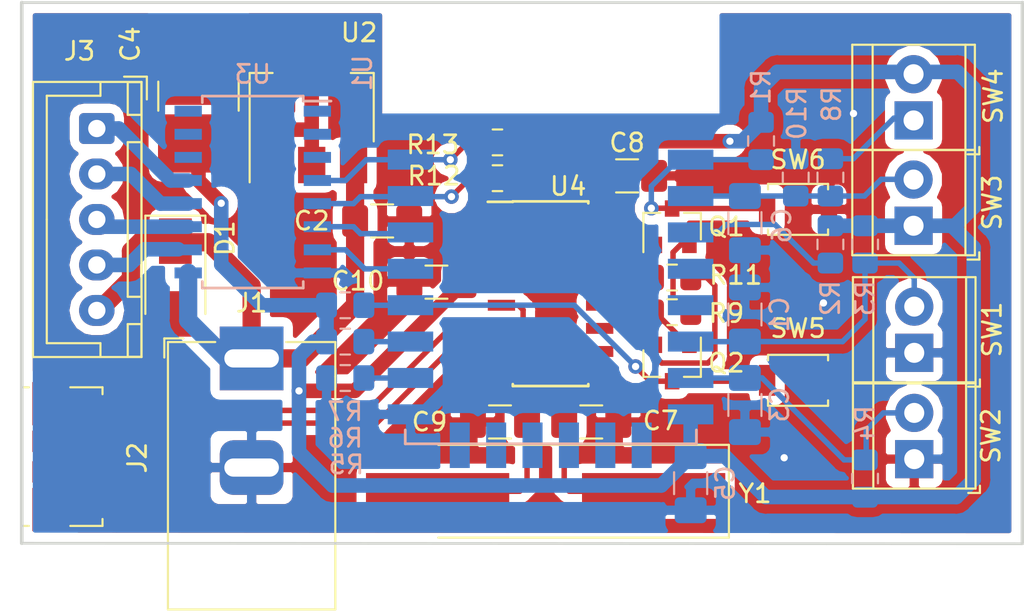
<source format=kicad_pcb>
(kicad_pcb (version 20171130) (host pcbnew "(5.0.1-3-g963ef8bb5)")

  (general
    (thickness 1.6)
    (drawings 4)
    (tracks 233)
    (zones 0)
    (modules 40)
    (nets 52)
  )

  (page A4)
  (layers
    (0 F.Cu signal)
    (31 B.Cu signal)
    (32 B.Adhes user)
    (33 F.Adhes user)
    (34 B.Paste user)
    (35 F.Paste user)
    (36 B.SilkS user)
    (37 F.SilkS user)
    (38 B.Mask user)
    (39 F.Mask user)
    (40 Dwgs.User user)
    (41 Cmts.User user)
    (42 Eco1.User user)
    (43 Eco2.User user)
    (44 Edge.Cuts user)
    (45 Margin user)
    (46 B.CrtYd user)
    (47 F.CrtYd user)
    (48 B.Fab user hide)
    (49 F.Fab user hide)
  )

  (setup
    (last_trace_width 0.3)
    (user_trace_width 0.3)
    (user_trace_width 0.5)
    (user_trace_width 0.8)
    (user_trace_width 1.2)
    (user_trace_width 1.5)
    (trace_clearance 0.15)
    (zone_clearance 0.508)
    (zone_45_only no)
    (trace_min 0.2)
    (segment_width 0.2)
    (edge_width 0.15)
    (via_size 0.8)
    (via_drill 0.4)
    (via_min_size 0.4)
    (via_min_drill 0.3)
    (uvia_size 0.3)
    (uvia_drill 0.1)
    (uvias_allowed no)
    (uvia_min_size 0.2)
    (uvia_min_drill 0.1)
    (pcb_text_width 0.3)
    (pcb_text_size 1.5 1.5)
    (mod_edge_width 0.15)
    (mod_text_size 1 1)
    (mod_text_width 0.15)
    (pad_size 2.1 2.1)
    (pad_drill 1.1)
    (pad_to_mask_clearance 0.051)
    (solder_mask_min_width 0.25)
    (aux_axis_origin 0 0)
    (visible_elements FFFFFF7F)
    (pcbplotparams
      (layerselection 0x00000_fffffffe)
      (usegerberextensions false)
      (usegerberattributes false)
      (usegerberadvancedattributes false)
      (creategerberjobfile false)
      (excludeedgelayer false)
      (linewidth 0.100000)
      (plotframeref false)
      (viasonmask true)
      (mode 1)
      (useauxorigin false)
      (hpglpennumber 1)
      (hpglpenspeed 20)
      (hpglpendiameter 15.000000)
      (psnegative true)
      (psa4output false)
      (plotreference false)
      (plotvalue false)
      (plotinvisibletext false)
      (padsonsilk true)
      (subtractmaskfromsilk false)
      (outputformat 5)
      (mirror false)
      (drillshape 1)
      (scaleselection 1)
      (outputdirectory ""))
  )

  (net 0 "")
  (net 1 "Net-(C1-Pad1)")
  (net 2 "Net-(C3-Pad1)")
  (net 3 "Net-(R5-Pad2)")
  (net 4 "Net-(R6-Pad2)")
  (net 5 Earth)
  (net 6 +5V)
  (net 7 "Net-(U1-Pad14)")
  (net 8 "Net-(U1-Pad13)")
  (net 9 "Net-(J3-Pad1)")
  (net 10 "Net-(J3-Pad2)")
  (net 11 "Net-(J3-Pad3)")
  (net 12 "Net-(J3-Pad4)")
  (net 13 "Net-(U1-Pad4)")
  (net 14 "Net-(U1-Pad5)")
  (net 15 "Net-(U1-Pad17)")
  (net 16 "Net-(U1-Pad18)")
  (net 17 "Net-(U1-Pad19)")
  (net 18 "Net-(U1-Pad20)")
  (net 19 "Net-(U1-Pad21)")
  (net 20 "Net-(U1-Pad22)")
  (net 21 "Net-(R8-Pad2)")
  (net 22 ADC)
  (net 23 "Net-(U3-Pad1)")
  (net 24 "Net-(U3-Pad2)")
  (net 25 "Net-(U3-Pad3)")
  (net 26 "Net-(U3-Pad14)")
  (net 27 "Net-(U3-Pad15)")
  (net 28 "Net-(U3-Pad16)")
  (net 29 VCC)
  (net 30 "Net-(R2-Pad1)")
  (net 31 "Net-(D1-Pad2)")
  (net 32 TXD)
  (net 33 RXD)
  (net 34 "Net-(U4-Pad9)")
  (net 35 "Net-(U4-Pad10)")
  (net 36 "Net-(U4-Pad11)")
  (net 37 "Net-(U4-Pad12)")
  (net 38 "Net-(U4-Pad15)")
  (net 39 "Net-(Q2-Pad2)")
  (net 40 "Net-(Q1-Pad1)")
  (net 41 "Net-(Q2-Pad1)")
  (net 42 "Net-(Q1-Pad2)")
  (net 43 RST)
  (net 44 GPIO0)
  (net 45 "Net-(J2-Pad3)")
  (net 46 "Net-(J2-Pad2)")
  (net 47 "Net-(C7-Pad1)")
  (net 48 "Net-(C9-Pad1)")
  (net 49 "Net-(J2-Pad4)")
  (net 50 "Net-(R13-Pad2)")
  (net 51 "Net-(R12-Pad2)")

  (net_class Default "This is the default net class."
    (clearance 0.15)
    (trace_width 0.3)
    (via_dia 0.8)
    (via_drill 0.4)
    (uvia_dia 0.3)
    (uvia_drill 0.1)
    (add_net ADC)
    (add_net Earth)
    (add_net GPIO0)
    (add_net "Net-(C1-Pad1)")
    (add_net "Net-(C3-Pad1)")
    (add_net "Net-(C7-Pad1)")
    (add_net "Net-(C9-Pad1)")
    (add_net "Net-(D1-Pad2)")
    (add_net "Net-(J2-Pad2)")
    (add_net "Net-(J2-Pad3)")
    (add_net "Net-(J2-Pad4)")
    (add_net "Net-(J3-Pad1)")
    (add_net "Net-(J3-Pad2)")
    (add_net "Net-(J3-Pad3)")
    (add_net "Net-(J3-Pad4)")
    (add_net "Net-(Q1-Pad1)")
    (add_net "Net-(Q1-Pad2)")
    (add_net "Net-(Q2-Pad1)")
    (add_net "Net-(Q2-Pad2)")
    (add_net "Net-(R12-Pad2)")
    (add_net "Net-(R13-Pad2)")
    (add_net "Net-(R2-Pad1)")
    (add_net "Net-(R5-Pad2)")
    (add_net "Net-(R6-Pad2)")
    (add_net "Net-(R8-Pad2)")
    (add_net "Net-(U1-Pad13)")
    (add_net "Net-(U1-Pad14)")
    (add_net "Net-(U1-Pad17)")
    (add_net "Net-(U1-Pad18)")
    (add_net "Net-(U1-Pad19)")
    (add_net "Net-(U1-Pad20)")
    (add_net "Net-(U1-Pad21)")
    (add_net "Net-(U1-Pad22)")
    (add_net "Net-(U1-Pad4)")
    (add_net "Net-(U1-Pad5)")
    (add_net "Net-(U3-Pad1)")
    (add_net "Net-(U3-Pad14)")
    (add_net "Net-(U3-Pad15)")
    (add_net "Net-(U3-Pad16)")
    (add_net "Net-(U3-Pad2)")
    (add_net "Net-(U3-Pad3)")
    (add_net "Net-(U4-Pad10)")
    (add_net "Net-(U4-Pad11)")
    (add_net "Net-(U4-Pad12)")
    (add_net "Net-(U4-Pad15)")
    (add_net "Net-(U4-Pad9)")
    (add_net RST)
    (add_net RXD)
    (add_net TXD)
    (add_net VCC)
  )

  (net_class 3V3 ""
    (clearance 0.3)
    (trace_width 0.8)
    (via_dia 0.8)
    (via_drill 0.4)
    (uvia_dia 0.3)
    (uvia_drill 0.1)
  )

  (net_class 5V0 ""
    (clearance 0.4)
    (trace_width 1)
    (via_dia 0.8)
    (via_drill 0.4)
    (uvia_dia 0.3)
    (uvia_drill 0.1)
    (add_net +5V)
  )

  (net_class "Resistor Array" ""
    (clearance 0.3)
    (trace_width 0.6)
    (via_dia 0.8)
    (via_drill 0.4)
    (uvia_dia 0.3)
    (uvia_drill 0.1)
  )

  (module Diode_SMD:D_SMA (layer F.Cu) (tedit 586432E5) (tstamp 5C283EAA)
    (at 87.4395 78.867 270)
    (descr "Diode SMA (DO-214AC)")
    (tags "Diode SMA (DO-214AC)")
    (path /5C34B14C)
    (attr smd)
    (fp_text reference D1 (at -2.159 -2.7305 270) (layer F.SilkS)
      (effects (font (size 1 1) (thickness 0.15)))
    )
    (fp_text value M7 (at 0 2.6 270) (layer F.Fab)
      (effects (font (size 1 1) (thickness 0.15)))
    )
    (fp_text user %R (at 0 -2.5 270) (layer F.Fab)
      (effects (font (size 1 1) (thickness 0.15)))
    )
    (fp_line (start -3.4 -1.65) (end -3.4 1.65) (layer F.SilkS) (width 0.12))
    (fp_line (start 2.3 1.5) (end -2.3 1.5) (layer F.Fab) (width 0.1))
    (fp_line (start -2.3 1.5) (end -2.3 -1.5) (layer F.Fab) (width 0.1))
    (fp_line (start 2.3 -1.5) (end 2.3 1.5) (layer F.Fab) (width 0.1))
    (fp_line (start 2.3 -1.5) (end -2.3 -1.5) (layer F.Fab) (width 0.1))
    (fp_line (start -3.5 -1.75) (end 3.5 -1.75) (layer F.CrtYd) (width 0.05))
    (fp_line (start 3.5 -1.75) (end 3.5 1.75) (layer F.CrtYd) (width 0.05))
    (fp_line (start 3.5 1.75) (end -3.5 1.75) (layer F.CrtYd) (width 0.05))
    (fp_line (start -3.5 1.75) (end -3.5 -1.75) (layer F.CrtYd) (width 0.05))
    (fp_line (start -0.64944 0.00102) (end -1.55114 0.00102) (layer F.Fab) (width 0.1))
    (fp_line (start 0.50118 0.00102) (end 1.4994 0.00102) (layer F.Fab) (width 0.1))
    (fp_line (start -0.64944 -0.79908) (end -0.64944 0.80112) (layer F.Fab) (width 0.1))
    (fp_line (start 0.50118 0.75032) (end 0.50118 -0.79908) (layer F.Fab) (width 0.1))
    (fp_line (start -0.64944 0.00102) (end 0.50118 0.75032) (layer F.Fab) (width 0.1))
    (fp_line (start -0.64944 0.00102) (end 0.50118 -0.79908) (layer F.Fab) (width 0.1))
    (fp_line (start -3.4 1.65) (end 2 1.65) (layer F.SilkS) (width 0.12))
    (fp_line (start -3.4 -1.65) (end 2 -1.65) (layer F.SilkS) (width 0.12))
    (pad 1 smd rect (at -2 0 270) (size 2.5 1.8) (layers F.Cu F.Paste F.Mask)
      (net 6 +5V))
    (pad 2 smd rect (at 2 0 270) (size 2.5 1.8) (layers F.Cu F.Paste F.Mask)
      (net 31 "Net-(D1-Pad2)"))
    (model ${KISYS3DMOD}/Diode_SMD.3dshapes/D_SMA.wrl
      (at (xyz 0 0 0))
      (scale (xyz 1 1 1))
      (rotate (xyz 0 0 0))
    )
  )

  (module Button_Switch_SMD:SW_SPST_B3U-1000P (layer F.Cu) (tedit 5A02FC95) (tstamp 5C2827B8)
    (at 121.666 75.1205 180)
    (descr "Ultra-small-sized Tactile Switch with High Contact Reliability, Top-actuated Model, without Ground Terminal, without Boss")
    (tags "Tactile Switch")
    (path /5C1F546E)
    (attr smd)
    (fp_text reference SW6 (at 0 2.7305 180) (layer F.SilkS)
      (effects (font (size 1 1) (thickness 0.15)))
    )
    (fp_text value RESET (at 0 2.5 180) (layer F.Fab)
      (effects (font (size 1 1) (thickness 0.15)))
    )
    (fp_circle (center 0 0) (end 0.75 0) (layer F.Fab) (width 0.1))
    (fp_line (start -1.5 1.25) (end -1.5 -1.25) (layer F.Fab) (width 0.1))
    (fp_line (start 1.5 1.25) (end -1.5 1.25) (layer F.Fab) (width 0.1))
    (fp_line (start 1.5 -1.25) (end 1.5 1.25) (layer F.Fab) (width 0.1))
    (fp_line (start -1.5 -1.25) (end 1.5 -1.25) (layer F.Fab) (width 0.1))
    (fp_line (start 1.65 -1.4) (end 1.65 -1.1) (layer F.SilkS) (width 0.12))
    (fp_line (start -1.65 -1.4) (end 1.65 -1.4) (layer F.SilkS) (width 0.12))
    (fp_line (start -1.65 -1.1) (end -1.65 -1.4) (layer F.SilkS) (width 0.12))
    (fp_line (start 1.65 1.4) (end 1.65 1.1) (layer F.SilkS) (width 0.12))
    (fp_line (start -1.65 1.4) (end 1.65 1.4) (layer F.SilkS) (width 0.12))
    (fp_line (start -1.65 1.1) (end -1.65 1.4) (layer F.SilkS) (width 0.12))
    (fp_line (start -2.4 -1.65) (end -2.4 1.65) (layer F.CrtYd) (width 0.05))
    (fp_line (start 2.4 -1.65) (end -2.4 -1.65) (layer F.CrtYd) (width 0.05))
    (fp_line (start 2.4 1.65) (end 2.4 -1.65) (layer F.CrtYd) (width 0.05))
    (fp_line (start -2.4 1.65) (end 2.4 1.65) (layer F.CrtYd) (width 0.05))
    (fp_text user %R (at 0 -2.5 180) (layer F.Fab)
      (effects (font (size 1 1) (thickness 0.15)))
    )
    (pad 2 smd rect (at 1.7 0 180) (size 0.9 1.7) (layers F.Cu F.Paste F.Mask)
      (net 43 RST))
    (pad 1 smd rect (at -1.7 0 180) (size 0.9 1.7) (layers F.Cu F.Paste F.Mask)
      (net 5 Earth))
    (model ${KISYS3DMOD}/Button_Switch_SMD.3dshapes/SW_SPST_B3U-1000P.wrl
      (at (xyz 0 0 0))
      (scale (xyz 1 1 1))
      (rotate (xyz 0 0 0))
    )
  )

  (module Button_Switch_SMD:SW_SPST_B3U-1000P (layer F.Cu) (tedit 5A02FC95) (tstamp 5C2827A3)
    (at 121.666 84.5185)
    (descr "Ultra-small-sized Tactile Switch with High Contact Reliability, Top-actuated Model, without Ground Terminal, without Boss")
    (tags "Tactile Switch")
    (path /5C1C0250)
    (attr smd)
    (fp_text reference SW5 (at 0 -2.8575) (layer F.SilkS)
      (effects (font (size 1 1) (thickness 0.15)))
    )
    (fp_text value FLASH (at 0 2.5) (layer F.Fab)
      (effects (font (size 1 1) (thickness 0.15)))
    )
    (fp_text user %R (at 0 -2.5) (layer F.Fab)
      (effects (font (size 1 1) (thickness 0.15)))
    )
    (fp_line (start -2.4 1.65) (end 2.4 1.65) (layer F.CrtYd) (width 0.05))
    (fp_line (start 2.4 1.65) (end 2.4 -1.65) (layer F.CrtYd) (width 0.05))
    (fp_line (start 2.4 -1.65) (end -2.4 -1.65) (layer F.CrtYd) (width 0.05))
    (fp_line (start -2.4 -1.65) (end -2.4 1.65) (layer F.CrtYd) (width 0.05))
    (fp_line (start -1.65 1.1) (end -1.65 1.4) (layer F.SilkS) (width 0.12))
    (fp_line (start -1.65 1.4) (end 1.65 1.4) (layer F.SilkS) (width 0.12))
    (fp_line (start 1.65 1.4) (end 1.65 1.1) (layer F.SilkS) (width 0.12))
    (fp_line (start -1.65 -1.1) (end -1.65 -1.4) (layer F.SilkS) (width 0.12))
    (fp_line (start -1.65 -1.4) (end 1.65 -1.4) (layer F.SilkS) (width 0.12))
    (fp_line (start 1.65 -1.4) (end 1.65 -1.1) (layer F.SilkS) (width 0.12))
    (fp_line (start -1.5 -1.25) (end 1.5 -1.25) (layer F.Fab) (width 0.1))
    (fp_line (start 1.5 -1.25) (end 1.5 1.25) (layer F.Fab) (width 0.1))
    (fp_line (start 1.5 1.25) (end -1.5 1.25) (layer F.Fab) (width 0.1))
    (fp_line (start -1.5 1.25) (end -1.5 -1.25) (layer F.Fab) (width 0.1))
    (fp_circle (center 0 0) (end 0.75 0) (layer F.Fab) (width 0.1))
    (pad 1 smd rect (at -1.7 0) (size 0.9 1.7) (layers F.Cu F.Paste F.Mask)
      (net 44 GPIO0))
    (pad 2 smd rect (at 1.7 0) (size 0.9 1.7) (layers F.Cu F.Paste F.Mask)
      (net 5 Earth))
    (model ${KISYS3DMOD}/Button_Switch_SMD.3dshapes/SW_SPST_B3U-1000P.wrl
      (at (xyz 0 0 0))
      (scale (xyz 1 1 1))
      (rotate (xyz 0 0 0))
    )
  )

  (module Resistor_SMD:R_0805_2012Metric_Pad1.15x1.40mm_HandSolder (layer F.Cu) (tedit 5B36C52B) (tstamp 5C28AE5E)
    (at 105.1433 73.406)
    (descr "Resistor SMD 0805 (2012 Metric), square (rectangular) end terminal, IPC_7351 nominal with elongated pad for handsoldering. (Body size source: https://docs.google.com/spreadsheets/d/1BsfQQcO9C6DZCsRaXUlFlo91Tg2WpOkGARC1WS5S8t0/edit?usp=sharing), generated with kicad-footprint-generator")
    (tags "resistor handsolder")
    (path /5C4281D2)
    (attr smd)
    (fp_text reference R12 (at -3.4925 -0.127) (layer F.SilkS)
      (effects (font (size 1 1) (thickness 0.15)))
    )
    (fp_text value 470 (at 0 1.65) (layer F.Fab)
      (effects (font (size 1 1) (thickness 0.15)))
    )
    (fp_text user %R (at 0 0) (layer F.Fab)
      (effects (font (size 0.5 0.5) (thickness 0.08)))
    )
    (fp_line (start 1.85 0.95) (end -1.85 0.95) (layer F.CrtYd) (width 0.05))
    (fp_line (start 1.85 -0.95) (end 1.85 0.95) (layer F.CrtYd) (width 0.05))
    (fp_line (start -1.85 -0.95) (end 1.85 -0.95) (layer F.CrtYd) (width 0.05))
    (fp_line (start -1.85 0.95) (end -1.85 -0.95) (layer F.CrtYd) (width 0.05))
    (fp_line (start -0.261252 0.71) (end 0.261252 0.71) (layer F.SilkS) (width 0.12))
    (fp_line (start -0.261252 -0.71) (end 0.261252 -0.71) (layer F.SilkS) (width 0.12))
    (fp_line (start 1 0.6) (end -1 0.6) (layer F.Fab) (width 0.1))
    (fp_line (start 1 -0.6) (end 1 0.6) (layer F.Fab) (width 0.1))
    (fp_line (start -1 -0.6) (end 1 -0.6) (layer F.Fab) (width 0.1))
    (fp_line (start -1 0.6) (end -1 -0.6) (layer F.Fab) (width 0.1))
    (pad 2 smd roundrect (at 1.025 0) (size 1.15 1.4) (layers F.Cu F.Paste F.Mask) (roundrect_rratio 0.217391)
      (net 51 "Net-(R12-Pad2)"))
    (pad 1 smd roundrect (at -1.025 0) (size 1.15 1.4) (layers F.Cu F.Paste F.Mask) (roundrect_rratio 0.217391)
      (net 33 RXD))
    (model ${KISYS3DMOD}/Resistor_SMD.3dshapes/R_0805_2012Metric.wrl
      (at (xyz 0 0 0))
      (scale (xyz 1 1 1))
      (rotate (xyz 0 0 0))
    )
  )

  (module Resistor_SMD:R_0805_2012Metric_Pad1.15x1.40mm_HandSolder (layer F.Cu) (tedit 5B36C52B) (tstamp 5C271058)
    (at 114.7445 78.867 180)
    (descr "Resistor SMD 0805 (2012 Metric), square (rectangular) end terminal, IPC_7351 nominal with elongated pad for handsoldering. (Body size source: https://docs.google.com/spreadsheets/d/1BsfQQcO9C6DZCsRaXUlFlo91Tg2WpOkGARC1WS5S8t0/edit?usp=sharing), generated with kicad-footprint-generator")
    (tags "resistor handsolder")
    (path /5C3AFAD3)
    (attr smd)
    (fp_text reference R11 (at -3.4925 0.127 180) (layer F.SilkS)
      (effects (font (size 1 1) (thickness 0.15)))
    )
    (fp_text value 10K (at 0 1.65 180) (layer F.Fab)
      (effects (font (size 1 1) (thickness 0.15)))
    )
    (fp_line (start -1 0.6) (end -1 -0.6) (layer F.Fab) (width 0.1))
    (fp_line (start -1 -0.6) (end 1 -0.6) (layer F.Fab) (width 0.1))
    (fp_line (start 1 -0.6) (end 1 0.6) (layer F.Fab) (width 0.1))
    (fp_line (start 1 0.6) (end -1 0.6) (layer F.Fab) (width 0.1))
    (fp_line (start -0.261252 -0.71) (end 0.261252 -0.71) (layer F.SilkS) (width 0.12))
    (fp_line (start -0.261252 0.71) (end 0.261252 0.71) (layer F.SilkS) (width 0.12))
    (fp_line (start -1.85 0.95) (end -1.85 -0.95) (layer F.CrtYd) (width 0.05))
    (fp_line (start -1.85 -0.95) (end 1.85 -0.95) (layer F.CrtYd) (width 0.05))
    (fp_line (start 1.85 -0.95) (end 1.85 0.95) (layer F.CrtYd) (width 0.05))
    (fp_line (start 1.85 0.95) (end -1.85 0.95) (layer F.CrtYd) (width 0.05))
    (fp_text user %R (at 0 0 180) (layer F.Fab)
      (effects (font (size 0.5 0.5) (thickness 0.08)))
    )
    (pad 1 smd roundrect (at -1.025 0 180) (size 1.15 1.4) (layers F.Cu F.Paste F.Mask) (roundrect_rratio 0.217391)
      (net 39 "Net-(Q2-Pad2)"))
    (pad 2 smd roundrect (at 1.025 0 180) (size 1.15 1.4) (layers F.Cu F.Paste F.Mask) (roundrect_rratio 0.217391)
      (net 40 "Net-(Q1-Pad1)"))
    (model ${KISYS3DMOD}/Resistor_SMD.3dshapes/R_0805_2012Metric.wrl
      (at (xyz 0 0 0))
      (scale (xyz 1 1 1))
      (rotate (xyz 0 0 0))
    )
  )

  (module Resistor_SMD:R_0805_2012Metric_Pad1.15x1.40mm_HandSolder (layer F.Cu) (tedit 5B36C52B) (tstamp 5C27745E)
    (at 105.1433 71.4375)
    (descr "Resistor SMD 0805 (2012 Metric), square (rectangular) end terminal, IPC_7351 nominal with elongated pad for handsoldering. (Body size source: https://docs.google.com/spreadsheets/d/1BsfQQcO9C6DZCsRaXUlFlo91Tg2WpOkGARC1WS5S8t0/edit?usp=sharing), generated with kicad-footprint-generator")
    (tags "resistor handsolder")
    (path /5C42886E)
    (attr smd)
    (fp_text reference R13 (at -3.556 0.127) (layer F.SilkS)
      (effects (font (size 1 1) (thickness 0.15)))
    )
    (fp_text value 470 (at 0 1.65) (layer F.Fab)
      (effects (font (size 1 1) (thickness 0.15)))
    )
    (fp_line (start -1 0.6) (end -1 -0.6) (layer F.Fab) (width 0.1))
    (fp_line (start -1 -0.6) (end 1 -0.6) (layer F.Fab) (width 0.1))
    (fp_line (start 1 -0.6) (end 1 0.6) (layer F.Fab) (width 0.1))
    (fp_line (start 1 0.6) (end -1 0.6) (layer F.Fab) (width 0.1))
    (fp_line (start -0.261252 -0.71) (end 0.261252 -0.71) (layer F.SilkS) (width 0.12))
    (fp_line (start -0.261252 0.71) (end 0.261252 0.71) (layer F.SilkS) (width 0.12))
    (fp_line (start -1.85 0.95) (end -1.85 -0.95) (layer F.CrtYd) (width 0.05))
    (fp_line (start -1.85 -0.95) (end 1.85 -0.95) (layer F.CrtYd) (width 0.05))
    (fp_line (start 1.85 -0.95) (end 1.85 0.95) (layer F.CrtYd) (width 0.05))
    (fp_line (start 1.85 0.95) (end -1.85 0.95) (layer F.CrtYd) (width 0.05))
    (fp_text user %R (at 0 0) (layer F.Fab)
      (effects (font (size 0.5 0.5) (thickness 0.08)))
    )
    (pad 1 smd roundrect (at -1.025 0) (size 1.15 1.4) (layers F.Cu F.Paste F.Mask) (roundrect_rratio 0.217391)
      (net 32 TXD))
    (pad 2 smd roundrect (at 1.025 0) (size 1.15 1.4) (layers F.Cu F.Paste F.Mask) (roundrect_rratio 0.217391)
      (net 50 "Net-(R13-Pad2)"))
    (model ${KISYS3DMOD}/Resistor_SMD.3dshapes/R_0805_2012Metric.wrl
      (at (xyz 0 0 0))
      (scale (xyz 1 1 1))
      (rotate (xyz 0 0 0))
    )
  )

  (module Capacitor_SMD:C_1206_3216Metric_Pad1.42x1.75mm_HandSolder (layer F.Cu) (tedit 5B301BBE) (tstamp 5C2713A5)
    (at 105.283 86.8045 180)
    (descr "Capacitor SMD 1206 (3216 Metric), square (rectangular) end terminal, IPC_7351 nominal with elongated pad for handsoldering. (Body size source: http://www.tortai-tech.com/upload/download/2011102023233369053.pdf), generated with kicad-footprint-generator")
    (tags "capacitor handsolder")
    (path /5C2EFD2A)
    (attr smd)
    (fp_text reference C9 (at 3.8735 0 180) (layer F.SilkS)
      (effects (font (size 1 1) (thickness 0.15)))
    )
    (fp_text value 22pF (at 0 1.82 180) (layer F.Fab)
      (effects (font (size 1 1) (thickness 0.15)))
    )
    (fp_text user %R (at 0 0 180) (layer F.Fab)
      (effects (font (size 0.8 0.8) (thickness 0.12)))
    )
    (fp_line (start 2.45 1.12) (end -2.45 1.12) (layer F.CrtYd) (width 0.05))
    (fp_line (start 2.45 -1.12) (end 2.45 1.12) (layer F.CrtYd) (width 0.05))
    (fp_line (start -2.45 -1.12) (end 2.45 -1.12) (layer F.CrtYd) (width 0.05))
    (fp_line (start -2.45 1.12) (end -2.45 -1.12) (layer F.CrtYd) (width 0.05))
    (fp_line (start -0.602064 0.91) (end 0.602064 0.91) (layer F.SilkS) (width 0.12))
    (fp_line (start -0.602064 -0.91) (end 0.602064 -0.91) (layer F.SilkS) (width 0.12))
    (fp_line (start 1.6 0.8) (end -1.6 0.8) (layer F.Fab) (width 0.1))
    (fp_line (start 1.6 -0.8) (end 1.6 0.8) (layer F.Fab) (width 0.1))
    (fp_line (start -1.6 -0.8) (end 1.6 -0.8) (layer F.Fab) (width 0.1))
    (fp_line (start -1.6 0.8) (end -1.6 -0.8) (layer F.Fab) (width 0.1))
    (pad 2 smd roundrect (at 1.4875 0 180) (size 1.425 1.75) (layers F.Cu F.Paste F.Mask) (roundrect_rratio 0.175439)
      (net 5 Earth))
    (pad 1 smd roundrect (at -1.4875 0 180) (size 1.425 1.75) (layers F.Cu F.Paste F.Mask) (roundrect_rratio 0.175439)
      (net 48 "Net-(C9-Pad1)"))
    (model ${KISYS3DMOD}/Capacitor_SMD.3dshapes/C_1206_3216Metric.wrl
      (at (xyz 0 0 0))
      (scale (xyz 1 1 1))
      (rotate (xyz 0 0 0))
    )
  )

  (module Capacitor_SMD:C_1206_3216Metric_Pad1.42x1.75mm_HandSolder (layer F.Cu) (tedit 5B301BBE) (tstamp 5C271394)
    (at 101.7905 79.121 180)
    (descr "Capacitor SMD 1206 (3216 Metric), square (rectangular) end terminal, IPC_7351 nominal with elongated pad for handsoldering. (Body size source: http://www.tortai-tech.com/upload/download/2011102023233369053.pdf), generated with kicad-footprint-generator")
    (tags "capacitor handsolder")
    (path /5C2C634A)
    (attr smd)
    (fp_text reference C10 (at 4.318 0.0635 180) (layer F.SilkS)
      (effects (font (size 1 1) (thickness 0.15)))
    )
    (fp_text value 10uF (at 0 1.82 180) (layer F.Fab)
      (effects (font (size 1 1) (thickness 0.15)))
    )
    (fp_line (start -1.6 0.8) (end -1.6 -0.8) (layer F.Fab) (width 0.1))
    (fp_line (start -1.6 -0.8) (end 1.6 -0.8) (layer F.Fab) (width 0.1))
    (fp_line (start 1.6 -0.8) (end 1.6 0.8) (layer F.Fab) (width 0.1))
    (fp_line (start 1.6 0.8) (end -1.6 0.8) (layer F.Fab) (width 0.1))
    (fp_line (start -0.602064 -0.91) (end 0.602064 -0.91) (layer F.SilkS) (width 0.12))
    (fp_line (start -0.602064 0.91) (end 0.602064 0.91) (layer F.SilkS) (width 0.12))
    (fp_line (start -2.45 1.12) (end -2.45 -1.12) (layer F.CrtYd) (width 0.05))
    (fp_line (start -2.45 -1.12) (end 2.45 -1.12) (layer F.CrtYd) (width 0.05))
    (fp_line (start 2.45 -1.12) (end 2.45 1.12) (layer F.CrtYd) (width 0.05))
    (fp_line (start 2.45 1.12) (end -2.45 1.12) (layer F.CrtYd) (width 0.05))
    (fp_text user %R (at 0 0 180) (layer F.Fab)
      (effects (font (size 0.8 0.8) (thickness 0.12)))
    )
    (pad 1 smd roundrect (at -1.4875 0 180) (size 1.425 1.75) (layers F.Cu F.Paste F.Mask) (roundrect_rratio 0.175439)
      (net 29 VCC))
    (pad 2 smd roundrect (at 1.4875 0 180) (size 1.425 1.75) (layers F.Cu F.Paste F.Mask) (roundrect_rratio 0.175439)
      (net 5 Earth))
    (model ${KISYS3DMOD}/Capacitor_SMD.3dshapes/C_1206_3216Metric.wrl
      (at (xyz 0 0 0))
      (scale (xyz 1 1 1))
      (rotate (xyz 0 0 0))
    )
  )

  (module Connector_USB:USB_Micro-B_Molex_47346-0001 (layer F.Cu) (tedit 5C241D57) (tstamp 5C2712B1)
    (at 81.7245 88.7095 270)
    (descr "Micro USB B receptable with flange, bottom-mount, SMD, right-angle (http://www.molex.com/pdm_docs/sd/473460001_sd.pdf)")
    (tags "Micro B USB SMD")
    (path /5C242497)
    (attr smd)
    (fp_text reference J2 (at 0.0635 -3.6195 270) (layer F.SilkS)
      (effects (font (size 1 1) (thickness 0.15)))
    )
    (fp_text value USB_B_Micro (at 0 4.6 90) (layer F.Fab)
      (effects (font (size 1 1) (thickness 0.15)))
    )
    (fp_text user "PCB Edge" (at 0 2.67 90) (layer Dwgs.User)
      (effects (font (size 0.4 0.4) (thickness 0.04)))
    )
    (fp_text user %R (at 0 1.2 270) (layer F.Fab)
      (effects (font (size 1 1) (thickness 0.15)))
    )
    (fp_line (start 3.81 -1.71) (end 3.43 -1.71) (layer F.SilkS) (width 0.12))
    (fp_line (start 4.6 3.9) (end -4.6 3.9) (layer F.CrtYd) (width 0.05))
    (fp_line (start 4.6 -2.7) (end 4.6 3.9) (layer F.CrtYd) (width 0.05))
    (fp_line (start -4.6 -2.7) (end 4.6 -2.7) (layer F.CrtYd) (width 0.05))
    (fp_line (start -4.6 3.9) (end -4.6 -2.7) (layer F.CrtYd) (width 0.05))
    (fp_line (start 3.75 3.35) (end -3.75 3.35) (layer F.Fab) (width 0.1))
    (fp_line (start 3.75 -1.65) (end 3.75 3.35) (layer F.Fab) (width 0.1))
    (fp_line (start -3.75 -1.65) (end 3.75 -1.65) (layer F.Fab) (width 0.1))
    (fp_line (start -3.75 3.35) (end -3.75 -1.65) (layer F.Fab) (width 0.1))
    (fp_line (start 3.81 2.34) (end 3.81 2.6) (layer F.SilkS) (width 0.12))
    (fp_line (start 3.81 -1.71) (end 3.81 0.06) (layer F.SilkS) (width 0.12))
    (fp_line (start -3.81 -1.71) (end -3.43 -1.71) (layer F.SilkS) (width 0.12))
    (fp_line (start -3.81 0.06) (end -3.81 -1.71) (layer F.SilkS) (width 0.12))
    (fp_line (start -3.81 2.6) (end -3.81 2.34) (layer F.SilkS) (width 0.12))
    (fp_line (start -3.25 2.65) (end 3.25 2.65) (layer F.Fab) (width 0.1))
    (pad 1 smd rect (at -1.3 -1.46 270) (size 0.45 1.38) (layers F.Cu F.Paste F.Mask)
      (net 31 "Net-(D1-Pad2)"))
    (pad 2 smd rect (at -0.65 -1.46 270) (size 0.45 1.38) (layers F.Cu F.Paste F.Mask)
      (net 46 "Net-(J2-Pad2)"))
    (pad 3 smd rect (at 0 -1.46 270) (size 0.45 1.38) (layers F.Cu F.Paste F.Mask)
      (net 45 "Net-(J2-Pad3)"))
    (pad 4 smd rect (at 0.65 -1.46 270) (size 0.45 1.38) (layers F.Cu F.Paste F.Mask)
      (net 49 "Net-(J2-Pad4)"))
    (pad 5 smd rect (at 1.3 -1.46 270) (size 0.45 1.38) (layers F.Cu F.Paste F.Mask)
      (net 5 Earth))
    (pad 6 smd rect (at -2.4625 -1.1 270) (size 1.475 2.1) (layers F.Cu F.Paste F.Mask)
      (net 5 Earth))
    (pad 6 smd rect (at 2.4625 -1.1 270) (size 1.475 2.1) (layers F.Cu F.Paste F.Mask)
      (net 5 Earth))
    (pad 6 smd rect (at -2.91 1.2 270) (size 2.375 1.9) (layers F.Cu F.Paste F.Mask)
      (net 5 Earth))
    (pad 6 smd rect (at 2.91 1.2 270) (size 2.375 1.9) (layers F.Cu F.Paste F.Mask)
      (net 5 Earth))
    (pad 6 smd rect (at -0.84 1.2 270) (size 1.175 1.9) (layers F.Cu F.Paste F.Mask)
      (net 5 Earth))
    (pad 6 smd rect (at 0.84 1.2 270) (size 1.175 1.9) (layers F.Cu F.Paste F.Mask)
      (net 5 Earth))
    (model ${KISYS3DMOD}/Connector_USB.3dshapes/USB_Micro-B_Molex_47346-0001.wrl
      (at (xyz 0 0 0))
      (scale (xyz 1 1 1))
      (rotate (xyz 0 0 0))
    )
  )

  (module Crystal:Crystal_SMD_HC49-SD_HandSoldering (layer F.Cu) (tedit 5A1AD52C) (tstamp 5C2712B0)
    (at 107.791 90.6145 180)
    (descr "SMD Crystal HC-49-SD http://cdn-reichelt.de/documents/datenblatt/B400/xxx-HC49-SMD.pdf, hand-soldering, 11.4x4.7mm^2 package")
    (tags "SMD SMT crystal hand-soldering")
    (path /5C2E463A)
    (attr smd)
    (fp_text reference Y1 (at -11.5085 -0.127 180) (layer F.SilkS)
      (effects (font (size 1 1) (thickness 0.15)))
    )
    (fp_text value HC-49 (at 0 3.55 180) (layer F.Fab)
      (effects (font (size 1 1) (thickness 0.15)))
    )
    (fp_text user %R (at 0 0 180) (layer F.Fab)
      (effects (font (size 1 1) (thickness 0.15)))
    )
    (fp_line (start -5.7 -2.35) (end -5.7 2.35) (layer F.Fab) (width 0.1))
    (fp_line (start -5.7 2.35) (end 5.7 2.35) (layer F.Fab) (width 0.1))
    (fp_line (start 5.7 2.35) (end 5.7 -2.35) (layer F.Fab) (width 0.1))
    (fp_line (start 5.7 -2.35) (end -5.7 -2.35) (layer F.Fab) (width 0.1))
    (fp_line (start -3.015 -2.115) (end 3.015 -2.115) (layer F.Fab) (width 0.1))
    (fp_line (start -3.015 2.115) (end 3.015 2.115) (layer F.Fab) (width 0.1))
    (fp_line (start 5.9 -2.55) (end -10.075 -2.55) (layer F.SilkS) (width 0.12))
    (fp_line (start -10.075 -2.55) (end -10.075 2.55) (layer F.SilkS) (width 0.12))
    (fp_line (start -10.075 2.55) (end 5.9 2.55) (layer F.SilkS) (width 0.12))
    (fp_line (start -10.2 -2.6) (end -10.2 2.6) (layer F.CrtYd) (width 0.05))
    (fp_line (start -10.2 2.6) (end 10.2 2.6) (layer F.CrtYd) (width 0.05))
    (fp_line (start 10.2 2.6) (end 10.2 -2.6) (layer F.CrtYd) (width 0.05))
    (fp_line (start 10.2 -2.6) (end -10.2 -2.6) (layer F.CrtYd) (width 0.05))
    (fp_arc (start -3.015 0) (end -3.015 -2.115) (angle -180) (layer F.Fab) (width 0.1))
    (fp_arc (start 3.015 0) (end 3.015 -2.115) (angle 180) (layer F.Fab) (width 0.1))
    (pad 1 smd rect (at -5.9375 0 180) (size 7.875 2) (layers F.Cu F.Paste F.Mask)
      (net 47 "Net-(C7-Pad1)"))
    (pad 2 smd rect (at 5.9375 0 180) (size 7.875 2) (layers F.Cu F.Paste F.Mask)
      (net 48 "Net-(C9-Pad1)"))
    (model ${KISYS3DMOD}/Crystal.3dshapes/Crystal_SMD_HC49-SD.wrl
      (at (xyz 0 0 0))
      (scale (xyz 1 1 1))
      (rotate (xyz 0 0 0))
    )
  )

  (module Package_SO:SOIC-16_3.9x9.9mm_P1.27mm (layer F.Cu) (tedit 5A02F2D3) (tstamp 5C2711BE)
    (at 108.062 79.756)
    (descr "16-Lead Plastic Small Outline (SL) - Narrow, 3.90 mm Body [SOIC] (see Microchip Packaging Specification 00000049BS.pdf)")
    (tags "SOIC 1.27")
    (path /5C24F530)
    (attr smd)
    (fp_text reference U4 (at 0.9675 -5.9055) (layer F.SilkS)
      (effects (font (size 1 1) (thickness 0.15)))
    )
    (fp_text value CH340G (at 0 6) (layer F.Fab)
      (effects (font (size 1 1) (thickness 0.15)))
    )
    (fp_text user %R (at 0 0) (layer F.Fab)
      (effects (font (size 0.9 0.9) (thickness 0.135)))
    )
    (fp_line (start -0.95 -4.95) (end 1.95 -4.95) (layer F.Fab) (width 0.15))
    (fp_line (start 1.95 -4.95) (end 1.95 4.95) (layer F.Fab) (width 0.15))
    (fp_line (start 1.95 4.95) (end -1.95 4.95) (layer F.Fab) (width 0.15))
    (fp_line (start -1.95 4.95) (end -1.95 -3.95) (layer F.Fab) (width 0.15))
    (fp_line (start -1.95 -3.95) (end -0.95 -4.95) (layer F.Fab) (width 0.15))
    (fp_line (start -3.7 -5.25) (end -3.7 5.25) (layer F.CrtYd) (width 0.05))
    (fp_line (start 3.7 -5.25) (end 3.7 5.25) (layer F.CrtYd) (width 0.05))
    (fp_line (start -3.7 -5.25) (end 3.7 -5.25) (layer F.CrtYd) (width 0.05))
    (fp_line (start -3.7 5.25) (end 3.7 5.25) (layer F.CrtYd) (width 0.05))
    (fp_line (start -2.075 -5.075) (end -2.075 -5.05) (layer F.SilkS) (width 0.15))
    (fp_line (start 2.075 -5.075) (end 2.075 -4.97) (layer F.SilkS) (width 0.15))
    (fp_line (start 2.075 5.075) (end 2.075 4.97) (layer F.SilkS) (width 0.15))
    (fp_line (start -2.075 5.075) (end -2.075 4.97) (layer F.SilkS) (width 0.15))
    (fp_line (start -2.075 -5.075) (end 2.075 -5.075) (layer F.SilkS) (width 0.15))
    (fp_line (start -2.075 5.075) (end 2.075 5.075) (layer F.SilkS) (width 0.15))
    (fp_line (start -2.075 -5.05) (end -3.45 -5.05) (layer F.SilkS) (width 0.15))
    (pad 1 smd rect (at -2.7 -4.445) (size 1.5 0.6) (layers F.Cu F.Paste F.Mask)
      (net 5 Earth))
    (pad 2 smd rect (at -2.7 -3.175) (size 1.5 0.6) (layers F.Cu F.Paste F.Mask)
      (net 51 "Net-(R12-Pad2)"))
    (pad 3 smd rect (at -2.7 -1.905) (size 1.5 0.6) (layers F.Cu F.Paste F.Mask)
      (net 50 "Net-(R13-Pad2)"))
    (pad 4 smd rect (at -2.7 -0.635) (size 1.5 0.6) (layers F.Cu F.Paste F.Mask)
      (net 29 VCC))
    (pad 5 smd rect (at -2.7 0.635) (size 1.5 0.6) (layers F.Cu F.Paste F.Mask)
      (net 45 "Net-(J2-Pad3)"))
    (pad 6 smd rect (at -2.7 1.905) (size 1.5 0.6) (layers F.Cu F.Paste F.Mask)
      (net 46 "Net-(J2-Pad2)"))
    (pad 7 smd rect (at -2.7 3.175) (size 1.5 0.6) (layers F.Cu F.Paste F.Mask)
      (net 47 "Net-(C7-Pad1)"))
    (pad 8 smd rect (at -2.7 4.445) (size 1.5 0.6) (layers F.Cu F.Paste F.Mask)
      (net 48 "Net-(C9-Pad1)"))
    (pad 9 smd rect (at 2.7 4.445) (size 1.5 0.6) (layers F.Cu F.Paste F.Mask)
      (net 34 "Net-(U4-Pad9)"))
    (pad 10 smd rect (at 2.7 3.175) (size 1.5 0.6) (layers F.Cu F.Paste F.Mask)
      (net 35 "Net-(U4-Pad10)"))
    (pad 11 smd rect (at 2.7 1.905) (size 1.5 0.6) (layers F.Cu F.Paste F.Mask)
      (net 36 "Net-(U4-Pad11)"))
    (pad 12 smd rect (at 2.7 0.635) (size 1.5 0.6) (layers F.Cu F.Paste F.Mask)
      (net 37 "Net-(U4-Pad12)"))
    (pad 13 smd rect (at 2.7 -0.635) (size 1.5 0.6) (layers F.Cu F.Paste F.Mask)
      (net 41 "Net-(Q2-Pad1)"))
    (pad 14 smd rect (at 2.7 -1.905) (size 1.5 0.6) (layers F.Cu F.Paste F.Mask)
      (net 40 "Net-(Q1-Pad1)"))
    (pad 15 smd rect (at 2.7 -3.175) (size 1.5 0.6) (layers F.Cu F.Paste F.Mask)
      (net 38 "Net-(U4-Pad15)"))
    (pad 16 smd rect (at 2.7 -4.445) (size 1.5 0.6) (layers F.Cu F.Paste F.Mask)
      (net 29 VCC))
    (model ${KISYS3DMOD}/Package_SO.3dshapes/SOIC-16_3.9x9.9mm_P1.27mm.wrl
      (at (xyz 0 0 0))
      (scale (xyz 1 1 1))
      (rotate (xyz 0 0 0))
    )
  )

  (module Package_TO_SOT_SMD:SOT-23 (layer F.Cu) (tedit 5A02FF57) (tstamp 5C271193)
    (at 114.7445 83.566 270)
    (descr "SOT-23, Standard")
    (tags SOT-23)
    (path /5C3778E4)
    (attr smd)
    (fp_text reference Q2 (at 0 -2.9845) (layer F.SilkS)
      (effects (font (size 1 1) (thickness 0.15)))
    )
    (fp_text value S8050 (at 0 2.5 270) (layer F.Fab)
      (effects (font (size 1 1) (thickness 0.15)))
    )
    (fp_line (start 0.76 1.58) (end -0.7 1.58) (layer F.SilkS) (width 0.12))
    (fp_line (start 0.76 -1.58) (end -1.4 -1.58) (layer F.SilkS) (width 0.12))
    (fp_line (start -1.7 1.75) (end -1.7 -1.75) (layer F.CrtYd) (width 0.05))
    (fp_line (start 1.7 1.75) (end -1.7 1.75) (layer F.CrtYd) (width 0.05))
    (fp_line (start 1.7 -1.75) (end 1.7 1.75) (layer F.CrtYd) (width 0.05))
    (fp_line (start -1.7 -1.75) (end 1.7 -1.75) (layer F.CrtYd) (width 0.05))
    (fp_line (start 0.76 -1.58) (end 0.76 -0.65) (layer F.SilkS) (width 0.12))
    (fp_line (start 0.76 1.58) (end 0.76 0.65) (layer F.SilkS) (width 0.12))
    (fp_line (start -0.7 1.52) (end 0.7 1.52) (layer F.Fab) (width 0.1))
    (fp_line (start 0.7 -1.52) (end 0.7 1.52) (layer F.Fab) (width 0.1))
    (fp_line (start -0.7 -0.95) (end -0.15 -1.52) (layer F.Fab) (width 0.1))
    (fp_line (start -0.15 -1.52) (end 0.7 -1.52) (layer F.Fab) (width 0.1))
    (fp_line (start -0.7 -0.95) (end -0.7 1.5) (layer F.Fab) (width 0.1))
    (fp_text user %R (at 0 0) (layer F.Fab)
      (effects (font (size 0.5 0.5) (thickness 0.075)))
    )
    (pad 3 smd rect (at 1 0 270) (size 0.9 0.8) (layers F.Cu F.Paste F.Mask)
      (net 44 GPIO0))
    (pad 2 smd rect (at -1 0.95 270) (size 0.9 0.8) (layers F.Cu F.Paste F.Mask)
      (net 39 "Net-(Q2-Pad2)"))
    (pad 1 smd rect (at -1 -0.95 270) (size 0.9 0.8) (layers F.Cu F.Paste F.Mask)
      (net 41 "Net-(Q2-Pad1)"))
    (model ${KISYS3DMOD}/Package_TO_SOT_SMD.3dshapes/SOT-23.wrl
      (at (xyz 0 0 0))
      (scale (xyz 1 1 1))
      (rotate (xyz 0 0 0))
    )
  )

  (module Package_TO_SOT_SMD:SOT-23 (layer F.Cu) (tedit 5A02FF57) (tstamp 5C27117E)
    (at 114.7445 76.073 90)
    (descr "SOT-23, Standard")
    (tags SOT-23)
    (path /5C37813C)
    (attr smd)
    (fp_text reference Q1 (at 0 2.9845 180) (layer F.SilkS)
      (effects (font (size 1 1) (thickness 0.15)))
    )
    (fp_text value S8050 (at 0 2.5 90) (layer F.Fab)
      (effects (font (size 1 1) (thickness 0.15)))
    )
    (fp_text user %R (at 0 0 180) (layer F.Fab)
      (effects (font (size 0.5 0.5) (thickness 0.075)))
    )
    (fp_line (start -0.7 -0.95) (end -0.7 1.5) (layer F.Fab) (width 0.1))
    (fp_line (start -0.15 -1.52) (end 0.7 -1.52) (layer F.Fab) (width 0.1))
    (fp_line (start -0.7 -0.95) (end -0.15 -1.52) (layer F.Fab) (width 0.1))
    (fp_line (start 0.7 -1.52) (end 0.7 1.52) (layer F.Fab) (width 0.1))
    (fp_line (start -0.7 1.52) (end 0.7 1.52) (layer F.Fab) (width 0.1))
    (fp_line (start 0.76 1.58) (end 0.76 0.65) (layer F.SilkS) (width 0.12))
    (fp_line (start 0.76 -1.58) (end 0.76 -0.65) (layer F.SilkS) (width 0.12))
    (fp_line (start -1.7 -1.75) (end 1.7 -1.75) (layer F.CrtYd) (width 0.05))
    (fp_line (start 1.7 -1.75) (end 1.7 1.75) (layer F.CrtYd) (width 0.05))
    (fp_line (start 1.7 1.75) (end -1.7 1.75) (layer F.CrtYd) (width 0.05))
    (fp_line (start -1.7 1.75) (end -1.7 -1.75) (layer F.CrtYd) (width 0.05))
    (fp_line (start 0.76 -1.58) (end -1.4 -1.58) (layer F.SilkS) (width 0.12))
    (fp_line (start 0.76 1.58) (end -0.7 1.58) (layer F.SilkS) (width 0.12))
    (pad 1 smd rect (at -1 -0.95 90) (size 0.9 0.8) (layers F.Cu F.Paste F.Mask)
      (net 40 "Net-(Q1-Pad1)"))
    (pad 2 smd rect (at -1 0.95 90) (size 0.9 0.8) (layers F.Cu F.Paste F.Mask)
      (net 42 "Net-(Q1-Pad2)"))
    (pad 3 smd rect (at 1 0 90) (size 0.9 0.8) (layers F.Cu F.Paste F.Mask)
      (net 43 RST))
    (model ${KISYS3DMOD}/Package_TO_SOT_SMD.3dshapes/SOT-23.wrl
      (at (xyz 0 0 0))
      (scale (xyz 1 1 1))
      (rotate (xyz 0 0 0))
    )
  )

  (module Resistor_SMD:R_0805_2012Metric_Pad1.15x1.40mm_HandSolder (layer F.Cu) (tedit 5B36C52B) (tstamp 5C271089)
    (at 114.7445 80.772 180)
    (descr "Resistor SMD 0805 (2012 Metric), square (rectangular) end terminal, IPC_7351 nominal with elongated pad for handsoldering. (Body size source: https://docs.google.com/spreadsheets/d/1BsfQQcO9C6DZCsRaXUlFlo91Tg2WpOkGARC1WS5S8t0/edit?usp=sharing), generated with kicad-footprint-generator")
    (tags "resistor handsolder")
    (path /5C3AF7CE)
    (attr smd)
    (fp_text reference R9 (at -2.9845 -0.0635 180) (layer F.SilkS)
      (effects (font (size 1 1) (thickness 0.15)))
    )
    (fp_text value 10K (at 0 1.65 180) (layer F.Fab)
      (effects (font (size 1 1) (thickness 0.15)))
    )
    (fp_text user %R (at 0 0 180) (layer F.Fab)
      (effects (font (size 0.5 0.5) (thickness 0.08)))
    )
    (fp_line (start 1.85 0.95) (end -1.85 0.95) (layer F.CrtYd) (width 0.05))
    (fp_line (start 1.85 -0.95) (end 1.85 0.95) (layer F.CrtYd) (width 0.05))
    (fp_line (start -1.85 -0.95) (end 1.85 -0.95) (layer F.CrtYd) (width 0.05))
    (fp_line (start -1.85 0.95) (end -1.85 -0.95) (layer F.CrtYd) (width 0.05))
    (fp_line (start -0.261252 0.71) (end 0.261252 0.71) (layer F.SilkS) (width 0.12))
    (fp_line (start -0.261252 -0.71) (end 0.261252 -0.71) (layer F.SilkS) (width 0.12))
    (fp_line (start 1 0.6) (end -1 0.6) (layer F.Fab) (width 0.1))
    (fp_line (start 1 -0.6) (end 1 0.6) (layer F.Fab) (width 0.1))
    (fp_line (start -1 -0.6) (end 1 -0.6) (layer F.Fab) (width 0.1))
    (fp_line (start -1 0.6) (end -1 -0.6) (layer F.Fab) (width 0.1))
    (pad 2 smd roundrect (at 1.025 0 180) (size 1.15 1.4) (layers F.Cu F.Paste F.Mask) (roundrect_rratio 0.217391)
      (net 41 "Net-(Q2-Pad1)"))
    (pad 1 smd roundrect (at -1.025 0 180) (size 1.15 1.4) (layers F.Cu F.Paste F.Mask) (roundrect_rratio 0.217391)
      (net 42 "Net-(Q1-Pad2)"))
    (model ${KISYS3DMOD}/Resistor_SMD.3dshapes/R_0805_2012Metric.wrl
      (at (xyz 0 0 0))
      (scale (xyz 1 1 1))
      (rotate (xyz 0 0 0))
    )
  )

  (module Capacitor_SMD:C_1206_3216Metric_Pad1.42x1.75mm_HandSolder (layer F.Cu) (tedit 5B301BBE) (tstamp 5C242C51)
    (at 110.2995 86.8045)
    (descr "Capacitor SMD 1206 (3216 Metric), square (rectangular) end terminal, IPC_7351 nominal with elongated pad for handsoldering. (Body size source: http://www.tortai-tech.com/upload/download/2011102023233369053.pdf), generated with kicad-footprint-generator")
    (tags "capacitor handsolder")
    (path /5C2EF4D3)
    (attr smd)
    (fp_text reference C7 (at 3.81 -0.0635) (layer F.SilkS)
      (effects (font (size 1 1) (thickness 0.15)))
    )
    (fp_text value 22pF (at 0 1.82) (layer F.Fab)
      (effects (font (size 1 1) (thickness 0.15)))
    )
    (fp_text user %R (at 0 0) (layer F.Fab)
      (effects (font (size 0.8 0.8) (thickness 0.12)))
    )
    (fp_line (start 2.45 1.12) (end -2.45 1.12) (layer F.CrtYd) (width 0.05))
    (fp_line (start 2.45 -1.12) (end 2.45 1.12) (layer F.CrtYd) (width 0.05))
    (fp_line (start -2.45 -1.12) (end 2.45 -1.12) (layer F.CrtYd) (width 0.05))
    (fp_line (start -2.45 1.12) (end -2.45 -1.12) (layer F.CrtYd) (width 0.05))
    (fp_line (start -0.602064 0.91) (end 0.602064 0.91) (layer F.SilkS) (width 0.12))
    (fp_line (start -0.602064 -0.91) (end 0.602064 -0.91) (layer F.SilkS) (width 0.12))
    (fp_line (start 1.6 0.8) (end -1.6 0.8) (layer F.Fab) (width 0.1))
    (fp_line (start 1.6 -0.8) (end 1.6 0.8) (layer F.Fab) (width 0.1))
    (fp_line (start -1.6 -0.8) (end 1.6 -0.8) (layer F.Fab) (width 0.1))
    (fp_line (start -1.6 0.8) (end -1.6 -0.8) (layer F.Fab) (width 0.1))
    (pad 2 smd roundrect (at 1.4875 0) (size 1.425 1.75) (layers F.Cu F.Paste F.Mask) (roundrect_rratio 0.175439)
      (net 5 Earth))
    (pad 1 smd roundrect (at -1.4875 0) (size 1.425 1.75) (layers F.Cu F.Paste F.Mask) (roundrect_rratio 0.175439)
      (net 47 "Net-(C7-Pad1)"))
    (model ${KISYS3DMOD}/Capacitor_SMD.3dshapes/C_1206_3216Metric.wrl
      (at (xyz 0 0 0))
      (scale (xyz 1 1 1))
      (rotate (xyz 0 0 0))
    )
  )

  (module Capacitor_SMD:C_1206_3216Metric_Pad1.42x1.75mm_HandSolder (layer F.Cu) (tedit 5B301BBE) (tstamp 5C27D6E3)
    (at 112.268 73.279)
    (descr "Capacitor SMD 1206 (3216 Metric), square (rectangular) end terminal, IPC_7351 nominal with elongated pad for handsoldering. (Body size source: http://www.tortai-tech.com/upload/download/2011102023233369053.pdf), generated with kicad-footprint-generator")
    (tags "capacitor handsolder")
    (path /5C2B0616)
    (attr smd)
    (fp_text reference C8 (at 0 -1.82) (layer F.SilkS)
      (effects (font (size 1 1) (thickness 0.15)))
    )
    (fp_text value 10uF (at 0 1.82) (layer F.Fab)
      (effects (font (size 1 1) (thickness 0.15)))
    )
    (fp_line (start -1.6 0.8) (end -1.6 -0.8) (layer F.Fab) (width 0.1))
    (fp_line (start -1.6 -0.8) (end 1.6 -0.8) (layer F.Fab) (width 0.1))
    (fp_line (start 1.6 -0.8) (end 1.6 0.8) (layer F.Fab) (width 0.1))
    (fp_line (start 1.6 0.8) (end -1.6 0.8) (layer F.Fab) (width 0.1))
    (fp_line (start -0.602064 -0.91) (end 0.602064 -0.91) (layer F.SilkS) (width 0.12))
    (fp_line (start -0.602064 0.91) (end 0.602064 0.91) (layer F.SilkS) (width 0.12))
    (fp_line (start -2.45 1.12) (end -2.45 -1.12) (layer F.CrtYd) (width 0.05))
    (fp_line (start -2.45 -1.12) (end 2.45 -1.12) (layer F.CrtYd) (width 0.05))
    (fp_line (start 2.45 -1.12) (end 2.45 1.12) (layer F.CrtYd) (width 0.05))
    (fp_line (start 2.45 1.12) (end -2.45 1.12) (layer F.CrtYd) (width 0.05))
    (fp_text user %R (at 0 0) (layer F.Fab)
      (effects (font (size 0.8 0.8) (thickness 0.12)))
    )
    (pad 1 smd roundrect (at -1.4875 0) (size 1.425 1.75) (layers F.Cu F.Paste F.Mask) (roundrect_rratio 0.175439)
      (net 29 VCC))
    (pad 2 smd roundrect (at 1.4875 0) (size 1.425 1.75) (layers F.Cu F.Paste F.Mask) (roundrect_rratio 0.175439)
      (net 5 Earth))
    (model ${KISYS3DMOD}/Capacitor_SMD.3dshapes/C_1206_3216Metric.wrl
      (at (xyz 0 0 0))
      (scale (xyz 1 1 1))
      (rotate (xyz 0 0 0))
    )
  )

  (module Capacitor_SMD:C_1206_3216Metric_Pad1.42x1.75mm_HandSolder (layer B.Cu) (tedit 5B301BBE) (tstamp 5C209181)
    (at 118.745 75.874 270)
    (descr "Capacitor SMD 1206 (3216 Metric), square (rectangular) end terminal, IPC_7351 nominal with elongated pad for handsoldering. (Body size source: http://www.tortai-tech.com/upload/download/2011102023233369053.pdf), generated with kicad-footprint-generator")
    (tags "capacitor handsolder")
    (path /5C20E8C4)
    (attr smd)
    (fp_text reference C6 (at 0.1355 -2.032 270) (layer B.SilkS)
      (effects (font (size 1 1) (thickness 0.15)) (justify mirror))
    )
    (fp_text value 0.1uF (at 0 -1.82 270) (layer B.Fab)
      (effects (font (size 1 1) (thickness 0.15)) (justify mirror))
    )
    (fp_line (start -1.6 -0.8) (end -1.6 0.8) (layer B.Fab) (width 0.1))
    (fp_line (start -1.6 0.8) (end 1.6 0.8) (layer B.Fab) (width 0.1))
    (fp_line (start 1.6 0.8) (end 1.6 -0.8) (layer B.Fab) (width 0.1))
    (fp_line (start 1.6 -0.8) (end -1.6 -0.8) (layer B.Fab) (width 0.1))
    (fp_line (start -0.602064 0.91) (end 0.602064 0.91) (layer B.SilkS) (width 0.12))
    (fp_line (start -0.602064 -0.91) (end 0.602064 -0.91) (layer B.SilkS) (width 0.12))
    (fp_line (start -2.45 -1.12) (end -2.45 1.12) (layer B.CrtYd) (width 0.05))
    (fp_line (start -2.45 1.12) (end 2.45 1.12) (layer B.CrtYd) (width 0.05))
    (fp_line (start 2.45 1.12) (end 2.45 -1.12) (layer B.CrtYd) (width 0.05))
    (fp_line (start 2.45 -1.12) (end -2.45 -1.12) (layer B.CrtYd) (width 0.05))
    (fp_text user %R (at 0 0 270) (layer B.Fab)
      (effects (font (size 0.8 0.8) (thickness 0.12)) (justify mirror))
    )
    (pad 1 smd roundrect (at -1.4875 0 270) (size 1.425 1.75) (layers B.Cu B.Paste B.Mask) (roundrect_rratio 0.175439)
      (net 22 ADC))
    (pad 2 smd roundrect (at 1.4875 0 270) (size 1.425 1.75) (layers B.Cu B.Paste B.Mask) (roundrect_rratio 0.175439)
      (net 5 Earth))
    (model ${KISYS3DMOD}/Capacitor_SMD.3dshapes/C_1206_3216Metric.wrl
      (at (xyz 0 0 0))
      (scale (xyz 1 1 1))
      (rotate (xyz 0 0 0))
    )
  )

  (module Capacitor_SMD:C_1206_3216Metric_Pad1.42x1.75mm_HandSolder (layer B.Cu) (tedit 5B301BBE) (tstamp 5C212271)
    (at 115.762 90.17 270)
    (descr "Capacitor SMD 1206 (3216 Metric), square (rectangular) end terminal, IPC_7351 nominal with elongated pad for handsoldering. (Body size source: http://www.tortai-tech.com/upload/download/2011102023233369053.pdf), generated with kicad-footprint-generator")
    (tags "capacitor handsolder")
    (path /5C433B1E)
    (attr smd)
    (fp_text reference C5 (at 0 -1.9035 270) (layer B.SilkS)
      (effects (font (size 1 1) (thickness 0.15)) (justify mirror))
    )
    (fp_text value 0.1uF (at 0 -1.82 270) (layer B.Fab)
      (effects (font (size 1 1) (thickness 0.15)) (justify mirror))
    )
    (fp_line (start -1.6 -0.8) (end -1.6 0.8) (layer B.Fab) (width 0.1))
    (fp_line (start -1.6 0.8) (end 1.6 0.8) (layer B.Fab) (width 0.1))
    (fp_line (start 1.6 0.8) (end 1.6 -0.8) (layer B.Fab) (width 0.1))
    (fp_line (start 1.6 -0.8) (end -1.6 -0.8) (layer B.Fab) (width 0.1))
    (fp_line (start -0.602064 0.91) (end 0.602064 0.91) (layer B.SilkS) (width 0.12))
    (fp_line (start -0.602064 -0.91) (end 0.602064 -0.91) (layer B.SilkS) (width 0.12))
    (fp_line (start -2.45 -1.12) (end -2.45 1.12) (layer B.CrtYd) (width 0.05))
    (fp_line (start -2.45 1.12) (end 2.45 1.12) (layer B.CrtYd) (width 0.05))
    (fp_line (start 2.45 1.12) (end 2.45 -1.12) (layer B.CrtYd) (width 0.05))
    (fp_line (start 2.45 -1.12) (end -2.45 -1.12) (layer B.CrtYd) (width 0.05))
    (fp_text user %R (at 0 0 270) (layer B.Fab)
      (effects (font (size 0.8 0.8) (thickness 0.12)) (justify mirror))
    )
    (pad 1 smd roundrect (at -1.4875 0 270) (size 1.425 1.75) (layers B.Cu B.Paste B.Mask) (roundrect_rratio 0.175439)
      (net 29 VCC))
    (pad 2 smd roundrect (at 1.4875 0 270) (size 1.425 1.75) (layers B.Cu B.Paste B.Mask) (roundrect_rratio 0.175439)
      (net 5 Earth))
    (model ${KISYS3DMOD}/Capacitor_SMD.3dshapes/C_1206_3216Metric.wrl
      (at (xyz 0 0 0))
      (scale (xyz 1 1 1))
      (rotate (xyz 0 0 0))
    )
  )

  (module Resistor_SMD:R_0805_2012Metric_Pad1.15x1.40mm_HandSolder (layer B.Cu) (tedit 5B36C52B) (tstamp 5C20CA52)
    (at 96.774 80.391)
    (descr "Resistor SMD 0805 (2012 Metric), square (rectangular) end terminal, IPC_7351 nominal with elongated pad for handsoldering. (Body size source: https://docs.google.com/spreadsheets/d/1BsfQQcO9C6DZCsRaXUlFlo91Tg2WpOkGARC1WS5S8t0/edit?usp=sharing), generated with kicad-footprint-generator")
    (tags "resistor handsolder")
    (path /5C3F400D)
    (attr smd)
    (fp_text reference R7 (at 0 5.842) (layer B.SilkS)
      (effects (font (size 1 1) (thickness 0.15)) (justify mirror))
    )
    (fp_text value 10K (at 0 -1.65) (layer B.Fab)
      (effects (font (size 1 1) (thickness 0.15)) (justify mirror))
    )
    (fp_line (start -1 -0.6) (end -1 0.6) (layer B.Fab) (width 0.1))
    (fp_line (start -1 0.6) (end 1 0.6) (layer B.Fab) (width 0.1))
    (fp_line (start 1 0.6) (end 1 -0.6) (layer B.Fab) (width 0.1))
    (fp_line (start 1 -0.6) (end -1 -0.6) (layer B.Fab) (width 0.1))
    (fp_line (start -0.261252 0.71) (end 0.261252 0.71) (layer B.SilkS) (width 0.12))
    (fp_line (start -0.261252 -0.71) (end 0.261252 -0.71) (layer B.SilkS) (width 0.12))
    (fp_line (start -1.85 -0.95) (end -1.85 0.95) (layer B.CrtYd) (width 0.05))
    (fp_line (start -1.85 0.95) (end 1.85 0.95) (layer B.CrtYd) (width 0.05))
    (fp_line (start 1.85 0.95) (end 1.85 -0.95) (layer B.CrtYd) (width 0.05))
    (fp_line (start 1.85 -0.95) (end -1.85 -0.95) (layer B.CrtYd) (width 0.05))
    (fp_text user %R (at 0 0) (layer B.Fab)
      (effects (font (size 0.5 0.5) (thickness 0.08)) (justify mirror))
    )
    (pad 1 smd roundrect (at -1.025 0) (size 1.15 1.4) (layers B.Cu B.Paste B.Mask) (roundrect_rratio 0.217391)
      (net 29 VCC))
    (pad 2 smd roundrect (at 1.025 0) (size 1.15 1.4) (layers B.Cu B.Paste B.Mask) (roundrect_rratio 0.217391)
      (net 44 GPIO0))
    (model ${KISYS3DMOD}/Resistor_SMD.3dshapes/R_0805_2012Metric.wrl
      (at (xyz 0 0 0))
      (scale (xyz 1 1 1))
      (rotate (xyz 0 0 0))
    )
  )

  (module Resistor_SMD:R_0805_2012Metric_Pad1.15x1.40mm_HandSolder (layer B.Cu) (tedit 5B36C52B) (tstamp 5C20CA41)
    (at 96.774 82.39)
    (descr "Resistor SMD 0805 (2012 Metric), square (rectangular) end terminal, IPC_7351 nominal with elongated pad for handsoldering. (Body size source: https://docs.google.com/spreadsheets/d/1BsfQQcO9C6DZCsRaXUlFlo91Tg2WpOkGARC1WS5S8t0/edit?usp=sharing), generated with kicad-footprint-generator")
    (tags "resistor handsolder")
    (path /5C3F59B6)
    (attr smd)
    (fp_text reference R6 (at 0 5.3035) (layer B.SilkS)
      (effects (font (size 1 1) (thickness 0.15)) (justify mirror))
    )
    (fp_text value 10K (at 0 -1.65) (layer B.Fab)
      (effects (font (size 1 1) (thickness 0.15)) (justify mirror))
    )
    (fp_text user %R (at 0 0) (layer B.Fab)
      (effects (font (size 0.5 0.5) (thickness 0.08)) (justify mirror))
    )
    (fp_line (start 1.85 -0.95) (end -1.85 -0.95) (layer B.CrtYd) (width 0.05))
    (fp_line (start 1.85 0.95) (end 1.85 -0.95) (layer B.CrtYd) (width 0.05))
    (fp_line (start -1.85 0.95) (end 1.85 0.95) (layer B.CrtYd) (width 0.05))
    (fp_line (start -1.85 -0.95) (end -1.85 0.95) (layer B.CrtYd) (width 0.05))
    (fp_line (start -0.261252 -0.71) (end 0.261252 -0.71) (layer B.SilkS) (width 0.12))
    (fp_line (start -0.261252 0.71) (end 0.261252 0.71) (layer B.SilkS) (width 0.12))
    (fp_line (start 1 -0.6) (end -1 -0.6) (layer B.Fab) (width 0.1))
    (fp_line (start 1 0.6) (end 1 -0.6) (layer B.Fab) (width 0.1))
    (fp_line (start -1 0.6) (end 1 0.6) (layer B.Fab) (width 0.1))
    (fp_line (start -1 -0.6) (end -1 0.6) (layer B.Fab) (width 0.1))
    (pad 2 smd roundrect (at 1.025 0) (size 1.15 1.4) (layers B.Cu B.Paste B.Mask) (roundrect_rratio 0.217391)
      (net 4 "Net-(R6-Pad2)"))
    (pad 1 smd roundrect (at -1.025 0) (size 1.15 1.4) (layers B.Cu B.Paste B.Mask) (roundrect_rratio 0.217391)
      (net 29 VCC))
    (model ${KISYS3DMOD}/Resistor_SMD.3dshapes/R_0805_2012Metric.wrl
      (at (xyz 0 0 0))
      (scale (xyz 1 1 1))
      (rotate (xyz 0 0 0))
    )
  )

  (module Resistor_SMD:R_0805_2012Metric_Pad1.15x1.40mm_HandSolder (layer B.Cu) (tedit 5B36C52B) (tstamp 5C20CA30)
    (at 96.774 84.39)
    (descr "Resistor SMD 0805 (2012 Metric), square (rectangular) end terminal, IPC_7351 nominal with elongated pad for handsoldering. (Body size source: https://docs.google.com/spreadsheets/d/1BsfQQcO9C6DZCsRaXUlFlo91Tg2WpOkGARC1WS5S8t0/edit?usp=sharing), generated with kicad-footprint-generator")
    (tags "resistor handsolder")
    (path /5C3F5B4E)
    (attr smd)
    (fp_text reference R5 (at 0.0635 4.764) (layer B.SilkS)
      (effects (font (size 1 1) (thickness 0.15)) (justify mirror))
    )
    (fp_text value 10K (at 0 -1.65) (layer B.Fab)
      (effects (font (size 1 1) (thickness 0.15)) (justify mirror))
    )
    (fp_line (start -1 -0.6) (end -1 0.6) (layer B.Fab) (width 0.1))
    (fp_line (start -1 0.6) (end 1 0.6) (layer B.Fab) (width 0.1))
    (fp_line (start 1 0.6) (end 1 -0.6) (layer B.Fab) (width 0.1))
    (fp_line (start 1 -0.6) (end -1 -0.6) (layer B.Fab) (width 0.1))
    (fp_line (start -0.261252 0.71) (end 0.261252 0.71) (layer B.SilkS) (width 0.12))
    (fp_line (start -0.261252 -0.71) (end 0.261252 -0.71) (layer B.SilkS) (width 0.12))
    (fp_line (start -1.85 -0.95) (end -1.85 0.95) (layer B.CrtYd) (width 0.05))
    (fp_line (start -1.85 0.95) (end 1.85 0.95) (layer B.CrtYd) (width 0.05))
    (fp_line (start 1.85 0.95) (end 1.85 -0.95) (layer B.CrtYd) (width 0.05))
    (fp_line (start 1.85 -0.95) (end -1.85 -0.95) (layer B.CrtYd) (width 0.05))
    (fp_text user %R (at 0 0) (layer B.Fab)
      (effects (font (size 0.5 0.5) (thickness 0.08)) (justify mirror))
    )
    (pad 1 smd roundrect (at -1.025 0) (size 1.15 1.4) (layers B.Cu B.Paste B.Mask) (roundrect_rratio 0.217391)
      (net 5 Earth))
    (pad 2 smd roundrect (at 1.025 0) (size 1.15 1.4) (layers B.Cu B.Paste B.Mask) (roundrect_rratio 0.217391)
      (net 3 "Net-(R5-Pad2)"))
    (model ${KISYS3DMOD}/Resistor_SMD.3dshapes/R_0805_2012Metric.wrl
      (at (xyz 0 0 0))
      (scale (xyz 1 1 1))
      (rotate (xyz 0 0 0))
    )
  )

  (module Resistor_SMD:R_0805_2012Metric_Pad1.15x1.40mm_HandSolder (layer B.Cu) (tedit 5B36C52B) (tstamp 5C20CA1F)
    (at 125.349 89.916 270)
    (descr "Resistor SMD 0805 (2012 Metric), square (rectangular) end terminal, IPC_7351 nominal with elongated pad for handsoldering. (Body size source: https://docs.google.com/spreadsheets/d/1BsfQQcO9C6DZCsRaXUlFlo91Tg2WpOkGARC1WS5S8t0/edit?usp=sharing), generated with kicad-footprint-generator")
    (tags "resistor handsolder")
    (path /5C3A7AB8)
    (attr smd)
    (fp_text reference R4 (at -3.048 0 270) (layer B.SilkS)
      (effects (font (size 1 1) (thickness 0.15)) (justify mirror))
    )
    (fp_text value 10K (at 0 -1.65 270) (layer B.Fab)
      (effects (font (size 1 1) (thickness 0.15)) (justify mirror))
    )
    (fp_text user %R (at 0 0 270) (layer B.Fab)
      (effects (font (size 0.5 0.5) (thickness 0.08)) (justify mirror))
    )
    (fp_line (start 1.85 -0.95) (end -1.85 -0.95) (layer B.CrtYd) (width 0.05))
    (fp_line (start 1.85 0.95) (end 1.85 -0.95) (layer B.CrtYd) (width 0.05))
    (fp_line (start -1.85 0.95) (end 1.85 0.95) (layer B.CrtYd) (width 0.05))
    (fp_line (start -1.85 -0.95) (end -1.85 0.95) (layer B.CrtYd) (width 0.05))
    (fp_line (start -0.261252 -0.71) (end 0.261252 -0.71) (layer B.SilkS) (width 0.12))
    (fp_line (start -0.261252 0.71) (end 0.261252 0.71) (layer B.SilkS) (width 0.12))
    (fp_line (start 1 -0.6) (end -1 -0.6) (layer B.Fab) (width 0.1))
    (fp_line (start 1 0.6) (end 1 -0.6) (layer B.Fab) (width 0.1))
    (fp_line (start -1 0.6) (end 1 0.6) (layer B.Fab) (width 0.1))
    (fp_line (start -1 -0.6) (end -1 0.6) (layer B.Fab) (width 0.1))
    (pad 2 smd roundrect (at 1.025 0 270) (size 1.15 1.4) (layers B.Cu B.Paste B.Mask) (roundrect_rratio 0.217391)
      (net 29 VCC))
    (pad 1 smd roundrect (at -1.025 0 270) (size 1.15 1.4) (layers B.Cu B.Paste B.Mask) (roundrect_rratio 0.217391)
      (net 2 "Net-(C3-Pad1)"))
    (model ${KISYS3DMOD}/Resistor_SMD.3dshapes/R_0805_2012Metric.wrl
      (at (xyz 0 0 0))
      (scale (xyz 1 1 1))
      (rotate (xyz 0 0 0))
    )
  )

  (module Resistor_SMD:R_0805_2012Metric_Pad1.15x1.40mm_HandSolder (layer B.Cu) (tedit 5B36C52B) (tstamp 5C20CA0E)
    (at 125.349 77.045667 90)
    (descr "Resistor SMD 0805 (2012 Metric), square (rectangular) end terminal, IPC_7351 nominal with elongated pad for handsoldering. (Body size source: https://docs.google.com/spreadsheets/d/1BsfQQcO9C6DZCsRaXUlFlo91Tg2WpOkGARC1WS5S8t0/edit?usp=sharing), generated with kicad-footprint-generator")
    (tags "resistor handsolder")
    (path /5C3A78D6)
    (attr smd)
    (fp_text reference R3 (at -2.964333 0 90) (layer B.SilkS)
      (effects (font (size 1 1) (thickness 0.15)) (justify mirror))
    )
    (fp_text value 10K (at 0 -1.65 90) (layer B.Fab)
      (effects (font (size 1 1) (thickness 0.15)) (justify mirror))
    )
    (fp_line (start -1 -0.6) (end -1 0.6) (layer B.Fab) (width 0.1))
    (fp_line (start -1 0.6) (end 1 0.6) (layer B.Fab) (width 0.1))
    (fp_line (start 1 0.6) (end 1 -0.6) (layer B.Fab) (width 0.1))
    (fp_line (start 1 -0.6) (end -1 -0.6) (layer B.Fab) (width 0.1))
    (fp_line (start -0.261252 0.71) (end 0.261252 0.71) (layer B.SilkS) (width 0.12))
    (fp_line (start -0.261252 -0.71) (end 0.261252 -0.71) (layer B.SilkS) (width 0.12))
    (fp_line (start -1.85 -0.95) (end -1.85 0.95) (layer B.CrtYd) (width 0.05))
    (fp_line (start -1.85 0.95) (end 1.85 0.95) (layer B.CrtYd) (width 0.05))
    (fp_line (start 1.85 0.95) (end 1.85 -0.95) (layer B.CrtYd) (width 0.05))
    (fp_line (start 1.85 -0.95) (end -1.85 -0.95) (layer B.CrtYd) (width 0.05))
    (fp_text user %R (at 0 0 90) (layer B.Fab)
      (effects (font (size 0.5 0.5) (thickness 0.08)) (justify mirror))
    )
    (pad 1 smd roundrect (at -1.025 0 90) (size 1.15 1.4) (layers B.Cu B.Paste B.Mask) (roundrect_rratio 0.217391)
      (net 1 "Net-(C1-Pad1)"))
    (pad 2 smd roundrect (at 1.025 0 90) (size 1.15 1.4) (layers B.Cu B.Paste B.Mask) (roundrect_rratio 0.217391)
      (net 29 VCC))
    (model ${KISYS3DMOD}/Resistor_SMD.3dshapes/R_0805_2012Metric.wrl
      (at (xyz 0 0 0))
      (scale (xyz 1 1 1))
      (rotate (xyz 0 0 0))
    )
  )

  (module Resistor_SMD:R_0805_2012Metric_Pad1.15x1.40mm_HandSolder (layer B.Cu) (tedit 5B36C52B) (tstamp 5C20C9FD)
    (at 123.444 77.045667 90)
    (descr "Resistor SMD 0805 (2012 Metric), square (rectangular) end terminal, IPC_7351 nominal with elongated pad for handsoldering. (Body size source: https://docs.google.com/spreadsheets/d/1BsfQQcO9C6DZCsRaXUlFlo91Tg2WpOkGARC1WS5S8t0/edit?usp=sharing), generated with kicad-footprint-generator")
    (tags "resistor handsolder")
    (path /5C3A4413)
    (attr smd)
    (fp_text reference R2 (at -2.964333 0 90) (layer B.SilkS)
      (effects (font (size 1 1) (thickness 0.15)) (justify mirror))
    )
    (fp_text value 10K (at 0 -1.65 90) (layer B.Fab)
      (effects (font (size 1 1) (thickness 0.15)) (justify mirror))
    )
    (fp_text user %R (at 0 0 90) (layer B.Fab)
      (effects (font (size 0.5 0.5) (thickness 0.08)) (justify mirror))
    )
    (fp_line (start 1.85 -0.95) (end -1.85 -0.95) (layer B.CrtYd) (width 0.05))
    (fp_line (start 1.85 0.95) (end 1.85 -0.95) (layer B.CrtYd) (width 0.05))
    (fp_line (start -1.85 0.95) (end 1.85 0.95) (layer B.CrtYd) (width 0.05))
    (fp_line (start -1.85 -0.95) (end -1.85 0.95) (layer B.CrtYd) (width 0.05))
    (fp_line (start -0.261252 -0.71) (end 0.261252 -0.71) (layer B.SilkS) (width 0.12))
    (fp_line (start -0.261252 0.71) (end 0.261252 0.71) (layer B.SilkS) (width 0.12))
    (fp_line (start 1 -0.6) (end -1 -0.6) (layer B.Fab) (width 0.1))
    (fp_line (start 1 0.6) (end 1 -0.6) (layer B.Fab) (width 0.1))
    (fp_line (start -1 0.6) (end 1 0.6) (layer B.Fab) (width 0.1))
    (fp_line (start -1 -0.6) (end -1 0.6) (layer B.Fab) (width 0.1))
    (pad 2 smd roundrect (at 1.025 0 90) (size 1.15 1.4) (layers B.Cu B.Paste B.Mask) (roundrect_rratio 0.217391)
      (net 29 VCC))
    (pad 1 smd roundrect (at -1.025 0 90) (size 1.15 1.4) (layers B.Cu B.Paste B.Mask) (roundrect_rratio 0.217391)
      (net 30 "Net-(R2-Pad1)"))
    (model ${KISYS3DMOD}/Resistor_SMD.3dshapes/R_0805_2012Metric.wrl
      (at (xyz 0 0 0))
      (scale (xyz 1 1 1))
      (rotate (xyz 0 0 0))
    )
  )

  (module Resistor_SMD:R_0805_2012Metric_Pad1.15x1.40mm_HandSolder (layer B.Cu) (tedit 5B36C52B) (tstamp 5C20C9EC)
    (at 119.634 71.3615 90)
    (descr "Resistor SMD 0805 (2012 Metric), square (rectangular) end terminal, IPC_7351 nominal with elongated pad for handsoldering. (Body size source: https://docs.google.com/spreadsheets/d/1BsfQQcO9C6DZCsRaXUlFlo91Tg2WpOkGARC1WS5S8t0/edit?usp=sharing), generated with kicad-footprint-generator")
    (tags "resistor handsolder")
    (path /5C3A7C3C)
    (attr smd)
    (fp_text reference R1 (at 2.972 0 90) (layer B.SilkS)
      (effects (font (size 1 1) (thickness 0.15)) (justify mirror))
    )
    (fp_text value 10K (at 0 -1.65 90) (layer B.Fab)
      (effects (font (size 1 1) (thickness 0.15)) (justify mirror))
    )
    (fp_line (start -1 -0.6) (end -1 0.6) (layer B.Fab) (width 0.1))
    (fp_line (start -1 0.6) (end 1 0.6) (layer B.Fab) (width 0.1))
    (fp_line (start 1 0.6) (end 1 -0.6) (layer B.Fab) (width 0.1))
    (fp_line (start 1 -0.6) (end -1 -0.6) (layer B.Fab) (width 0.1))
    (fp_line (start -0.261252 0.71) (end 0.261252 0.71) (layer B.SilkS) (width 0.12))
    (fp_line (start -0.261252 -0.71) (end 0.261252 -0.71) (layer B.SilkS) (width 0.12))
    (fp_line (start -1.85 -0.95) (end -1.85 0.95) (layer B.CrtYd) (width 0.05))
    (fp_line (start -1.85 0.95) (end 1.85 0.95) (layer B.CrtYd) (width 0.05))
    (fp_line (start 1.85 0.95) (end 1.85 -0.95) (layer B.CrtYd) (width 0.05))
    (fp_line (start 1.85 -0.95) (end -1.85 -0.95) (layer B.CrtYd) (width 0.05))
    (fp_text user %R (at 0 0 90) (layer B.Fab)
      (effects (font (size 0.5 0.5) (thickness 0.08)) (justify mirror))
    )
    (pad 1 smd roundrect (at -1.025 0 90) (size 1.15 1.4) (layers B.Cu B.Paste B.Mask) (roundrect_rratio 0.217391)
      (net 43 RST))
    (pad 2 smd roundrect (at 1.025 0 90) (size 1.15 1.4) (layers B.Cu B.Paste B.Mask) (roundrect_rratio 0.217391)
      (net 29 VCC))
    (model ${KISYS3DMOD}/Resistor_SMD.3dshapes/R_0805_2012Metric.wrl
      (at (xyz 0 0 0))
      (scale (xyz 1 1 1))
      (rotate (xyz 0 0 0))
    )
  )

  (module Resistor_SMD:R_0805_2012Metric_Pad1.15x1.40mm_HandSolder (layer B.Cu) (tedit 5B36C52B) (tstamp 5C1BF29B)
    (at 121.539 73.3615 270)
    (descr "Resistor SMD 0805 (2012 Metric), square (rectangular) end terminal, IPC_7351 nominal with elongated pad for handsoldering. (Body size source: https://docs.google.com/spreadsheets/d/1BsfQQcO9C6DZCsRaXUlFlo91Tg2WpOkGARC1WS5S8t0/edit?usp=sharing), generated with kicad-footprint-generator")
    (tags "resistor handsolder")
    (path /5C1E55F5)
    (attr smd)
    (fp_text reference R10 (at -3.5115 -0.0635 270) (layer B.SilkS)
      (effects (font (size 1 1) (thickness 0.15)) (justify mirror))
    )
    (fp_text value 10K (at 0 -1.65 270) (layer B.Fab)
      (effects (font (size 1 1) (thickness 0.15)) (justify mirror))
    )
    (fp_line (start -1 -0.6) (end -1 0.6) (layer B.Fab) (width 0.1))
    (fp_line (start -1 0.6) (end 1 0.6) (layer B.Fab) (width 0.1))
    (fp_line (start 1 0.6) (end 1 -0.6) (layer B.Fab) (width 0.1))
    (fp_line (start 1 -0.6) (end -1 -0.6) (layer B.Fab) (width 0.1))
    (fp_line (start -0.261252 0.71) (end 0.261252 0.71) (layer B.SilkS) (width 0.12))
    (fp_line (start -0.261252 -0.71) (end 0.261252 -0.71) (layer B.SilkS) (width 0.12))
    (fp_line (start -1.85 -0.95) (end -1.85 0.95) (layer B.CrtYd) (width 0.05))
    (fp_line (start -1.85 0.95) (end 1.85 0.95) (layer B.CrtYd) (width 0.05))
    (fp_line (start 1.85 0.95) (end 1.85 -0.95) (layer B.CrtYd) (width 0.05))
    (fp_line (start 1.85 -0.95) (end -1.85 -0.95) (layer B.CrtYd) (width 0.05))
    (fp_text user %R (at 0 0 270) (layer B.Fab)
      (effects (font (size 0.5 0.5) (thickness 0.08)) (justify mirror))
    )
    (pad 1 smd roundrect (at -1.025 0 270) (size 1.15 1.4) (layers B.Cu B.Paste B.Mask) (roundrect_rratio 0.217391)
      (net 5 Earth))
    (pad 2 smd roundrect (at 1.025 0 270) (size 1.15 1.4) (layers B.Cu B.Paste B.Mask) (roundrect_rratio 0.217391)
      (net 22 ADC))
    (model ${KISYS3DMOD}/Resistor_SMD.3dshapes/R_0805_2012Metric.wrl
      (at (xyz 0 0 0))
      (scale (xyz 1 1 1))
      (rotate (xyz 0 0 0))
    )
  )

  (module Resistor_SMD:R_0805_2012Metric_Pad1.15x1.40mm_HandSolder (layer B.Cu) (tedit 5B36C52B) (tstamp 5C18F127)
    (at 123.444 73.3615 90)
    (descr "Resistor SMD 0805 (2012 Metric), square (rectangular) end terminal, IPC_7351 nominal with elongated pad for handsoldering. (Body size source: https://docs.google.com/spreadsheets/d/1BsfQQcO9C6DZCsRaXUlFlo91Tg2WpOkGARC1WS5S8t0/edit?usp=sharing), generated with kicad-footprint-generator")
    (tags "resistor handsolder")
    (path /5C16B88E)
    (attr smd)
    (fp_text reference R8 (at 4.0195 0.0635 90) (layer B.SilkS)
      (effects (font (size 1 1) (thickness 0.15)) (justify mirror))
    )
    (fp_text value 56K (at 0 -1.65 90) (layer B.Fab)
      (effects (font (size 1 1) (thickness 0.15)) (justify mirror))
    )
    (fp_line (start -1 -0.6) (end -1 0.6) (layer B.Fab) (width 0.1))
    (fp_line (start -1 0.6) (end 1 0.6) (layer B.Fab) (width 0.1))
    (fp_line (start 1 0.6) (end 1 -0.6) (layer B.Fab) (width 0.1))
    (fp_line (start 1 -0.6) (end -1 -0.6) (layer B.Fab) (width 0.1))
    (fp_line (start -0.261252 0.71) (end 0.261252 0.71) (layer B.SilkS) (width 0.12))
    (fp_line (start -0.261252 -0.71) (end 0.261252 -0.71) (layer B.SilkS) (width 0.12))
    (fp_line (start -1.85 -0.95) (end -1.85 0.95) (layer B.CrtYd) (width 0.05))
    (fp_line (start -1.85 0.95) (end 1.85 0.95) (layer B.CrtYd) (width 0.05))
    (fp_line (start 1.85 0.95) (end 1.85 -0.95) (layer B.CrtYd) (width 0.05))
    (fp_line (start 1.85 -0.95) (end -1.85 -0.95) (layer B.CrtYd) (width 0.05))
    (fp_text user %R (at 0 0 90) (layer B.Fab)
      (effects (font (size 0.5 0.5) (thickness 0.08)) (justify mirror))
    )
    (pad 1 smd roundrect (at -1.025 0 90) (size 1.15 1.4) (layers B.Cu B.Paste B.Mask) (roundrect_rratio 0.217391)
      (net 22 ADC))
    (pad 2 smd roundrect (at 1.025 0 90) (size 1.15 1.4) (layers B.Cu B.Paste B.Mask) (roundrect_rratio 0.217391)
      (net 21 "Net-(R8-Pad2)"))
    (model ${KISYS3DMOD}/Resistor_SMD.3dshapes/R_0805_2012Metric.wrl
      (at (xyz 0 0 0))
      (scale (xyz 1 1 1))
      (rotate (xyz 0 0 0))
    )
  )

  (module TerminalBlock_TE-Connectivity:TerminalBlock_TE_282834-2_1x02_P2.54mm_Horizontal (layer F.Cu) (tedit 5C26BA1F) (tstamp 5C1928E4)
    (at 128.016 70.231 90)
    (descr "Terminal Block TE 282834-2, 2 pins, pitch 2.54mm, size 5.54x6.5mm^2, drill diamater 1.1mm, pad diameter 2.1mm, see http://www.te.com/commerce/DocumentDelivery/DDEController?Action=showdoc&DocId=Customer+Drawing%7F282834%7FC1%7Fpdf%7FEnglish%7FENG_CD_282834_C1.pdf, script-generated using https://github.com/pointhi/kicad-footprint-generator/scripts/TerminalBlock_TE-Connectivity")
    (tags "THT Terminal Block TE 282834-2 pitch 2.54mm size 5.54x6.5mm^2 drill 1.1mm pad 2.1mm")
    (path /5C16AC01)
    (fp_text reference SW4 (at 1.3335 4.3815 90) (layer F.SilkS)
      (effects (font (size 1 1) (thickness 0.15)))
    )
    (fp_text value DOWN (at 1.27 4.37 90) (layer F.Fab)
      (effects (font (size 1 1) (thickness 0.15)))
    )
    (fp_text user %R (at 1.27 2 90) (layer F.Fab)
      (effects (font (size 1 1) (thickness 0.15)))
    )
    (fp_line (start 4.54 -3.75) (end -2 -3.75) (layer F.CrtYd) (width 0.05))
    (fp_line (start 4.54 3.75) (end 4.54 -3.75) (layer F.CrtYd) (width 0.05))
    (fp_line (start -2 3.75) (end 4.54 3.75) (layer F.CrtYd) (width 0.05))
    (fp_line (start -2 -3.75) (end -2 3.75) (layer F.CrtYd) (width 0.05))
    (fp_line (start -1.86 3.61) (end -1.46 3.61) (layer F.SilkS) (width 0.12))
    (fp_line (start -1.86 2.97) (end -1.86 3.61) (layer F.SilkS) (width 0.12))
    (fp_line (start 3.241 -0.835) (end 1.706 0.7) (layer F.Fab) (width 0.1))
    (fp_line (start 3.375 -0.7) (end 1.84 0.835) (layer F.Fab) (width 0.1))
    (fp_line (start 0.701 -0.835) (end -0.835 0.7) (layer F.Fab) (width 0.1))
    (fp_line (start 0.835 -0.7) (end -0.701 0.835) (layer F.Fab) (width 0.1))
    (fp_line (start 4.16 -3.37) (end 4.16 3.37) (layer F.SilkS) (width 0.12))
    (fp_line (start -1.62 -3.37) (end -1.62 3.37) (layer F.SilkS) (width 0.12))
    (fp_line (start -1.62 3.37) (end 4.16 3.37) (layer F.SilkS) (width 0.12))
    (fp_line (start -1.62 -3.37) (end 4.16 -3.37) (layer F.SilkS) (width 0.12))
    (fp_line (start -1.62 -2.25) (end 4.16 -2.25) (layer F.SilkS) (width 0.12))
    (fp_line (start -1.5 -2.25) (end 4.04 -2.25) (layer F.Fab) (width 0.1))
    (fp_line (start -1.62 2.85) (end 4.16 2.85) (layer F.SilkS) (width 0.12))
    (fp_line (start -1.5 2.85) (end 4.04 2.85) (layer F.Fab) (width 0.1))
    (fp_line (start -1.5 2.85) (end -1.5 -3.25) (layer F.Fab) (width 0.1))
    (fp_line (start -1.1 3.25) (end -1.5 2.85) (layer F.Fab) (width 0.1))
    (fp_line (start 4.04 3.25) (end -1.1 3.25) (layer F.Fab) (width 0.1))
    (fp_line (start 4.04 -3.25) (end 4.04 3.25) (layer F.Fab) (width 0.1))
    (fp_line (start -1.5 -3.25) (end 4.04 -3.25) (layer F.Fab) (width 0.1))
    (fp_circle (center 2.54 0) (end 3.64 0) (layer F.Fab) (width 0.1))
    (fp_circle (center 0 0) (end 1.1 0) (layer F.Fab) (width 0.1))
    (pad 2 thru_hole circle (at 2.54 0 90) (size 2.1 2.1) (drill 1.1) (layers *.Cu *.Mask)
      (net 29 VCC))
    (pad 1 thru_hole rect (at 0 0 90) (size 2.1 2.1) (drill 1.1) (layers *.Cu *.Mask)
      (net 21 "Net-(R8-Pad2)"))
    (model ${KISYS3DMOD}/TerminalBlock_TE-Connectivity.3dshapes/TerminalBlock_TE_282834-2_1x02_P2.54mm_Horizontal.wrl
      (at (xyz 0 0 0))
      (scale (xyz 1 1 1))
      (rotate (xyz 0 0 0))
    )
  )

  (module TerminalBlock_TE-Connectivity:TerminalBlock_TE_282834-2_1x02_P2.54mm_Horizontal (layer F.Cu) (tedit 5C26A012) (tstamp 5C207F6D)
    (at 128.016 76.020667 90)
    (descr "Terminal Block TE 282834-2, 2 pins, pitch 2.54mm, size 5.54x6.5mm^2, drill diamater 1.1mm, pad diameter 2.1mm, see http://www.te.com/commerce/DocumentDelivery/DDEController?Action=showdoc&DocId=Customer+Drawing%7F282834%7FC1%7Fpdf%7FEnglish%7FENG_CD_282834_C1.pdf, script-generated using https://github.com/pointhi/kicad-footprint-generator/scripts/TerminalBlock_TE-Connectivity")
    (tags "THT Terminal Block TE 282834-2 pitch 2.54mm size 5.54x6.5mm^2 drill 1.1mm pad 2.1mm")
    (path /5C16A9FB)
    (fp_text reference SW3 (at 1.281167 4.318 90) (layer F.SilkS)
      (effects (font (size 1 1) (thickness 0.15)))
    )
    (fp_text value UP (at 1.27 4.37 90) (layer F.Fab)
      (effects (font (size 1 1) (thickness 0.15)))
    )
    (fp_circle (center 0 0) (end 1.1 0) (layer F.Fab) (width 0.1))
    (fp_circle (center 2.54 0) (end 3.64 0) (layer F.Fab) (width 0.1))
    (fp_line (start -1.5 -3.25) (end 4.04 -3.25) (layer F.Fab) (width 0.1))
    (fp_line (start 4.04 -3.25) (end 4.04 3.25) (layer F.Fab) (width 0.1))
    (fp_line (start 4.04 3.25) (end -1.1 3.25) (layer F.Fab) (width 0.1))
    (fp_line (start -1.1 3.25) (end -1.5 2.85) (layer F.Fab) (width 0.1))
    (fp_line (start -1.5 2.85) (end -1.5 -3.25) (layer F.Fab) (width 0.1))
    (fp_line (start -1.5 2.85) (end 4.04 2.85) (layer F.Fab) (width 0.1))
    (fp_line (start -1.62 2.85) (end 4.16 2.85) (layer F.SilkS) (width 0.12))
    (fp_line (start -1.5 -2.25) (end 4.04 -2.25) (layer F.Fab) (width 0.1))
    (fp_line (start -1.62 -2.25) (end 4.16 -2.25) (layer F.SilkS) (width 0.12))
    (fp_line (start -1.62 -3.37) (end 4.16 -3.37) (layer F.SilkS) (width 0.12))
    (fp_line (start -1.62 3.37) (end 4.16 3.37) (layer F.SilkS) (width 0.12))
    (fp_line (start -1.62 -3.37) (end -1.62 3.37) (layer F.SilkS) (width 0.12))
    (fp_line (start 4.16 -3.37) (end 4.16 3.37) (layer F.SilkS) (width 0.12))
    (fp_line (start 0.835 -0.7) (end -0.701 0.835) (layer F.Fab) (width 0.1))
    (fp_line (start 0.701 -0.835) (end -0.835 0.7) (layer F.Fab) (width 0.1))
    (fp_line (start 3.375 -0.7) (end 1.84 0.835) (layer F.Fab) (width 0.1))
    (fp_line (start 3.241 -0.835) (end 1.706 0.7) (layer F.Fab) (width 0.1))
    (fp_line (start -1.86 2.97) (end -1.86 3.61) (layer F.SilkS) (width 0.12))
    (fp_line (start -1.86 3.61) (end -1.46 3.61) (layer F.SilkS) (width 0.12))
    (fp_line (start -2 -3.75) (end -2 3.75) (layer F.CrtYd) (width 0.05))
    (fp_line (start -2 3.75) (end 4.54 3.75) (layer F.CrtYd) (width 0.05))
    (fp_line (start 4.54 3.75) (end 4.54 -3.75) (layer F.CrtYd) (width 0.05))
    (fp_line (start 4.54 -3.75) (end -2 -3.75) (layer F.CrtYd) (width 0.05))
    (fp_text user %R (at 1.27 2 90) (layer F.Fab)
      (effects (font (size 1 1) (thickness 0.15)))
    )
    (pad 1 thru_hole rect (at 0 0 90) (size 2.1 2.1) (drill 1.1) (layers *.Cu *.Mask)
      (net 29 VCC))
    (pad 2 thru_hole circle (at 2.54 0 90) (size 2.1 2.1) (drill 1.1) (layers *.Cu *.Mask)
      (net 22 ADC))
    (model ${KISYS3DMOD}/TerminalBlock_TE-Connectivity.3dshapes/TerminalBlock_TE_282834-2_1x02_P2.54mm_Horizontal.wrl
      (at (xyz 0 0 0))
      (scale (xyz 1 1 1))
      (rotate (xyz 0 0 0))
    )
  )

  (module TerminalBlock_TE-Connectivity:TerminalBlock_TE_282834-2_1x02_P2.54mm_Horizontal (layer F.Cu) (tedit 5C26A030) (tstamp 5C18EFD9)
    (at 128.052592 88.847667 90)
    (descr "Terminal Block TE 282834-2, 2 pins, pitch 2.54mm, size 5.54x6.5mm^2, drill diamater 1.1mm, pad diameter 2.1mm, see http://www.te.com/commerce/DocumentDelivery/DDEController?Action=showdoc&DocId=Customer+Drawing%7F282834%7FC1%7Fpdf%7FEnglish%7FENG_CD_282834_C1.pdf, script-generated using https://github.com/pointhi/kicad-footprint-generator/scripts/TerminalBlock_TE-Connectivity")
    (tags "THT Terminal Block TE 282834-2 pitch 2.54mm size 5.54x6.5mm^2 drill 1.1mm pad 2.1mm")
    (path /5C0D9634)
    (fp_text reference SW2 (at 1.281167 4.217908 90) (layer F.SilkS)
      (effects (font (size 1 1) (thickness 0.15)))
    )
    (fp_text value Reed_NC (at 1.27 4.37 90) (layer F.Fab)
      (effects (font (size 1 1) (thickness 0.15)))
    )
    (fp_text user %R (at 1.27 2 90) (layer F.Fab)
      (effects (font (size 1 1) (thickness 0.15)))
    )
    (fp_line (start 4.54 -3.75) (end -2 -3.75) (layer F.CrtYd) (width 0.05))
    (fp_line (start 4.54 3.75) (end 4.54 -3.75) (layer F.CrtYd) (width 0.05))
    (fp_line (start -2 3.75) (end 4.54 3.75) (layer F.CrtYd) (width 0.05))
    (fp_line (start -2 -3.75) (end -2 3.75) (layer F.CrtYd) (width 0.05))
    (fp_line (start -1.86 3.61) (end -1.46 3.61) (layer F.SilkS) (width 0.12))
    (fp_line (start -1.86 2.97) (end -1.86 3.61) (layer F.SilkS) (width 0.12))
    (fp_line (start 3.241 -0.835) (end 1.706 0.7) (layer F.Fab) (width 0.1))
    (fp_line (start 3.375 -0.7) (end 1.84 0.835) (layer F.Fab) (width 0.1))
    (fp_line (start 0.701 -0.835) (end -0.835 0.7) (layer F.Fab) (width 0.1))
    (fp_line (start 0.835 -0.7) (end -0.701 0.835) (layer F.Fab) (width 0.1))
    (fp_line (start 4.16 -3.37) (end 4.16 3.37) (layer F.SilkS) (width 0.12))
    (fp_line (start -1.62 -3.37) (end -1.62 3.37) (layer F.SilkS) (width 0.12))
    (fp_line (start -1.62 3.37) (end 4.16 3.37) (layer F.SilkS) (width 0.12))
    (fp_line (start -1.62 -3.37) (end 4.16 -3.37) (layer F.SilkS) (width 0.12))
    (fp_line (start -1.62 -2.25) (end 4.16 -2.25) (layer F.SilkS) (width 0.12))
    (fp_line (start -1.5 -2.25) (end 4.04 -2.25) (layer F.Fab) (width 0.1))
    (fp_line (start -1.62 2.85) (end 4.16 2.85) (layer F.SilkS) (width 0.12))
    (fp_line (start -1.5 2.85) (end 4.04 2.85) (layer F.Fab) (width 0.1))
    (fp_line (start -1.5 2.85) (end -1.5 -3.25) (layer F.Fab) (width 0.1))
    (fp_line (start -1.1 3.25) (end -1.5 2.85) (layer F.Fab) (width 0.1))
    (fp_line (start 4.04 3.25) (end -1.1 3.25) (layer F.Fab) (width 0.1))
    (fp_line (start 4.04 -3.25) (end 4.04 3.25) (layer F.Fab) (width 0.1))
    (fp_line (start -1.5 -3.25) (end 4.04 -3.25) (layer F.Fab) (width 0.1))
    (fp_circle (center 2.54 0) (end 3.64 0) (layer F.Fab) (width 0.1))
    (fp_circle (center 0 0) (end 1.1 0) (layer F.Fab) (width 0.1))
    (pad 2 thru_hole circle (at 2.54 0 90) (size 2.1 2.1) (drill 1.1) (layers *.Cu *.Mask)
      (net 2 "Net-(C3-Pad1)"))
    (pad 1 thru_hole rect (at 0 0 90) (size 2.1 2.1) (drill 1.1) (layers *.Cu *.Mask)
      (net 5 Earth))
    (model ${KISYS3DMOD}/TerminalBlock_TE-Connectivity.3dshapes/TerminalBlock_TE_282834-2_1x02_P2.54mm_Horizontal.wrl
      (at (xyz 0 0 0))
      (scale (xyz 1 1 1))
      (rotate (xyz 0 0 0))
    )
  )

  (module TerminalBlock_TE-Connectivity:TerminalBlock_TE_282834-2_1x02_P2.54mm_Horizontal (layer F.Cu) (tedit 5C26A01F) (tstamp 5C18EFBA)
    (at 128.052592 83.005667 90)
    (descr "Terminal Block TE 282834-2, 2 pins, pitch 2.54mm, size 5.54x6.5mm^2, drill diamater 1.1mm, pad diameter 2.1mm, see http://www.te.com/commerce/DocumentDelivery/DDEController?Action=showdoc&DocId=Customer+Drawing%7F282834%7FC1%7Fpdf%7FEnglish%7FENG_CD_282834_C1.pdf, script-generated using https://github.com/pointhi/kicad-footprint-generator/scripts/TerminalBlock_TE-Connectivity")
    (tags "THT Terminal Block TE 282834-2 pitch 2.54mm size 5.54x6.5mm^2 drill 1.1mm pad 2.1mm")
    (path /5C0D94BB)
    (fp_text reference SW1 (at 1.281167 4.281408 90) (layer F.SilkS)
      (effects (font (size 1 1) (thickness 0.15)))
    )
    (fp_text value Reed_NC (at 1.27 4.37 90) (layer F.Fab)
      (effects (font (size 1 1) (thickness 0.15)))
    )
    (fp_circle (center 0 0) (end 1.1 0) (layer F.Fab) (width 0.1))
    (fp_circle (center 2.54 0) (end 3.64 0) (layer F.Fab) (width 0.1))
    (fp_line (start -1.5 -3.25) (end 4.04 -3.25) (layer F.Fab) (width 0.1))
    (fp_line (start 4.04 -3.25) (end 4.04 3.25) (layer F.Fab) (width 0.1))
    (fp_line (start 4.04 3.25) (end -1.1 3.25) (layer F.Fab) (width 0.1))
    (fp_line (start -1.1 3.25) (end -1.5 2.85) (layer F.Fab) (width 0.1))
    (fp_line (start -1.5 2.85) (end -1.5 -3.25) (layer F.Fab) (width 0.1))
    (fp_line (start -1.5 2.85) (end 4.04 2.85) (layer F.Fab) (width 0.1))
    (fp_line (start -1.62 2.85) (end 4.16 2.85) (layer F.SilkS) (width 0.12))
    (fp_line (start -1.5 -2.25) (end 4.04 -2.25) (layer F.Fab) (width 0.1))
    (fp_line (start -1.62 -2.25) (end 4.16 -2.25) (layer F.SilkS) (width 0.12))
    (fp_line (start -1.62 -3.37) (end 4.16 -3.37) (layer F.SilkS) (width 0.12))
    (fp_line (start -1.62 3.37) (end 4.16 3.37) (layer F.SilkS) (width 0.12))
    (fp_line (start -1.62 -3.37) (end -1.62 3.37) (layer F.SilkS) (width 0.12))
    (fp_line (start 4.16 -3.37) (end 4.16 3.37) (layer F.SilkS) (width 0.12))
    (fp_line (start 0.835 -0.7) (end -0.701 0.835) (layer F.Fab) (width 0.1))
    (fp_line (start 0.701 -0.835) (end -0.835 0.7) (layer F.Fab) (width 0.1))
    (fp_line (start 3.375 -0.7) (end 1.84 0.835) (layer F.Fab) (width 0.1))
    (fp_line (start 3.241 -0.835) (end 1.706 0.7) (layer F.Fab) (width 0.1))
    (fp_line (start -1.86 2.97) (end -1.86 3.61) (layer F.SilkS) (width 0.12))
    (fp_line (start -1.86 3.61) (end -1.46 3.61) (layer F.SilkS) (width 0.12))
    (fp_line (start -2 -3.75) (end -2 3.75) (layer F.CrtYd) (width 0.05))
    (fp_line (start -2 3.75) (end 4.54 3.75) (layer F.CrtYd) (width 0.05))
    (fp_line (start 4.54 3.75) (end 4.54 -3.75) (layer F.CrtYd) (width 0.05))
    (fp_line (start 4.54 -3.75) (end -2 -3.75) (layer F.CrtYd) (width 0.05))
    (fp_text user %R (at 1.27 2 90) (layer F.Fab)
      (effects (font (size 1 1) (thickness 0.15)))
    )
    (pad 1 thru_hole rect (at 0 0 90) (size 2.1 2.1) (drill 1.1) (layers *.Cu *.Mask)
      (net 5 Earth))
    (pad 2 thru_hole circle (at 2.54 0 90) (size 2.1 2.1) (drill 1.1) (layers *.Cu *.Mask)
      (net 1 "Net-(C1-Pad1)"))
    (model ${KISYS3DMOD}/TerminalBlock_TE-Connectivity.3dshapes/TerminalBlock_TE_282834-2_1x02_P2.54mm_Horizontal.wrl
      (at (xyz 0 0 0))
      (scale (xyz 1 1 1))
      (rotate (xyz 0 0 0))
    )
  )

  (module Connector_JST:JST_XH_B05B-XH-A_1x05_P2.50mm_Vertical (layer F.Cu) (tedit 5C26ABFF) (tstamp 5C180EBA)
    (at 83.1215 70.6755 270)
    (descr "JST XH series connector, B05B-XH-A (http://www.jst-mfg.com/product/pdf/eng/eXH.pdf), generated with kicad-footprint-generator")
    (tags "connector JST XH side entry")
    (path /5C0D813B)
    (fp_text reference J3 (at -4.2545 0.9525) (layer F.SilkS)
      (effects (font (size 1 1) (thickness 0.15)))
    )
    (fp_text value Motor (at 5 4.6 270) (layer F.Fab)
      (effects (font (size 1 1) (thickness 0.15)))
    )
    (fp_text user %R (at 5 2.7 270) (layer F.Fab)
      (effects (font (size 1 1) (thickness 0.15)))
    )
    (fp_line (start -2.85 -2.75) (end -2.85 -1.5) (layer F.SilkS) (width 0.12))
    (fp_line (start -1.6 -2.75) (end -2.85 -2.75) (layer F.SilkS) (width 0.12))
    (fp_line (start 11.8 2.75) (end 5 2.75) (layer F.SilkS) (width 0.12))
    (fp_line (start 11.8 -0.2) (end 11.8 2.75) (layer F.SilkS) (width 0.12))
    (fp_line (start 12.55 -0.2) (end 11.8 -0.2) (layer F.SilkS) (width 0.12))
    (fp_line (start -1.8 2.75) (end 5 2.75) (layer F.SilkS) (width 0.12))
    (fp_line (start -1.8 -0.2) (end -1.8 2.75) (layer F.SilkS) (width 0.12))
    (fp_line (start -2.55 -0.2) (end -1.8 -0.2) (layer F.SilkS) (width 0.12))
    (fp_line (start 12.55 -2.45) (end 10.75 -2.45) (layer F.SilkS) (width 0.12))
    (fp_line (start 12.55 -1.7) (end 12.55 -2.45) (layer F.SilkS) (width 0.12))
    (fp_line (start 10.75 -1.7) (end 12.55 -1.7) (layer F.SilkS) (width 0.12))
    (fp_line (start 10.75 -2.45) (end 10.75 -1.7) (layer F.SilkS) (width 0.12))
    (fp_line (start -0.75 -2.45) (end -2.55 -2.45) (layer F.SilkS) (width 0.12))
    (fp_line (start -0.75 -1.7) (end -0.75 -2.45) (layer F.SilkS) (width 0.12))
    (fp_line (start -2.55 -1.7) (end -0.75 -1.7) (layer F.SilkS) (width 0.12))
    (fp_line (start -2.55 -2.45) (end -2.55 -1.7) (layer F.SilkS) (width 0.12))
    (fp_line (start 9.25 -2.45) (end 0.75 -2.45) (layer F.SilkS) (width 0.12))
    (fp_line (start 9.25 -1.7) (end 9.25 -2.45) (layer F.SilkS) (width 0.12))
    (fp_line (start 0.75 -1.7) (end 9.25 -1.7) (layer F.SilkS) (width 0.12))
    (fp_line (start 0.75 -2.45) (end 0.75 -1.7) (layer F.SilkS) (width 0.12))
    (fp_line (start 0 -1.35) (end 0.625 -2.35) (layer F.Fab) (width 0.1))
    (fp_line (start -0.625 -2.35) (end 0 -1.35) (layer F.Fab) (width 0.1))
    (fp_line (start 12.95 -2.85) (end -2.95 -2.85) (layer F.CrtYd) (width 0.05))
    (fp_line (start 12.95 3.9) (end 12.95 -2.85) (layer F.CrtYd) (width 0.05))
    (fp_line (start -2.95 3.9) (end 12.95 3.9) (layer F.CrtYd) (width 0.05))
    (fp_line (start -2.95 -2.85) (end -2.95 3.9) (layer F.CrtYd) (width 0.05))
    (fp_line (start 12.56 -2.46) (end -2.56 -2.46) (layer F.SilkS) (width 0.12))
    (fp_line (start 12.56 3.51) (end 12.56 -2.46) (layer F.SilkS) (width 0.12))
    (fp_line (start -2.56 3.51) (end 12.56 3.51) (layer F.SilkS) (width 0.12))
    (fp_line (start -2.56 -2.46) (end -2.56 3.51) (layer F.SilkS) (width 0.12))
    (fp_line (start 12.45 -2.35) (end -2.45 -2.35) (layer F.Fab) (width 0.1))
    (fp_line (start 12.45 3.4) (end 12.45 -2.35) (layer F.Fab) (width 0.1))
    (fp_line (start -2.45 3.4) (end 12.45 3.4) (layer F.Fab) (width 0.1))
    (fp_line (start -2.45 -2.35) (end -2.45 3.4) (layer F.Fab) (width 0.1))
    (pad 5 thru_hole oval (at 10 0 270) (size 1.7 1.95) (drill 0.95) (layers *.Cu *.Mask)
      (net 6 +5V))
    (pad 4 thru_hole oval (at 7.5 0 270) (size 1.7 1.95) (drill 0.95) (layers *.Cu *.Mask)
      (net 12 "Net-(J3-Pad4)"))
    (pad 3 thru_hole oval (at 5 0 270) (size 1.7 1.95) (drill 0.95) (layers *.Cu *.Mask)
      (net 11 "Net-(J3-Pad3)"))
    (pad 2 thru_hole oval (at 2.5 0 270) (size 1.7 1.95) (drill 0.95) (layers *.Cu *.Mask)
      (net 10 "Net-(J3-Pad2)"))
    (pad 1 thru_hole roundrect (at 0 0 270) (size 1.7 1.95) (drill 0.95) (layers *.Cu *.Mask) (roundrect_rratio 0.147)
      (net 9 "Net-(J3-Pad1)"))
    (model ${KISYS3DMOD}/Connector_JST.3dshapes/JST_XH_B05B-XH-A_1x05_P2.50mm_Vertical.wrl
      (at (xyz 0 0 0))
      (scale (xyz 1 1 1))
      (rotate (xyz 0 0 0))
    )
  )

  (module ESP8266:ESP-12E_SMD (layer B.Cu) (tedit 5BF86005) (tstamp 5C2091CE)
    (at 115.062 72.3865 180)
    (descr "Module, ESP-8266, ESP-12, 16 pad, SMD")
    (tags "Module ESP-8266 ESP8266")
    (path /5C0D7AFE)
    (fp_text reference U1 (at 17.3355 4.759 270) (layer B.SilkS)
      (effects (font (size 1 1) (thickness 0.15)) (justify mirror))
    )
    (fp_text value ESP-12F (at 5.08 -6.35 90) (layer B.Fab) hide
      (effects (font (size 1 1) (thickness 0.15)) (justify mirror))
    )
    (fp_line (start -1.008 8.4) (end 14.992 8.4) (layer B.Fab) (width 0.05))
    (fp_line (start -1.008 -15.6) (end -1.008 8.4) (layer B.Fab) (width 0.05))
    (fp_line (start 14.992 -15.6) (end -1.008 -15.6) (layer B.Fab) (width 0.05))
    (fp_line (start 15 8.4) (end 15 -15.6) (layer B.Fab) (width 0.05))
    (fp_line (start -1.008 2.6) (end 14.992 2.6) (layer B.CrtYd) (width 0.1524))
    (fp_text user "No Copper" (at 6.892 5.4 180) (layer B.CrtYd)
      (effects (font (size 1 1) (thickness 0.15)) (justify mirror))
    )
    (fp_line (start -1.008 8.4) (end 14.992 2.6) (layer B.CrtYd) (width 0.1524))
    (fp_line (start 14.992 8.4) (end -1.008 2.6) (layer B.CrtYd) (width 0.1524))
    (fp_line (start 14.986 -15.621) (end 14.986 -14.859) (layer B.SilkS) (width 0.1524))
    (fp_line (start -1.016 -15.621) (end 14.986 -15.621) (layer B.SilkS) (width 0.1524))
    (fp_line (start -1.016 -14.859) (end -1.016 -15.621) (layer B.SilkS) (width 0.1524))
    (fp_line (start -1.016 8.382) (end -1.016 1.016) (layer B.CrtYd) (width 0.1524))
    (fp_line (start 14.986 8.382) (end 14.986 0.889) (layer B.CrtYd) (width 0.1524))
    (fp_line (start -1.016 8.382) (end 14.986 8.382) (layer B.CrtYd) (width 0.1524))
    (fp_line (start -2.25 -16) (end -2.25 0.5) (layer B.CrtYd) (width 0.05))
    (fp_line (start 16.25 -16) (end -2.25 -16) (layer B.CrtYd) (width 0.05))
    (fp_line (start 16.25 8.75) (end 16.25 -16) (layer B.CrtYd) (width 0.05))
    (fp_line (start 15.25 8.75) (end 16.25 8.75) (layer B.CrtYd) (width 0.05))
    (fp_line (start -2.25 8.75) (end 15.25 8.75) (layer B.CrtYd) (width 0.05))
    (fp_line (start -2.25 0.5) (end -2.25 8.75) (layer B.CrtYd) (width 0.05))
    (pad 22 smd rect (at 11.99 -15 90) (size 2.5 1.1) (drill (offset -0.7 0)) (layers B.Cu B.Paste B.Mask)
      (net 20 "Net-(U1-Pad22)"))
    (pad 21 smd rect (at 9.99 -15 90) (size 2.5 1.1) (drill (offset -0.7 0)) (layers B.Cu B.Paste B.Mask)
      (net 19 "Net-(U1-Pad21)"))
    (pad 20 smd rect (at 7.99 -15 90) (size 2.5 1.1) (drill (offset -0.7 0)) (layers B.Cu B.Paste B.Mask)
      (net 18 "Net-(U1-Pad20)"))
    (pad 19 smd rect (at 5.99 -15 90) (size 2.5 1.1) (drill (offset -0.7 0)) (layers B.Cu B.Paste B.Mask)
      (net 17 "Net-(U1-Pad19)"))
    (pad 18 smd rect (at 3.99 -15 90) (size 2.5 1.1) (drill (offset -0.7 0)) (layers B.Cu B.Paste B.Mask)
      (net 16 "Net-(U1-Pad18)"))
    (pad 17 smd rect (at 1.99 -15 90) (size 2.5 1.1) (drill (offset -0.7 0)) (layers B.Cu B.Paste B.Mask)
      (net 15 "Net-(U1-Pad17)"))
    (pad 16 smd rect (at 14 0 180) (size 2.5 1.1) (drill (offset 0.7 0)) (layers B.Cu B.Paste B.Mask)
      (net 32 TXD))
    (pad 15 smd rect (at 14 -2 180) (size 2.5 1.1) (drill (offset 0.7 0)) (layers B.Cu B.Paste B.Mask)
      (net 33 RXD))
    (pad 14 smd rect (at 14 -4 180) (size 2.5 1.1) (drill (offset 0.7 0)) (layers B.Cu B.Paste B.Mask)
      (net 7 "Net-(U1-Pad14)"))
    (pad 13 smd rect (at 14 -6 180) (size 2.5 1.1) (drill (offset 0.7 0)) (layers B.Cu B.Paste B.Mask)
      (net 8 "Net-(U1-Pad13)"))
    (pad 12 smd rect (at 14 -8 180) (size 2.5 1.1) (drill (offset 0.7 0)) (layers B.Cu B.Paste B.Mask)
      (net 44 GPIO0))
    (pad 11 smd rect (at 14 -10 180) (size 2.5 1.1) (drill (offset 0.7 0)) (layers B.Cu B.Paste B.Mask)
      (net 4 "Net-(R6-Pad2)"))
    (pad 10 smd rect (at 14 -12 180) (size 2.5 1.1) (drill (offset 0.7 0)) (layers B.Cu B.Paste B.Mask)
      (net 3 "Net-(R5-Pad2)"))
    (pad 9 smd rect (at 14 -14 180) (size 2.5 1.1) (drill (offset 0.7 0)) (layers B.Cu B.Paste B.Mask)
      (net 5 Earth))
    (pad 8 smd rect (at 0 -14 180) (size 2.5 1.1) (drill (offset -0.7 0)) (layers B.Cu B.Paste B.Mask)
      (net 29 VCC))
    (pad 7 smd rect (at 0 -12 180) (size 2.5 1.1) (drill (offset -0.7 0)) (layers B.Cu B.Paste B.Mask)
      (net 2 "Net-(C3-Pad1)"))
    (pad 6 smd rect (at 0 -10 180) (size 2.5 1.1) (drill (offset -0.7 0)) (layers B.Cu B.Paste B.Mask)
      (net 1 "Net-(C1-Pad1)"))
    (pad 5 smd rect (at 0 -8 180) (size 2.5 1.1) (drill (offset -0.7 0)) (layers B.Cu B.Paste B.Mask)
      (net 14 "Net-(U1-Pad5)"))
    (pad 4 smd rect (at 0 -6 180) (size 2.5 1.1) (drill (offset -0.7 0)) (layers B.Cu B.Paste B.Mask)
      (net 13 "Net-(U1-Pad4)"))
    (pad 3 smd rect (at 0 -4 180) (size 2.5 1.1) (drill (offset -0.7 0)) (layers B.Cu B.Paste B.Mask)
      (net 30 "Net-(R2-Pad1)"))
    (pad 2 smd rect (at 0 -2 180) (size 2.5 1.1) (drill (offset -0.7 0)) (layers B.Cu B.Paste B.Mask)
      (net 22 ADC))
    (pad 1 smd rect (at 0 0 180) (size 2.5 1.1) (drill (offset -0.7 0)) (layers B.Cu B.Paste B.Mask)
      (net 43 RST))
    (model ${ESPLIB}/ESP8266.3dshapes/ESP-12.wrl
      (at (xyz 0 0 0))
      (scale (xyz 1 1 1))
      (rotate (xyz 0 0 0))
    )
  )

  (module Capacitor_SMD:C_1206_3216Metric_Pad1.42x1.75mm_HandSolder (layer B.Cu) (tedit 5B301BBE) (tstamp 5C208261)
    (at 118.745 85.874 270)
    (descr "Capacitor SMD 1206 (3216 Metric), square (rectangular) end terminal, IPC_7351 nominal with elongated pad for handsoldering. (Body size source: http://www.tortai-tech.com/upload/download/2011102023233369053.pdf), generated with kicad-footprint-generator")
    (tags "capacitor handsolder")
    (path /5C14C311)
    (attr smd)
    (fp_text reference C3 (at -0.022 -1.905 270) (layer B.SilkS)
      (effects (font (size 1 1) (thickness 0.15)) (justify mirror))
    )
    (fp_text value 0.1uF (at 0 -1.82 270) (layer B.Fab)
      (effects (font (size 1 1) (thickness 0.15)) (justify mirror))
    )
    (fp_line (start -1.6 -0.8) (end -1.6 0.8) (layer B.Fab) (width 0.1))
    (fp_line (start -1.6 0.8) (end 1.6 0.8) (layer B.Fab) (width 0.1))
    (fp_line (start 1.6 0.8) (end 1.6 -0.8) (layer B.Fab) (width 0.1))
    (fp_line (start 1.6 -0.8) (end -1.6 -0.8) (layer B.Fab) (width 0.1))
    (fp_line (start -0.602064 0.91) (end 0.602064 0.91) (layer B.SilkS) (width 0.12))
    (fp_line (start -0.602064 -0.91) (end 0.602064 -0.91) (layer B.SilkS) (width 0.12))
    (fp_line (start -2.45 -1.12) (end -2.45 1.12) (layer B.CrtYd) (width 0.05))
    (fp_line (start -2.45 1.12) (end 2.45 1.12) (layer B.CrtYd) (width 0.05))
    (fp_line (start 2.45 1.12) (end 2.45 -1.12) (layer B.CrtYd) (width 0.05))
    (fp_line (start 2.45 -1.12) (end -2.45 -1.12) (layer B.CrtYd) (width 0.05))
    (fp_text user %R (at 0 0 270) (layer B.Fab)
      (effects (font (size 0.8 0.8) (thickness 0.12)) (justify mirror))
    )
    (pad 1 smd roundrect (at -1.4875 0 270) (size 1.425 1.75) (layers B.Cu B.Paste B.Mask) (roundrect_rratio 0.175439)
      (net 2 "Net-(C3-Pad1)"))
    (pad 2 smd roundrect (at 1.4875 0 270) (size 1.425 1.75) (layers B.Cu B.Paste B.Mask) (roundrect_rratio 0.175439)
      (net 5 Earth))
    (model ${KISYS3DMOD}/Capacitor_SMD.3dshapes/C_1206_3216Metric.wrl
      (at (xyz 0 0 0))
      (scale (xyz 1 1 1))
      (rotate (xyz 0 0 0))
    )
  )

  (module Capacitor_SMD:C_1206_3216Metric_Pad1.42x1.75mm_HandSolder (layer F.Cu) (tedit 5B301BBE) (tstamp 5C197B6E)
    (at 98.806 75.7555)
    (descr "Capacitor SMD 1206 (3216 Metric), square (rectangular) end terminal, IPC_7351 nominal with elongated pad for handsoldering. (Body size source: http://www.tortai-tech.com/upload/download/2011102023233369053.pdf), generated with kicad-footprint-generator")
    (tags "capacitor handsolder")
    (path /5C0E960D)
    (attr smd)
    (fp_text reference C2 (at -3.8735 0 180) (layer F.SilkS)
      (effects (font (size 1 1) (thickness 0.15)))
    )
    (fp_text value 10uF (at 0 1.82) (layer F.Fab)
      (effects (font (size 1 1) (thickness 0.15)))
    )
    (fp_text user %R (at 0 0 -270) (layer F.Fab)
      (effects (font (size 0.8 0.8) (thickness 0.12)))
    )
    (fp_line (start 2.45 1.12) (end -2.45 1.12) (layer F.CrtYd) (width 0.05))
    (fp_line (start 2.45 -1.12) (end 2.45 1.12) (layer F.CrtYd) (width 0.05))
    (fp_line (start -2.45 -1.12) (end 2.45 -1.12) (layer F.CrtYd) (width 0.05))
    (fp_line (start -2.45 1.12) (end -2.45 -1.12) (layer F.CrtYd) (width 0.05))
    (fp_line (start -0.602064 0.91) (end 0.602064 0.91) (layer F.SilkS) (width 0.12))
    (fp_line (start -0.602064 -0.91) (end 0.602064 -0.91) (layer F.SilkS) (width 0.12))
    (fp_line (start 1.6 0.8) (end -1.6 0.8) (layer F.Fab) (width 0.1))
    (fp_line (start 1.6 -0.8) (end 1.6 0.8) (layer F.Fab) (width 0.1))
    (fp_line (start -1.6 -0.8) (end 1.6 -0.8) (layer F.Fab) (width 0.1))
    (fp_line (start -1.6 0.8) (end -1.6 -0.8) (layer F.Fab) (width 0.1))
    (pad 2 smd roundrect (at 1.4875 0) (size 1.425 1.75) (layers F.Cu F.Paste F.Mask) (roundrect_rratio 0.175439)
      (net 5 Earth))
    (pad 1 smd roundrect (at -1.4875 0) (size 1.425 1.75) (layers F.Cu F.Paste F.Mask) (roundrect_rratio 0.175439)
      (net 6 +5V))
    (model ${KISYS3DMOD}/Capacitor_SMD.3dshapes/C_1206_3216Metric.wrl
      (at (xyz 0 0 0))
      (scale (xyz 1 1 1))
      (rotate (xyz 0 0 0))
    )
  )

  (module Capacitor_SMD:C_1206_3216Metric_Pad1.42x1.75mm_HandSolder (layer B.Cu) (tedit 5B301BBE) (tstamp 5C214386)
    (at 118.745 80.899 90)
    (descr "Capacitor SMD 1206 (3216 Metric), square (rectangular) end terminal, IPC_7351 nominal with elongated pad for handsoldering. (Body size source: http://www.tortai-tech.com/upload/download/2011102023233369053.pdf), generated with kicad-footprint-generator")
    (tags "capacitor handsolder")
    (path /5C14C6AA)
    (attr smd)
    (fp_text reference C1 (at 0 1.905 90) (layer B.SilkS)
      (effects (font (size 1 1) (thickness 0.15)) (justify mirror))
    )
    (fp_text value 0.1uF (at 0 -1.82 90) (layer B.Fab)
      (effects (font (size 1 1) (thickness 0.15)) (justify mirror))
    )
    (fp_line (start -1.6 -0.8) (end -1.6 0.8) (layer B.Fab) (width 0.1))
    (fp_line (start -1.6 0.8) (end 1.6 0.8) (layer B.Fab) (width 0.1))
    (fp_line (start 1.6 0.8) (end 1.6 -0.8) (layer B.Fab) (width 0.1))
    (fp_line (start 1.6 -0.8) (end -1.6 -0.8) (layer B.Fab) (width 0.1))
    (fp_line (start -0.602064 0.91) (end 0.602064 0.91) (layer B.SilkS) (width 0.12))
    (fp_line (start -0.602064 -0.91) (end 0.602064 -0.91) (layer B.SilkS) (width 0.12))
    (fp_line (start -2.45 -1.12) (end -2.45 1.12) (layer B.CrtYd) (width 0.05))
    (fp_line (start -2.45 1.12) (end 2.45 1.12) (layer B.CrtYd) (width 0.05))
    (fp_line (start 2.45 1.12) (end 2.45 -1.12) (layer B.CrtYd) (width 0.05))
    (fp_line (start 2.45 -1.12) (end -2.45 -1.12) (layer B.CrtYd) (width 0.05))
    (fp_text user %R (at 0 0 90) (layer B.Fab)
      (effects (font (size 0.8 0.8) (thickness 0.12)) (justify mirror))
    )
    (pad 1 smd roundrect (at -1.4875 0 90) (size 1.425 1.75) (layers B.Cu B.Paste B.Mask) (roundrect_rratio 0.175439)
      (net 1 "Net-(C1-Pad1)"))
    (pad 2 smd roundrect (at 1.4875 0 90) (size 1.425 1.75) (layers B.Cu B.Paste B.Mask) (roundrect_rratio 0.175439)
      (net 5 Earth))
    (model ${KISYS3DMOD}/Capacitor_SMD.3dshapes/C_1206_3216Metric.wrl
      (at (xyz 0 0 0))
      (scale (xyz 1 1 1))
      (rotate (xyz 0 0 0))
    )
  )

  (module Capacitor_SMD:C_2816_7142Metric_Pad3.20x4.45mm_HandSolder (layer F.Cu) (tedit 5B341556) (tstamp 5C197AFF)
    (at 88.7095 68.8975 90)
    (descr "Capacitor SMD 2816 (7142 Metric), square (rectangular) end terminal, IPC_7351 nominal with elongated pad for handsoldering. (Body size from: https://www.vishay.com/docs/30100/wsl.pdf), generated with kicad-footprint-generator")
    (tags "capacitor handsolder")
    (path /5C0E97AC)
    (attr smd)
    (fp_text reference C4 (at 2.8575 -3.7465 270) (layer F.SilkS)
      (effects (font (size 1 1) (thickness 0.15)))
    )
    (fp_text value 100uF (at 0 3.18 90) (layer F.Fab)
      (effects (font (size 1 1) (thickness 0.15)))
    )
    (fp_line (start -3.55 2.1) (end -3.55 -2.1) (layer F.Fab) (width 0.1))
    (fp_line (start -3.55 -2.1) (end 3.55 -2.1) (layer F.Fab) (width 0.1))
    (fp_line (start 3.55 -2.1) (end 3.55 2.1) (layer F.Fab) (width 0.1))
    (fp_line (start 3.55 2.1) (end -3.55 2.1) (layer F.Fab) (width 0.1))
    (fp_line (start -0.797369 -2.21) (end 0.797369 -2.21) (layer F.SilkS) (width 0.12))
    (fp_line (start -0.797369 2.21) (end 0.797369 2.21) (layer F.SilkS) (width 0.12))
    (fp_line (start -4.45 2.48) (end -4.45 -2.48) (layer F.CrtYd) (width 0.05))
    (fp_line (start -4.45 -2.48) (end 4.45 -2.48) (layer F.CrtYd) (width 0.05))
    (fp_line (start 4.45 -2.48) (end 4.45 2.48) (layer F.CrtYd) (width 0.05))
    (fp_line (start 4.45 2.48) (end -4.45 2.48) (layer F.CrtYd) (width 0.05))
    (fp_text user %R (at 0 0 90) (layer F.Fab)
      (effects (font (size 1 1) (thickness 0.15)))
    )
    (pad 1 smd roundrect (at -2.6 0 90) (size 3.2 4.45) (layers F.Cu F.Paste F.Mask) (roundrect_rratio 0.078125)
      (net 29 VCC))
    (pad 2 smd roundrect (at 2.6 0 90) (size 3.2 4.45) (layers F.Cu F.Paste F.Mask) (roundrect_rratio 0.078125)
      (net 5 Earth))
    (model ${KISYS3DMOD}/Capacitor_SMD.3dshapes/C_2816_7142Metric.wrl
      (at (xyz 0 0 0))
      (scale (xyz 1 1 1))
      (rotate (xyz 0 0 0))
    )
  )

  (module Connector_BarrelJack:BarrelJack_Horizontal_DS_201 (layer F.Cu) (tedit 5C269E9F) (tstamp 5C180EF2)
    (at 91.6305 83.312 90)
    (descr "DC Barrel Jack")
    (tags "Power Jack")
    (path /5C0D7D27)
    (fp_text reference J1 (at 3.048 0 180) (layer F.SilkS)
      (effects (font (size 1 1) (thickness 0.15)))
    )
    (fp_text value Barrel_Jack (at -6.2 -5.5 90) (layer F.Fab)
      (effects (font (size 1 1) (thickness 0.15)))
    )
    (fp_text user %R (at -3 -2.95 90) (layer F.Fab)
      (effects (font (size 1 1) (thickness 0.15)))
    )
    (fp_line (start -0.003213 -4.505425) (end 0.8 -3.75) (layer F.Fab) (width 0.1))
    (fp_line (start 1.1 -3.75) (end 1.1 -4.8) (layer F.SilkS) (width 0.12))
    (fp_line (start 0.05 -4.8) (end 1.1 -4.8) (layer F.SilkS) (width 0.12))
    (fp_line (start 1 -4.5) (end 1 -4.75) (layer F.CrtYd) (width 0.05))
    (fp_line (start 1 -4.75) (end -14 -4.75) (layer F.CrtYd) (width 0.05))
    (fp_line (start 1 -4.5) (end 1 -2) (layer F.CrtYd) (width 0.05))
    (fp_line (start 1 -2) (end 2 -2) (layer F.CrtYd) (width 0.05))
    (fp_line (start 2 -2) (end 2 2) (layer F.CrtYd) (width 0.05))
    (fp_line (start 2 2) (end 1 2) (layer F.CrtYd) (width 0.05))
    (fp_line (start 1 2) (end 1 4.75) (layer F.CrtYd) (width 0.05))
    (fp_line (start 1 4.75) (end -1 4.75) (layer F.CrtYd) (width 0.05))
    (fp_line (start -1 4.75) (end -5 4.75) (layer F.CrtYd) (width 0.05))
    (fp_line (start -5 4.75) (end -14 4.75) (layer F.CrtYd) (width 0.05))
    (fp_line (start -14 4.75) (end -14 -4.75) (layer F.CrtYd) (width 0.05))
    (fp_line (start -1.01092 4.59994) (end -13.8 4.6) (layer F.SilkS) (width 0.12))
    (fp_line (start -13.8 4.6) (end -13.8 -4.6) (layer F.SilkS) (width 0.12))
    (fp_line (start 0.9 1.9) (end 0.9 4.6) (layer F.SilkS) (width 0.12))
    (fp_line (start 0.9 4.6) (end -1 4.6) (layer F.SilkS) (width 0.12))
    (fp_line (start -13.8 -4.6) (end 0.9 -4.6) (layer F.SilkS) (width 0.12))
    (fp_line (start 0.9 -4.6) (end 0.9 -2) (layer F.SilkS) (width 0.12))
    (fp_line (start -10.2 -4.5) (end -10.2 4.5) (layer F.Fab) (width 0.1))
    (fp_line (start -13.7 -4.5) (end -13.7 4.5) (layer F.Fab) (width 0.1))
    (fp_line (start -13.7 4.5) (end 0.8 4.5) (layer F.Fab) (width 0.1))
    (fp_line (start 0.8 4.5) (end 0.8 -3.75) (layer F.Fab) (width 0.1))
    (fp_line (start 0 -4.5) (end -13.7 -4.5) (layer F.Fab) (width 0.1))
    (pad 1 thru_hole rect (at 0 0 90) (size 3.5 3.5) (drill oval 1 3) (layers *.Cu *.Mask)
      (net 6 +5V))
    (pad 2 thru_hole roundrect (at -6 0 90) (size 3 3.5) (drill oval 1 3) (layers *.Cu *.Mask) (roundrect_rratio 0.25)
      (net 5 Earth))
    (model ${KISYS3DMOD}/Connector_BarrelJack.3dshapes/BarrelJack_Horizontal.wrl
      (at (xyz 0 0 0))
      (scale (xyz 1 1 1))
      (rotate (xyz 0 0 0))
    )
  )

  (module Package_SO:SOIC-16W_5.3x10.2mm_P1.27mm (layer B.Cu) (tedit 5A02F2D3) (tstamp 5C193380)
    (at 91.694 74.168 180)
    (descr "16-Lead Plastic Small Outline (SO) - Wide, 5.3 mm Body (http://www.ti.com/lit/ml/msop002a/msop002a.pdf)")
    (tags "SOIC 1.27")
    (path /5C158F48)
    (attr smd)
    (fp_text reference U3 (at 0 6.477 180) (layer B.SilkS)
      (effects (font (size 1 1) (thickness 0.15)) (justify mirror))
    )
    (fp_text value ULN2003 (at 0 -6.2 180) (layer B.Fab)
      (effects (font (size 1 1) (thickness 0.15)) (justify mirror))
    )
    (fp_text user %R (at 0 0 180) (layer B.Fab)
      (effects (font (size 1 1) (thickness 0.15)) (justify mirror))
    )
    (fp_line (start -1.65 5.1) (end 2.65 5.1) (layer B.Fab) (width 0.15))
    (fp_line (start 2.65 5.1) (end 2.65 -5.1) (layer B.Fab) (width 0.15))
    (fp_line (start 2.65 -5.1) (end -2.65 -5.1) (layer B.Fab) (width 0.15))
    (fp_line (start -2.65 -5.1) (end -2.65 4.1) (layer B.Fab) (width 0.15))
    (fp_line (start -2.65 4.1) (end -1.65 5.1) (layer B.Fab) (width 0.15))
    (fp_line (start -4.55 5.45) (end -4.55 -5.45) (layer B.CrtYd) (width 0.05))
    (fp_line (start 4.55 5.45) (end 4.55 -5.45) (layer B.CrtYd) (width 0.05))
    (fp_line (start -4.55 5.45) (end 4.55 5.45) (layer B.CrtYd) (width 0.05))
    (fp_line (start -4.55 -5.45) (end 4.55 -5.45) (layer B.CrtYd) (width 0.05))
    (fp_line (start -2.775 5.275) (end -2.775 5) (layer B.SilkS) (width 0.15))
    (fp_line (start 2.775 5.275) (end 2.775 4.92) (layer B.SilkS) (width 0.15))
    (fp_line (start 2.775 -5.275) (end 2.775 -4.92) (layer B.SilkS) (width 0.15))
    (fp_line (start -2.775 -5.275) (end -2.775 -4.92) (layer B.SilkS) (width 0.15))
    (fp_line (start -2.775 5.275) (end 2.775 5.275) (layer B.SilkS) (width 0.15))
    (fp_line (start -2.775 -5.275) (end 2.775 -5.275) (layer B.SilkS) (width 0.15))
    (fp_line (start -2.775 5) (end -4.3 5) (layer B.SilkS) (width 0.15))
    (pad 1 smd rect (at -3.55 4.445 180) (size 1.5 0.6) (layers B.Cu B.Paste B.Mask)
      (net 23 "Net-(U3-Pad1)"))
    (pad 2 smd rect (at -3.55 3.175 180) (size 1.5 0.6) (layers B.Cu B.Paste B.Mask)
      (net 24 "Net-(U3-Pad2)"))
    (pad 3 smd rect (at -3.55 1.905 180) (size 1.5 0.6) (layers B.Cu B.Paste B.Mask)
      (net 25 "Net-(U3-Pad3)"))
    (pad 4 smd rect (at -3.55 0.635 180) (size 1.5 0.6) (layers B.Cu B.Paste B.Mask)
      (net 32 TXD))
    (pad 5 smd rect (at -3.55 -0.635 180) (size 1.5 0.6) (layers B.Cu B.Paste B.Mask)
      (net 33 RXD))
    (pad 6 smd rect (at -3.55 -1.905 180) (size 1.5 0.6) (layers B.Cu B.Paste B.Mask)
      (net 7 "Net-(U1-Pad14)"))
    (pad 7 smd rect (at -3.55 -3.175 180) (size 1.5 0.6) (layers B.Cu B.Paste B.Mask)
      (net 8 "Net-(U1-Pad13)"))
    (pad 8 smd rect (at -3.55 -4.445 180) (size 1.5 0.6) (layers B.Cu B.Paste B.Mask)
      (net 5 Earth))
    (pad 9 smd rect (at 3.55 -4.445 180) (size 1.5 0.6) (layers B.Cu B.Paste B.Mask)
      (net 6 +5V))
    (pad 10 smd rect (at 3.55 -3.175 180) (size 1.5 0.6) (layers B.Cu B.Paste B.Mask)
      (net 12 "Net-(J3-Pad4)"))
    (pad 11 smd rect (at 3.55 -1.905 180) (size 1.5 0.6) (layers B.Cu B.Paste B.Mask)
      (net 11 "Net-(J3-Pad3)"))
    (pad 12 smd rect (at 3.55 -0.635 180) (size 1.5 0.6) (layers B.Cu B.Paste B.Mask)
      (net 10 "Net-(J3-Pad2)"))
    (pad 13 smd rect (at 3.55 0.635 180) (size 1.5 0.6) (layers B.Cu B.Paste B.Mask)
      (net 9 "Net-(J3-Pad1)"))
    (pad 14 smd rect (at 3.55 1.905 180) (size 1.5 0.6) (layers B.Cu B.Paste B.Mask)
      (net 26 "Net-(U3-Pad14)"))
    (pad 15 smd rect (at 3.55 3.175 180) (size 1.5 0.6) (layers B.Cu B.Paste B.Mask)
      (net 27 "Net-(U3-Pad15)"))
    (pad 16 smd rect (at 3.55 4.445 180) (size 1.5 0.6) (layers B.Cu B.Paste B.Mask)
      (net 28 "Net-(U3-Pad16)"))
    (model ${KISYS3DMOD}/Package_SO.3dshapes/SOIC-16W_5.3x10.2mm_P1.27mm.wrl
      (at (xyz 0 0 0))
      (scale (xyz 1 1 1))
      (rotate (xyz 0 0 0))
    )
  )

  (module Package_TO_SOT_SMD:SOT-223-3_TabPin2 (layer F.Cu) (tedit 5A02FF57) (tstamp 5C197B34)
    (at 94.9325 69.5325 90)
    (descr "module CMS SOT223 4 pins")
    (tags "CMS SOT")
    (path /5C0D8350)
    (attr smd)
    (fp_text reference U2 (at 4.1275 2.6035 180) (layer F.SilkS)
      (effects (font (size 1 1) (thickness 0.15)))
    )
    (fp_text value LM1117-3.3 (at 0 4.5 90) (layer F.Fab)
      (effects (font (size 1 1) (thickness 0.15)))
    )
    (fp_text user %R (at 0 0 180) (layer F.Fab)
      (effects (font (size 0.8 0.8) (thickness 0.12)))
    )
    (fp_line (start 1.91 3.41) (end 1.91 2.15) (layer F.SilkS) (width 0.12))
    (fp_line (start 1.91 -3.41) (end 1.91 -2.15) (layer F.SilkS) (width 0.12))
    (fp_line (start 4.4 -3.6) (end -4.4 -3.6) (layer F.CrtYd) (width 0.05))
    (fp_line (start 4.4 3.6) (end 4.4 -3.6) (layer F.CrtYd) (width 0.05))
    (fp_line (start -4.4 3.6) (end 4.4 3.6) (layer F.CrtYd) (width 0.05))
    (fp_line (start -4.4 -3.6) (end -4.4 3.6) (layer F.CrtYd) (width 0.05))
    (fp_line (start -1.85 -2.35) (end -0.85 -3.35) (layer F.Fab) (width 0.1))
    (fp_line (start -1.85 -2.35) (end -1.85 3.35) (layer F.Fab) (width 0.1))
    (fp_line (start -1.85 3.41) (end 1.91 3.41) (layer F.SilkS) (width 0.12))
    (fp_line (start -0.85 -3.35) (end 1.85 -3.35) (layer F.Fab) (width 0.1))
    (fp_line (start -4.1 -3.41) (end 1.91 -3.41) (layer F.SilkS) (width 0.12))
    (fp_line (start -1.85 3.35) (end 1.85 3.35) (layer F.Fab) (width 0.1))
    (fp_line (start 1.85 -3.35) (end 1.85 3.35) (layer F.Fab) (width 0.1))
    (pad 2 smd rect (at 3.15 0 90) (size 2 3.8) (layers F.Cu F.Paste F.Mask)
      (net 29 VCC))
    (pad 2 smd rect (at -3.15 0 90) (size 2 1.5) (layers F.Cu F.Paste F.Mask)
      (net 29 VCC))
    (pad 3 smd rect (at -3.15 2.3 90) (size 2 1.5) (layers F.Cu F.Paste F.Mask)
      (net 6 +5V))
    (pad 1 smd rect (at -3.15 -2.3 90) (size 2 1.5) (layers F.Cu F.Paste F.Mask)
      (net 5 Earth))
    (model ${KISYS3DMOD}/Package_TO_SOT_SMD.3dshapes/SOT-223.wrl
      (at (xyz 0 0 0))
      (scale (xyz 1 1 1))
      (rotate (xyz 0 0 0))
    )
  )

  (gr_line (start 134 63.754) (end 134 93.472) (layer Edge.Cuts) (width 0.2))
  (gr_line (start 78.994 63.754) (end 78.994 93.472) (layer Edge.Cuts) (width 0.2))
  (gr_line (start 134 93.5) (end 79 93.472) (layer Edge.Cuts) (width 0.15))
  (gr_line (start 79 63.754) (end 134 63.754) (layer Edge.Cuts) (width 0.15) (tstamp 5C210DF0))

  (segment (start 115.062 82.39) (end 118.872 82.39) (width 0.3) (layer B.Cu) (net 1) (status 30))
  (segment (start 128.052592 78.903592) (end 128.052592 80.465667) (width 0.3) (layer B.Cu) (net 1) (status 20))
  (segment (start 127.219667 78.070667) (end 128.052592 78.903592) (width 0.3) (layer B.Cu) (net 1))
  (segment (start 125.349 78.070667) (end 127.219667 78.070667) (width 0.3) (layer B.Cu) (net 1) (status 10))
  (segment (start 125.349 81.153) (end 125.349 78.070667) (width 0.3) (layer B.Cu) (net 1) (status 20))
  (segment (start 124.1155 82.3865) (end 125.349 81.153) (width 0.3) (layer B.Cu) (net 1))
  (segment (start 118.745 82.3865) (end 124.1155 82.3865) (width 0.3) (layer B.Cu) (net 1) (status 10))
  (segment (start 115.062 84.39) (end 118.8465 84.39) (width 0.3) (layer B.Cu) (net 2) (status 30))
  (segment (start 119.6925 84.3865) (end 118.745 84.3865) (width 0.3) (layer B.Cu) (net 2) (status 20))
  (segment (start 124.197 88.891) (end 119.6925 84.3865) (width 0.3) (layer B.Cu) (net 2))
  (segment (start 125.349 88.891) (end 124.197 88.891) (width 0.3) (layer B.Cu) (net 2) (status 10))
  (segment (start 126.353833 86.307667) (end 128.052592 86.307667) (width 0.3) (layer B.Cu) (net 2) (status 20))
  (segment (start 125.4125 87.249) (end 126.353833 86.307667) (width 0.3) (layer B.Cu) (net 2))
  (segment (start 125.4125 88.9635) (end 125.4125 87.249) (width 0.3) (layer B.Cu) (net 2) (status 10))
  (segment (start 97.799 84.39) (end 101.062 84.39) (width 0.3) (layer B.Cu) (net 3) (status 30))
  (segment (start 97.799 82.39) (end 101.062 82.39) (width 0.3) (layer B.Cu) (net 4) (status 30))
  (via (at 124.714 69.85) (size 0.8) (drill 0.4) (layers F.Cu B.Cu) (net 5))
  (via (at 123.063 80.264) (size 0.8) (drill 0.4) (layers F.Cu B.Cu) (net 5))
  (segment (start 101.062 86.3865) (end 102.93 84.5185) (width 0.8) (layer B.Cu) (net 5) (status 10))
  (segment (start 82.377 85.7995) (end 82.8245 86.247) (width 0.8) (layer F.Cu) (net 5) (status 30))
  (segment (start 80.5245 85.7995) (end 82.377 85.7995) (width 0.8) (layer F.Cu) (net 5) (status 30))
  (segment (start 83.059499 90.134501) (end 83.1845 90.134501) (width 0.8) (layer F.Cu) (net 5) (status 30))
  (segment (start 82.8245 90.3695) (end 83.059499 90.134501) (width 0.8) (layer F.Cu) (net 5) (status 20))
  (segment (start 82.8245 91.172) (end 82.8245 90.3695) (width 0.8) (layer F.Cu) (net 5) (status 10))
  (segment (start 84.3745 90.0095) (end 84.408 90.043) (width 0.5) (layer F.Cu) (net 5))
  (segment (start 83.1845 90.0095) (end 84.3745 90.0095) (width 0.5) (layer F.Cu) (net 5) (status 10))
  (segment (start 84.408 90.043) (end 84.7725 90.043) (width 0.5) (layer F.Cu) (net 5))
  (segment (start 80.972 91.172) (end 80.5245 91.6195) (width 0.8) (layer F.Cu) (net 5) (status 30))
  (segment (start 82.8245 91.172) (end 80.972 91.172) (width 0.8) (layer F.Cu) (net 5) (status 30))
  (via (at 120.904 88.773) (size 0.8) (drill 0.4) (layers F.Cu B.Cu) (net 5))
  (segment (start 88.144 78.613) (end 88.138 78.613) (width 1) (layer B.Cu) (net 6) (status 30))
  (segment (start 88.144 81.2225) (end 88.144 78.613) (width 1) (layer B.Cu) (net 6) (status 20))
  (segment (start 90.2335 83.312) (end 88.144 81.2225) (width 1) (layer B.Cu) (net 6) (status 10))
  (segment (start 91.6305 83.312) (end 90.2335 83.312) (width 1) (layer B.Cu) (net 6) (status 30))
  (segment (start 89.2495 76.9305) (end 86.868 76.9305) (width 1) (layer F.Cu) (net 6) (status 20))
  (segment (start 91.6305 79.3115) (end 89.2495 76.9305) (width 1) (layer F.Cu) (net 6))
  (segment (start 91.6305 83.312) (end 91.6305 79.3115) (width 1) (layer F.Cu) (net 6) (status 10))
  (segment (start 85.5395 76.867) (end 87.4395 76.867) (width 1) (layer F.Cu) (net 6) (status 20))
  (segment (start 84.99651 77.40999) (end 85.5395 76.867) (width 1) (layer F.Cu) (net 6))
  (segment (start 84.99651 78.92549) (end 84.99651 77.40999) (width 1) (layer F.Cu) (net 6))
  (segment (start 83.2465 80.6755) (end 84.99651 78.92549) (width 1) (layer F.Cu) (net 6) (status 10))
  (segment (start 83.1215 80.6755) (end 83.2465 80.6755) (width 1) (layer F.Cu) (net 6) (status 30))
  (segment (start 94.3805 83.312) (end 91.6305 83.312) (width 1) (layer F.Cu) (net 6) (status 20))
  (segment (start 97.3185 80.374) (end 94.3805 83.312) (width 1) (layer F.Cu) (net 6))
  (segment (start 97.3185 75.7555) (end 97.3185 80.374) (width 1) (layer F.Cu) (net 6) (status 10))
  (segment (start 97.3185 72.7685) (end 97.2325 72.6825) (width 1) (layer F.Cu) (net 6) (status 30))
  (segment (start 97.3185 75.7555) (end 97.3185 72.7685) (width 1) (layer F.Cu) (net 6) (status 30))
  (segment (start 100.998 76.454) (end 101.062 76.39) (width 0.3) (layer B.Cu) (net 7))
  (segment (start 97.6122 76.454) (end 100.998 76.454) (width 0.3) (layer B.Cu) (net 7))
  (segment (start 97.2312 76.073) (end 97.6122 76.454) (width 0.3) (layer B.Cu) (net 7))
  (segment (start 95.244 76.073) (end 97.2312 76.073) (width 0.3) (layer B.Cu) (net 7))
  (segment (start 96.794 77.343) (end 95.244 77.343) (width 0.3) (layer B.Cu) (net 8) (status 20))
  (segment (start 97.841 78.39) (end 96.794 77.343) (width 0.3) (layer B.Cu) (net 8))
  (segment (start 101.062 78.39) (end 97.841 78.39) (width 0.3) (layer B.Cu) (net 8) (status 10))
  (segment (start 87.1855 73.533) (end 88.144 73.533) (width 0.8) (layer B.Cu) (net 9) (status 20))
  (segment (start 84.328 70.6755) (end 87.1855 73.533) (width 0.8) (layer B.Cu) (net 9))
  (segment (start 83.1215 70.6755) (end 84.328 70.6755) (width 0.8) (layer B.Cu) (net 9) (status 10))
  (segment (start 86.614 74.803) (end 88.144 74.803) (width 0.8) (layer B.Cu) (net 10) (status 20))
  (segment (start 84.9865 73.1755) (end 86.614 74.803) (width 0.8) (layer B.Cu) (net 10))
  (segment (start 83.1215 73.1755) (end 84.9865 73.1755) (width 0.8) (layer B.Cu) (net 10) (status 10))
  (segment (start 83.519 76.073) (end 83.1215 75.6755) (width 0.8) (layer B.Cu) (net 11) (status 30))
  (segment (start 88.144 76.073) (end 83.519 76.073) (width 0.8) (layer B.Cu) (net 11) (status 30))
  (segment (start 84.8965 78.1755) (end 85.75901 77.31299) (width 0.8) (layer B.Cu) (net 12))
  (segment (start 83.1215 78.1755) (end 84.8965 78.1755) (width 0.8) (layer B.Cu) (net 12) (status 10))
  (segment (start 85.75901 77.31299) (end 87.599519 77.31299) (width 0.8) (layer B.Cu) (net 12) (status 20))
  (segment (start 124.704 72.3365) (end 126.9365 70.104) (width 0.3) (layer B.Cu) (net 21))
  (segment (start 126.9365 70.104) (end 128.016 70.104) (width 0.3) (layer B.Cu) (net 21))
  (segment (start 123.444 72.3365) (end 124.704 72.3365) (width 0.3) (layer B.Cu) (net 21))
  (segment (start 115.062 74.3865) (end 118.745 74.3865) (width 0.3) (layer B.Cu) (net 22))
  (segment (start 118.745 74.3865) (end 121.539 74.3865) (width 0.3) (layer B.Cu) (net 22))
  (segment (start 121.539 74.3865) (end 123.444 74.3865) (width 0.3) (layer B.Cu) (net 22))
  (segment (start 128.004833 73.4695) (end 128.016 73.480667) (width 0.3) (layer B.Cu) (net 22))
  (segment (start 126.238 73.4695) (end 128.004833 73.4695) (width 0.3) (layer B.Cu) (net 22))
  (segment (start 125.321 74.3865) (end 126.238 73.4695) (width 0.3) (layer B.Cu) (net 22))
  (segment (start 123.444 74.3865) (end 125.321 74.3865) (width 0.3) (layer B.Cu) (net 22))
  (segment (start 95.749 80.391) (end 95.749 82.39) (width 0.8) (layer B.Cu) (net 29) (status 30))
  (segment (start 115.0885 86.36) (end 115.062 86.3865) (width 0.8) (layer B.Cu) (net 29) (status 30))
  (segment (start 115.697 86.36) (end 115.0885 86.36) (width 0.8) (layer B.Cu) (net 29) (status 30))
  (segment (start 115.762 86.425) (end 115.697 86.36) (width 0.8) (layer B.Cu) (net 29) (status 30))
  (segment (start 115.762 88.6825) (end 115.762 86.425) (width 0.8) (layer B.Cu) (net 29) (status 30))
  (segment (start 128.052592 76.020667) (end 127.980915 75.94899) (width 0.8) (layer B.Cu) (net 29) (status 30))
  (segment (start 123.317 76.020667) (end 128.016 76.020667) (width 0.8) (layer B.Cu) (net 29) (status 30))
  (segment (start 129.902592 76.020667) (end 128.016 76.020667) (width 0.8) (layer B.Cu) (net 29) (status 20))
  (segment (start 103.278 79.121) (end 105.362 79.121) (width 0.8) (layer F.Cu) (net 29) (status 30))
  (segment (start 119.634 68.453) (end 119.634 70.3365) (width 0.8) (layer B.Cu) (net 29) (status 20))
  (segment (start 130.429 67.564) (end 120.523 67.564) (width 0.8) (layer B.Cu) (net 29))
  (segment (start 129.902592 76.020667) (end 130.290833 76.020667) (width 0.8) (layer B.Cu) (net 29))
  (segment (start 131.318 68.453) (end 130.429 67.564) (width 0.8) (layer B.Cu) (net 29))
  (segment (start 120.523 67.564) (end 119.634 68.453) (width 0.8) (layer B.Cu) (net 29))
  (segment (start 131.318 74.9935) (end 131.318 68.453) (width 0.8) (layer B.Cu) (net 29))
  (segment (start 130.290833 76.020667) (end 131.318 74.9935) (width 0.8) (layer B.Cu) (net 29))
  (segment (start 130.122667 76.020667) (end 129.902592 76.020667) (width 0.8) (layer B.Cu) (net 29))
  (segment (start 131.318 77.216) (end 130.122667 76.020667) (width 0.8) (layer B.Cu) (net 29))
  (segment (start 131.318 89.9795) (end 131.318 77.216) (width 0.8) (layer B.Cu) (net 29))
  (segment (start 119.888 90.932) (end 130.3655 90.932) (width 0.8) (layer B.Cu) (net 29))
  (segment (start 115.762 88.6825) (end 117.6385 88.6825) (width 0.8) (layer B.Cu) (net 29) (status 10))
  (segment (start 117.6385 88.6825) (end 119.888 90.932) (width 0.8) (layer B.Cu) (net 29))
  (segment (start 130.3655 90.932) (end 131.318 89.9795) (width 0.8) (layer B.Cu) (net 29))
  (segment (start 119.634 70.3365) (end 118.5965 71.374) (width 0.8) (layer B.Cu) (net 29) (status 10))
  (segment (start 118.5965 71.374) (end 117.9195 71.374) (width 0.8) (layer B.Cu) (net 29))
  (via (at 117.9195 71.374) (size 0.8) (drill 0.4) (layers F.Cu B.Cu) (net 29))
  (via (at 94.234 85.095801) (size 0.8) (drill 0.4) (layers F.Cu B.Cu) (net 29))
  (segment (start 97.303199 85.095801) (end 94.234 85.095801) (width 0.8) (layer F.Cu) (net 29))
  (segment (start 103.278 79.121) (end 97.303199 85.095801) (width 0.8) (layer F.Cu) (net 29) (status 10))
  (segment (start 94.234 88.4555) (end 94.234 85.095801) (width 0.8) (layer B.Cu) (net 29))
  (segment (start 96.0755 90.297) (end 94.234 88.4555) (width 0.8) (layer B.Cu) (net 29))
  (segment (start 114.1475 90.297) (end 96.0755 90.297) (width 0.8) (layer B.Cu) (net 29))
  (segment (start 115.762 88.6825) (end 114.1475 90.297) (width 0.8) (layer B.Cu) (net 29) (status 10))
  (segment (start 94.234 83.185) (end 94.234 85.095801) (width 0.8) (layer B.Cu) (net 29))
  (segment (start 95.029 82.39) (end 94.234 83.185) (width 0.8) (layer B.Cu) (net 29))
  (segment (start 95.749 82.39) (end 95.029 82.39) (width 0.8) (layer B.Cu) (net 29) (status 10))
  (segment (start 94.9325 71.857) (end 94.9325 72.107) (width 0.8) (layer F.Cu) (net 29) (status 30))
  (segment (start 94.9325 71.857) (end 94.9325 66.3825) (width 0.8) (layer F.Cu) (net 29) (status 30))
  (via (at 89.960501 74.784011) (size 0.8) (drill 0.4) (layers F.Cu B.Cu) (net 29))
  (segment (start 89.960501 74.784001) (end 89.960501 74.784011) (width 0.8) (layer F.Cu) (net 29))
  (segment (start 89.960501 78.149501) (end 89.960501 74.784011) (width 0.8) (layer B.Cu) (net 29))
  (segment (start 92.202 80.391) (end 89.960501 78.149501) (width 0.8) (layer B.Cu) (net 29))
  (segment (start 95.749 80.391) (end 92.202 80.391) (width 0.8) (layer B.Cu) (net 29) (status 10))
  (segment (start 88.7095 73.53301) (end 88.7095 71.4975) (width 0.8) (layer F.Cu) (net 29) (status 20))
  (segment (start 89.960501 74.784011) (end 88.7095 73.53301) (width 0.8) (layer F.Cu) (net 29))
  (segment (start 94.8055 70.739) (end 94.9325 70.866) (width 0.8) (layer F.Cu) (net 29))
  (segment (start 91.6305 70.739) (end 94.8055 70.739) (width 0.8) (layer F.Cu) (net 29))
  (segment (start 94.9325 70.866) (end 94.9325 72.6825) (width 0.8) (layer F.Cu) (net 29) (status 20))
  (segment (start 90.872 71.4975) (end 91.6305 70.739) (width 0.8) (layer F.Cu) (net 29) (status 10))
  (segment (start 88.7095 71.4975) (end 90.872 71.4975) (width 0.8) (layer F.Cu) (net 29) (status 30))
  (segment (start 110.762 72.1445) (end 110.7535 72.136) (width 0.8) (layer F.Cu) (net 29))
  (segment (start 111.5155 71.374) (end 117.9195 71.374) (width 0.8) (layer F.Cu) (net 29))
  (segment (start 110.7535 72.136) (end 111.5155 71.374) (width 0.8) (layer F.Cu) (net 29))
  (segment (start 110.762 75.311) (end 110.762 72.1445) (width 0.8) (layer F.Cu) (net 29) (status 10))
  (segment (start 122.517 78.070667) (end 123.317 78.070667) (width 0.3) (layer B.Cu) (net 30) (status 20))
  (segment (start 120.395323 75.94899) (end 122.517 78.070667) (width 0.3) (layer B.Cu) (net 30))
  (segment (start 117.72649 75.94899) (end 120.395323 75.94899) (width 0.3) (layer B.Cu) (net 30))
  (segment (start 117.34848 76.327) (end 117.72649 75.94899) (width 0.3) (layer B.Cu) (net 30))
  (segment (start 115.1215 76.327) (end 117.34848 76.327) (width 0.3) (layer B.Cu) (net 30) (status 10))
  (segment (start 115.062 76.3865) (end 115.1215 76.327) (width 0.3) (layer B.Cu) (net 30) (status 30))
  (segment (start 84.5485 87.4095) (end 84.963 86.995) (width 0.3) (layer F.Cu) (net 31))
  (segment (start 83.1845 87.4095) (end 84.5485 87.4095) (width 0.3) (layer F.Cu) (net 31) (status 10))
  (segment (start 87.4395 84.5185) (end 87.4395 80.867) (width 0.3) (layer F.Cu) (net 31) (status 20))
  (segment (start 84.963 86.995) (end 87.4395 84.5185) (width 0.3) (layer F.Cu) (net 31))
  (segment (start 101.062 72.39) (end 97.937 72.39) (width 0.3) (layer B.Cu) (net 32) (status 10))
  (segment (start 97.937 72.39) (end 96.794 73.533) (width 0.3) (layer B.Cu) (net 32))
  (segment (start 96.794 73.533) (end 95.244 73.533) (width 0.3) (layer B.Cu) (net 32) (status 20))
  (via (at 102.552498 72.39) (size 0.8) (drill 0.4) (layers F.Cu B.Cu) (net 32))
  (segment (start 101.0655 72.39) (end 102.552498 72.39) (width 0.3) (layer B.Cu) (net 32) (status 10))
  (segment (start 101.062 72.3865) (end 101.0655 72.39) (width 0.3) (layer B.Cu) (net 32) (status 30))
  (segment (start 103.504998 71.4375) (end 102.552498 72.39) (width 0.3) (layer F.Cu) (net 32))
  (segment (start 104.1183 71.4375) (end 103.504998 71.4375) (width 0.3) (layer F.Cu) (net 32))
  (via (at 102.616004 74.422) (size 0.8) (drill 0.4) (layers F.Cu B.Cu) (net 33))
  (segment (start 101.0975 74.422) (end 102.616004 74.422) (width 0.3) (layer B.Cu) (net 33) (status 10))
  (segment (start 103.632004 73.406) (end 102.616004 74.422) (width 0.3) (layer F.Cu) (net 33))
  (segment (start 104.1183 73.406) (end 103.632004 73.406) (width 0.3) (layer F.Cu) (net 33))
  (segment (start 97.2312 74.803) (end 95.244 74.803) (width 0.3) (layer B.Cu) (net 33))
  (segment (start 97.6122 74.422) (end 97.2312 74.803) (width 0.3) (layer B.Cu) (net 33))
  (segment (start 101.03 74.422) (end 97.6122 74.422) (width 0.3) (layer B.Cu) (net 33))
  (segment (start 117.094 79.3115) (end 116.6495 78.867) (width 0.3) (layer F.Cu) (net 39))
  (segment (start 117.094 83.185) (end 117.094 79.3115) (width 0.3) (layer F.Cu) (net 39))
  (segment (start 116.713 83.566) (end 117.094 83.185) (width 0.3) (layer F.Cu) (net 39))
  (segment (start 116.6495 78.867) (end 115.7695 78.867) (width 0.3) (layer F.Cu) (net 39))
  (segment (start 114.173 83.566) (end 116.713 83.566) (width 0.3) (layer F.Cu) (net 39))
  (segment (start 113.7945 83.1875) (end 114.173 83.566) (width 0.3) (layer F.Cu) (net 39))
  (segment (start 113.7945 82.566) (end 113.7945 83.1875) (width 0.3) (layer F.Cu) (net 39))
  (segment (start 113.7195 77.148) (end 113.7945 77.073) (width 0.3) (layer F.Cu) (net 40) (status 30))
  (segment (start 113.7195 78.867) (end 113.7195 77.148) (width 0.3) (layer F.Cu) (net 40) (status 30))
  (segment (start 112.9665 78.867) (end 113.7195 78.867) (width 0.3) (layer F.Cu) (net 40))
  (segment (start 111.9505 77.851) (end 112.9665 78.867) (width 0.3) (layer F.Cu) (net 40))
  (segment (start 110.762 77.851) (end 111.9505 77.851) (width 0.3) (layer F.Cu) (net 40))
  (segment (start 113.157 80.772) (end 113.7195 80.772) (width 0.3) (layer F.Cu) (net 41))
  (segment (start 111.506 79.121) (end 113.157 80.772) (width 0.3) (layer F.Cu) (net 41))
  (segment (start 110.762 79.121) (end 111.506 79.121) (width 0.3) (layer F.Cu) (net 41))
  (segment (start 115.600057 82.566) (end 115.6945 82.566) (width 0.3) (layer F.Cu) (net 41))
  (segment (start 113.806057 80.772) (end 115.600057 82.566) (width 0.3) (layer F.Cu) (net 41))
  (segment (start 113.7195 80.772) (end 113.806057 80.772) (width 0.3) (layer F.Cu) (net 41))
  (segment (start 115.1255 80.772) (end 115.7695 80.772) (width 0.3) (layer F.Cu) (net 42))
  (segment (start 114.79449 80.44099) (end 115.1255 80.772) (width 0.3) (layer F.Cu) (net 42))
  (segment (start 114.79449 77.48351) (end 114.79449 80.44099) (width 0.3) (layer F.Cu) (net 42))
  (segment (start 115.205 77.073) (end 114.79449 77.48351) (width 0.3) (layer F.Cu) (net 42))
  (segment (start 115.6945 77.073) (end 115.205 77.073) (width 0.3) (layer F.Cu) (net 42))
  (segment (start 115.062 72.3865) (end 115.03649 72.41201) (width 0.3) (layer B.Cu) (net 43) (status 30))
  (segment (start 119.634 72.3865) (end 115.062 72.3865) (width 0.3) (layer B.Cu) (net 43) (status 30))
  (segment (start 119.9185 75.073) (end 119.966 75.1205) (width 0.3) (layer F.Cu) (net 43) (status 30))
  (segment (start 114.7445 75.073) (end 119.9185 75.073) (width 0.3) (layer F.Cu) (net 43) (status 30))
  (segment (start 113.6015 73.847) (end 113.6015 75.057) (width 0.3) (layer B.Cu) (net 43))
  (segment (start 115.062 72.3865) (end 113.6015 73.847) (width 0.3) (layer B.Cu) (net 43) (status 10))
  (segment (start 114.7285 75.057) (end 113.6015 75.057) (width 0.3) (layer F.Cu) (net 43) (status 10))
  (segment (start 114.7445 75.073) (end 114.7285 75.057) (width 0.3) (layer F.Cu) (net 43) (status 30))
  (via (at 113.6015 75.057) (size 0.8) (drill 0.4) (layers F.Cu B.Cu) (net 43))
  (segment (start 101.061 80.391) (end 101.062 80.39) (width 0.3) (layer B.Cu) (net 44) (status 30))
  (segment (start 97.799 80.391) (end 101.061 80.391) (width 0.3) (layer B.Cu) (net 44) (status 30))
  (segment (start 119.9185 84.566) (end 119.966 84.5185) (width 0.3) (layer F.Cu) (net 44) (status 30))
  (segment (start 114.7445 84.566) (end 119.9185 84.566) (width 0.3) (layer F.Cu) (net 44) (status 30))
  (via (at 112.735 83.7565) (size 0.8) (drill 0.4) (layers F.Cu B.Cu) (net 44))
  (segment (start 101.062 80.3865) (end 109.365 80.3865) (width 0.3) (layer B.Cu) (net 44) (status 10))
  (segment (start 113.5445 84.566) (end 114.7445 84.566) (width 0.3) (layer F.Cu) (net 44) (status 20))
  (segment (start 112.735 83.7565) (end 113.5445 84.566) (width 0.3) (layer F.Cu) (net 44))
  (segment (start 109.365 80.3865) (end 112.735 83.7565) (width 0.3) (layer B.Cu) (net 44))
  (segment (start 87.577254 88.7095) (end 83.1845 88.7095) (width 0.3) (layer F.Cu) (net 45))
  (segment (start 89.418754 86.868) (end 87.577254 88.7095) (width 0.3) (layer F.Cu) (net 45))
  (segment (start 98.499068 86.868) (end 89.418754 86.868) (width 0.3) (layer F.Cu) (net 45))
  (segment (start 103.036069 82.330999) (end 98.499068 86.868) (width 0.3) (layer F.Cu) (net 45))
  (segment (start 106.282003 82.330999) (end 103.036069 82.330999) (width 0.3) (layer F.Cu) (net 45))
  (segment (start 106.553 82.060002) (end 106.282003 82.330999) (width 0.3) (layer F.Cu) (net 45))
  (segment (start 106.553 80.645) (end 106.553 82.060002) (width 0.3) (layer F.Cu) (net 45))
  (segment (start 106.299 80.391) (end 106.553 80.645) (width 0.3) (layer F.Cu) (net 45))
  (segment (start 105.362 80.391) (end 106.299 80.391) (width 0.3) (layer F.Cu) (net 45))
  (segment (start 87.308002 88.0595) (end 83.1845 88.0595) (width 0.3) (layer F.Cu) (net 46))
  (segment (start 89.198002 86.1695) (end 87.308002 88.0595) (width 0.3) (layer F.Cu) (net 46))
  (segment (start 98.016431 86.1695) (end 89.198002 86.1695) (width 0.3) (layer F.Cu) (net 46))
  (segment (start 102.524931 81.661) (end 98.016431 86.1695) (width 0.3) (layer F.Cu) (net 46))
  (segment (start 105.362 81.661) (end 102.524931 81.661) (width 0.3) (layer F.Cu) (net 46))
  (segment (start 113.157 90.6145) (end 117.3165 90.6145) (width 0.3) (layer F.Cu) (net 47) (status 30))
  (segment (start 108.812 84.831) (end 108.812 86.8045) (width 0.3) (layer F.Cu) (net 47) (status 20))
  (segment (start 106.912 82.931) (end 108.812 84.831) (width 0.3) (layer F.Cu) (net 47))
  (segment (start 105.362 82.931) (end 106.912 82.931) (width 0.3) (layer F.Cu) (net 47) (status 10))
  (segment (start 109.093 90.6145) (end 113.9995 90.6145) (width 0.3) (layer F.Cu) (net 47) (status 20))
  (segment (start 108.812 90.3335) (end 109.093 90.6145) (width 0.3) (layer F.Cu) (net 47))
  (segment (start 108.812 86.8045) (end 108.812 90.3335) (width 0.3) (layer F.Cu) (net 47) (status 10))
  (segment (start 106.172 84.201) (end 105.362 84.201) (width 0.3) (layer F.Cu) (net 48) (status 20))
  (segment (start 106.7705 86.8045) (end 106.7705 84.7995) (width 0.3) (layer F.Cu) (net 48) (status 10))
  (segment (start 106.7705 84.7995) (end 106.172 84.201) (width 0.3) (layer F.Cu) (net 48))
  (segment (start 106.3625 90.6145) (end 102.1245 90.6145) (width 0.3) (layer F.Cu) (net 48) (status 20))
  (segment (start 106.7705 90.2065) (end 106.3625 90.6145) (width 0.3) (layer F.Cu) (net 48))
  (segment (start 106.7705 86.8045) (end 106.7705 90.2065) (width 0.3) (layer F.Cu) (net 48) (status 10))
  (segment (start 107.569 71.882) (end 107.1118 71.4248) (width 0.3) (layer F.Cu) (net 50))
  (segment (start 107.1118 71.4248) (end 106.181 71.4248) (width 0.3) (layer F.Cu) (net 50))
  (segment (start 107.569 77.3684) (end 107.569 71.882) (width 0.3) (layer F.Cu) (net 50))
  (segment (start 106.181 71.4248) (end 106.1683 71.4375) (width 0.3) (layer F.Cu) (net 50))
  (segment (start 107.0864 77.851) (end 107.569 77.3684) (width 0.3) (layer F.Cu) (net 50))
  (segment (start 105.362 77.851) (end 107.0864 77.851) (width 0.3) (layer F.Cu) (net 50))
  (segment (start 106.8832 73.406) (end 106.1683 73.406) (width 0.3) (layer F.Cu) (net 51))
  (segment (start 107.061 73.5838) (end 106.8832 73.406) (width 0.3) (layer F.Cu) (net 51))
  (segment (start 107.061 76.327) (end 107.061 73.5838) (width 0.3) (layer F.Cu) (net 51))
  (segment (start 106.807 76.581) (end 107.061 76.327) (width 0.3) (layer F.Cu) (net 51))
  (segment (start 105.362 76.581) (end 106.807 76.581) (width 0.3) (layer F.Cu) (net 51))

  (zone (net 5) (net_name Earth) (layer F.Cu) (tstamp 5C22929D) (hatch edge 0.508)
    (connect_pads (clearance 0.508))
    (min_thickness 0.254)
    (fill yes (arc_segments 16) (thermal_gap 0.508) (thermal_bridge_width 0.508))
    (polygon
      (pts
        (xy 78.994 93.472) (xy 133.985 93.472) (xy 133.985 63.754) (xy 78.994 63.754)
      )
    )
    (filled_polygon
      (pts
        (xy 85.8495 64.571191) (xy 85.8495 66.01175) (xy 86.00825 66.1705) (xy 88.5825 66.1705) (xy 88.5825 66.1505)
        (xy 88.8365 66.1505) (xy 88.8365 66.1705) (xy 91.41075 66.1705) (xy 91.5695 66.01175) (xy 91.5695 64.571191)
        (xy 91.5251 64.464) (xy 98.679 64.464) (xy 98.679 69.85) (xy 98.688667 69.898601) (xy 98.716197 69.939803)
        (xy 98.757399 69.967333) (xy 98.806 69.977) (xy 117.348 69.977) (xy 117.396601 69.967333) (xy 117.437803 69.939803)
        (xy 117.465333 69.898601) (xy 117.475 69.85) (xy 117.475 69.181) (xy 126.31856 69.181) (xy 126.31856 71.281)
        (xy 126.367843 71.528765) (xy 126.508191 71.738809) (xy 126.718235 71.879157) (xy 126.966 71.92844) (xy 127.36029 71.92844)
        (xy 127.061524 72.052193) (xy 126.587526 72.526191) (xy 126.331 73.1455) (xy 126.331 73.815834) (xy 126.587526 74.435143)
        (xy 126.602335 74.449952) (xy 126.508191 74.512858) (xy 126.367843 74.722902) (xy 126.31856 74.970667) (xy 126.31856 77.070667)
        (xy 126.367843 77.318432) (xy 126.508191 77.528476) (xy 126.718235 77.668824) (xy 126.966 77.718107) (xy 129.066 77.718107)
        (xy 129.313765 77.668824) (xy 129.523809 77.528476) (xy 129.664157 77.318432) (xy 129.71344 77.070667) (xy 129.71344 74.970667)
        (xy 129.664157 74.722902) (xy 129.523809 74.512858) (xy 129.429665 74.449952) (xy 129.444474 74.435143) (xy 129.701 73.815834)
        (xy 129.701 73.1455) (xy 129.444474 72.526191) (xy 128.970476 72.052193) (xy 128.67171 71.92844) (xy 129.066 71.92844)
        (xy 129.313765 71.879157) (xy 129.523809 71.738809) (xy 129.664157 71.528765) (xy 129.71344 71.281) (xy 129.71344 69.181)
        (xy 129.664157 68.933235) (xy 129.523809 68.723191) (xy 129.429665 68.660285) (xy 129.444474 68.645476) (xy 129.701 68.026167)
        (xy 129.701 67.355833) (xy 129.444474 66.736524) (xy 128.970476 66.262526) (xy 128.351167 66.006) (xy 127.680833 66.006)
        (xy 127.061524 66.262526) (xy 126.587526 66.736524) (xy 126.331 67.355833) (xy 126.331 68.026167) (xy 126.587526 68.645476)
        (xy 126.602335 68.660285) (xy 126.508191 68.723191) (xy 126.367843 68.933235) (xy 126.31856 69.181) (xy 117.475 69.181)
        (xy 117.475 64.464) (xy 133.265 64.464) (xy 133.265001 92.789626) (xy 82.1095 92.763583) (xy 82.1095 92.5445)
        (xy 82.53875 92.5445) (xy 82.6975 92.38575) (xy 82.6975 91.299) (xy 82.9515 91.299) (xy 82.9515 92.38575)
        (xy 83.11025 92.5445) (xy 84.00081 92.5445) (xy 84.234199 92.447827) (xy 84.412827 92.269198) (xy 84.5095 92.035809)
        (xy 84.5095 91.45775) (xy 84.35075 91.299) (xy 82.9515 91.299) (xy 82.6975 91.299) (xy 82.6775 91.299)
        (xy 82.6775 91.045) (xy 82.6975 91.045) (xy 82.6975 91.025) (xy 82.9515 91.025) (xy 82.9515 91.045)
        (xy 84.35075 91.045) (xy 84.5095 90.88625) (xy 84.5095 90.28075) (xy 84.490096 90.261346) (xy 84.412827 90.074802)
        (xy 84.351545 90.01352) (xy 84.472657 89.832265) (xy 84.486853 89.760897) (xy 84.5095 89.73825) (xy 84.5095 89.658191)
        (xy 84.508002 89.654574) (xy 84.519304 89.59775) (xy 89.2455 89.59775) (xy 89.2455 90.938309) (xy 89.342173 91.171698)
        (xy 89.520801 91.350327) (xy 89.75419 91.447) (xy 91.34475 91.447) (xy 91.5035 91.28825) (xy 91.5035 89.439)
        (xy 91.7575 89.439) (xy 91.7575 91.28825) (xy 91.91625 91.447) (xy 93.50681 91.447) (xy 93.740199 91.350327)
        (xy 93.918827 91.171698) (xy 94.0155 90.938309) (xy 94.0155 89.59775) (xy 93.85675 89.439) (xy 91.7575 89.439)
        (xy 91.5035 89.439) (xy 89.40425 89.439) (xy 89.2455 89.59775) (xy 84.519304 89.59775) (xy 84.52194 89.5845)
        (xy 84.52194 89.4945) (xy 87.499942 89.4945) (xy 87.577254 89.509878) (xy 87.654566 89.4945) (xy 87.65457 89.4945)
        (xy 87.883546 89.448954) (xy 88.143207 89.275453) (xy 88.187003 89.209908) (xy 89.2455 88.151412) (xy 89.2455 89.02625)
        (xy 89.40425 89.185) (xy 91.5035 89.185) (xy 91.5035 89.165) (xy 91.7575 89.165) (xy 91.7575 89.185)
        (xy 93.85675 89.185) (xy 94.0155 89.02625) (xy 94.0155 87.685691) (xy 94.001959 87.653) (xy 98.421756 87.653)
        (xy 98.499068 87.668378) (xy 98.57638 87.653) (xy 98.576384 87.653) (xy 98.80536 87.607454) (xy 99.065021 87.433953)
        (xy 99.108817 87.368408) (xy 99.386975 87.09025) (xy 102.448 87.09025) (xy 102.448 87.80581) (xy 102.544673 88.039199)
        (xy 102.723302 88.217827) (xy 102.956691 88.3145) (xy 103.50975 88.3145) (xy 103.6685 88.15575) (xy 103.6685 86.9315)
        (xy 103.9225 86.9315) (xy 103.9225 88.15575) (xy 104.08125 88.3145) (xy 104.634309 88.3145) (xy 104.867698 88.217827)
        (xy 105.046327 88.039199) (xy 105.143 87.80581) (xy 105.143 87.09025) (xy 104.98425 86.9315) (xy 103.9225 86.9315)
        (xy 103.6685 86.9315) (xy 102.60675 86.9315) (xy 102.448 87.09025) (xy 99.386975 87.09025) (xy 100.674035 85.80319)
        (xy 102.448 85.80319) (xy 102.448 86.51875) (xy 102.60675 86.6775) (xy 103.6685 86.6775) (xy 103.6685 85.45325)
        (xy 103.9225 85.45325) (xy 103.9225 86.6775) (xy 104.98425 86.6775) (xy 105.143 86.51875) (xy 105.143 85.80319)
        (xy 105.046327 85.569801) (xy 104.867698 85.391173) (xy 104.634309 85.2945) (xy 104.08125 85.2945) (xy 103.9225 85.45325)
        (xy 103.6685 85.45325) (xy 103.50975 85.2945) (xy 102.956691 85.2945) (xy 102.723302 85.391173) (xy 102.544673 85.569801)
        (xy 102.448 85.80319) (xy 100.674035 85.80319) (xy 103.361227 83.115999) (xy 103.96456 83.115999) (xy 103.96456 83.231)
        (xy 104.013843 83.478765) (xy 104.072132 83.566) (xy 104.013843 83.653235) (xy 103.96456 83.901) (xy 103.96456 84.501)
        (xy 104.013843 84.748765) (xy 104.154191 84.958809) (xy 104.364235 85.099157) (xy 104.612 85.14844) (xy 105.985501 85.14844)
        (xy 105.985501 85.34621) (xy 105.964565 85.350374) (xy 105.673414 85.544914) (xy 105.478874 85.836065) (xy 105.41056 86.1795)
        (xy 105.41056 87.4295) (xy 105.478874 87.772935) (xy 105.673414 88.064086) (xy 105.964565 88.258626) (xy 105.9855 88.26279)
        (xy 105.985501 89.005748) (xy 105.791 88.96706) (xy 97.916 88.96706) (xy 97.668235 89.016343) (xy 97.458191 89.156691)
        (xy 97.317843 89.366735) (xy 97.26856 89.6145) (xy 97.26856 91.6145) (xy 97.317843 91.862265) (xy 97.458191 92.072309)
        (xy 97.668235 92.212657) (xy 97.916 92.26194) (xy 105.791 92.26194) (xy 106.038765 92.212657) (xy 106.248809 92.072309)
        (xy 106.389157 91.862265) (xy 106.43844 91.6145) (xy 106.43844 91.399773) (xy 106.439812 91.3995) (xy 106.439816 91.3995)
        (xy 106.668792 91.353954) (xy 106.928453 91.180453) (xy 106.972249 91.114908) (xy 107.270908 90.816249) (xy 107.336453 90.772453)
        (xy 107.509954 90.512792) (xy 107.5555 90.283816) (xy 107.5555 90.283812) (xy 107.570878 90.206501) (xy 107.5555 90.12919)
        (xy 107.5555 88.26279) (xy 107.576435 88.258626) (xy 107.79125 88.115092) (xy 108.006065 88.258626) (xy 108.027 88.26279)
        (xy 108.027001 90.256183) (xy 108.011622 90.3335) (xy 108.072546 90.639791) (xy 108.202251 90.833908) (xy 108.202254 90.833911)
        (xy 108.246048 90.899453) (xy 108.31159 90.943247) (xy 108.483251 91.114908) (xy 108.527047 91.180453) (xy 108.786708 91.353954)
        (xy 109.015684 91.3995) (xy 109.015687 91.3995) (xy 109.092999 91.414878) (xy 109.14356 91.404821) (xy 109.14356 91.6145)
        (xy 109.192843 91.862265) (xy 109.333191 92.072309) (xy 109.543235 92.212657) (xy 109.791 92.26194) (xy 117.666 92.26194)
        (xy 117.913765 92.212657) (xy 118.123809 92.072309) (xy 118.264157 91.862265) (xy 118.31344 91.6145) (xy 118.31344 89.6145)
        (xy 118.264157 89.366735) (xy 118.123809 89.156691) (xy 118.088978 89.133417) (xy 126.367592 89.133417) (xy 126.367592 90.023976)
        (xy 126.464265 90.257365) (xy 126.642893 90.435994) (xy 126.876282 90.532667) (xy 127.766842 90.532667) (xy 127.925592 90.373917)
        (xy 127.925592 88.974667) (xy 128.179592 88.974667) (xy 128.179592 90.373917) (xy 128.338342 90.532667) (xy 129.228902 90.532667)
        (xy 129.462291 90.435994) (xy 129.640919 90.257365) (xy 129.737592 90.023976) (xy 129.737592 89.133417) (xy 129.578842 88.974667)
        (xy 128.179592 88.974667) (xy 127.925592 88.974667) (xy 126.526342 88.974667) (xy 126.367592 89.133417) (xy 118.088978 89.133417)
        (xy 117.913765 89.016343) (xy 117.666 88.96706) (xy 109.791 88.96706) (xy 109.597 89.005649) (xy 109.597 88.26279)
        (xy 109.617935 88.258626) (xy 109.909086 88.064086) (xy 110.103626 87.772935) (xy 110.17194 87.4295) (xy 110.17194 87.09025)
        (xy 110.4395 87.09025) (xy 110.4395 87.80581) (xy 110.536173 88.039199) (xy 110.714802 88.217827) (xy 110.948191 88.3145)
        (xy 111.50125 88.3145) (xy 111.66 88.15575) (xy 111.66 86.9315) (xy 111.914 86.9315) (xy 111.914 88.15575)
        (xy 112.07275 88.3145) (xy 112.625809 88.3145) (xy 112.859198 88.217827) (xy 113.037827 88.039199) (xy 113.1345 87.80581)
        (xy 113.1345 87.09025) (xy 112.97575 86.9315) (xy 111.914 86.9315) (xy 111.66 86.9315) (xy 110.59825 86.9315)
        (xy 110.4395 87.09025) (xy 110.17194 87.09025) (xy 110.17194 86.1795) (xy 110.103626 85.836065) (xy 110.08166 85.80319)
        (xy 110.4395 85.80319) (xy 110.4395 86.51875) (xy 110.59825 86.6775) (xy 111.66 86.6775) (xy 111.66 85.45325)
        (xy 111.914 85.45325) (xy 111.914 86.6775) (xy 112.97575 86.6775) (xy 113.1345 86.51875) (xy 113.1345 85.80319)
        (xy 113.037827 85.569801) (xy 112.859198 85.391173) (xy 112.625809 85.2945) (xy 112.07275 85.2945) (xy 111.914 85.45325)
        (xy 111.66 85.45325) (xy 111.50125 85.2945) (xy 110.948191 85.2945) (xy 110.714802 85.391173) (xy 110.536173 85.569801)
        (xy 110.4395 85.80319) (xy 110.08166 85.80319) (xy 109.909086 85.544914) (xy 109.617935 85.350374) (xy 109.597 85.34621)
        (xy 109.597 84.987413) (xy 109.764235 85.099157) (xy 110.012 85.14844) (xy 111.512 85.14844) (xy 111.759765 85.099157)
        (xy 111.969809 84.958809) (xy 112.110157 84.748765) (xy 112.135607 84.620818) (xy 112.14872 84.633931) (xy 112.529126 84.7915)
        (xy 112.659842 84.7915) (xy 112.934753 85.066411) (xy 112.978547 85.131953) (xy 113.044089 85.175747) (xy 113.044091 85.175749)
        (xy 113.221814 85.2945) (xy 113.238208 85.305454) (xy 113.467184 85.351) (xy 113.467188 85.351) (xy 113.5445 85.366378)
        (xy 113.621812 85.351) (xy 113.804632 85.351) (xy 113.886691 85.473809) (xy 114.096735 85.614157) (xy 114.3445 85.66344)
        (xy 115.1445 85.66344) (xy 115.392265 85.614157) (xy 115.602309 85.473809) (xy 115.684368 85.351) (xy 118.86856 85.351)
        (xy 118.86856 85.3685) (xy 118.917843 85.616265) (xy 119.058191 85.826309) (xy 119.268235 85.966657) (xy 119.516 86.01594)
        (xy 120.416 86.01594) (xy 120.663765 85.966657) (xy 120.873809 85.826309) (xy 121.014157 85.616265) (xy 121.06344 85.3685)
        (xy 121.06344 84.80425) (xy 122.281 84.80425) (xy 122.281 85.49481) (xy 122.377673 85.728199) (xy 122.556302 85.906827)
        (xy 122.789691 86.0035) (xy 123.08025 86.0035) (xy 123.239 85.84475) (xy 123.239 84.6455) (xy 123.493 84.6455)
        (xy 123.493 85.84475) (xy 123.65175 86.0035) (xy 123.942309 86.0035) (xy 124.175698 85.906827) (xy 124.354327 85.728199)
        (xy 124.451 85.49481) (xy 124.451 84.80425) (xy 124.29225 84.6455) (xy 123.493 84.6455) (xy 123.239 84.6455)
        (xy 122.43975 84.6455) (xy 122.281 84.80425) (xy 121.06344 84.80425) (xy 121.06344 83.6685) (xy 121.038316 83.54219)
        (xy 122.281 83.54219) (xy 122.281 84.23275) (xy 122.43975 84.3915) (xy 123.239 84.3915) (xy 123.239 83.19225)
        (xy 123.493 83.19225) (xy 123.493 84.3915) (xy 124.29225 84.3915) (xy 124.451 84.23275) (xy 124.451 83.54219)
        (xy 124.354327 83.308801) (xy 124.336943 83.291417) (xy 126.367592 83.291417) (xy 126.367592 84.181976) (xy 126.464265 84.415365)
        (xy 126.642893 84.593994) (xy 126.876282 84.690667) (xy 127.553258 84.690667) (xy 127.098116 84.879193) (xy 126.624118 85.353191)
        (xy 126.367592 85.9725) (xy 126.367592 86.642834) (xy 126.624118 87.262143) (xy 126.632104 87.270129) (xy 126.464265 87.437969)
        (xy 126.367592 87.671358) (xy 126.367592 88.561917) (xy 126.526342 88.720667) (xy 127.925592 88.720667) (xy 127.925592 88.700667)
        (xy 128.179592 88.700667) (xy 128.179592 88.720667) (xy 129.578842 88.720667) (xy 129.737592 88.561917) (xy 129.737592 87.671358)
        (xy 129.640919 87.437969) (xy 129.47308 87.270129) (xy 129.481066 87.262143) (xy 129.737592 86.642834) (xy 129.737592 85.9725)
        (xy 129.481066 85.353191) (xy 129.007068 84.879193) (xy 128.551926 84.690667) (xy 129.228902 84.690667) (xy 129.462291 84.593994)
        (xy 129.640919 84.415365) (xy 129.737592 84.181976) (xy 129.737592 83.291417) (xy 129.578842 83.132667) (xy 128.179592 83.132667)
        (xy 128.179592 83.152667) (xy 127.925592 83.152667) (xy 127.925592 83.132667) (xy 126.526342 83.132667) (xy 126.367592 83.291417)
        (xy 124.336943 83.291417) (xy 124.175698 83.130173) (xy 123.942309 83.0335) (xy 123.65175 83.0335) (xy 123.493 83.19225)
        (xy 123.239 83.19225) (xy 123.08025 83.0335) (xy 122.789691 83.0335) (xy 122.556302 83.130173) (xy 122.377673 83.308801)
        (xy 122.281 83.54219) (xy 121.038316 83.54219) (xy 121.014157 83.420735) (xy 120.873809 83.210691) (xy 120.663765 83.070343)
        (xy 120.416 83.02106) (xy 119.516 83.02106) (xy 119.268235 83.070343) (xy 119.058191 83.210691) (xy 118.917843 83.420735)
        (xy 118.86856 83.6685) (xy 118.86856 83.781) (xy 117.614985 83.781) (xy 117.659953 83.750953) (xy 117.833454 83.491292)
        (xy 117.879 83.262316) (xy 117.879 83.262312) (xy 117.894378 83.185001) (xy 117.879 83.10769) (xy 117.879 80.1305)
        (xy 126.367592 80.1305) (xy 126.367592 80.800834) (xy 126.624118 81.420143) (xy 126.632104 81.428129) (xy 126.464265 81.595969)
        (xy 126.367592 81.829358) (xy 126.367592 82.719917) (xy 126.526342 82.878667) (xy 127.925592 82.878667) (xy 127.925592 82.858667)
        (xy 128.179592 82.858667) (xy 128.179592 82.878667) (xy 129.578842 82.878667) (xy 129.737592 82.719917) (xy 129.737592 81.829358)
        (xy 129.640919 81.595969) (xy 129.47308 81.428129) (xy 129.481066 81.420143) (xy 129.737592 80.800834) (xy 129.737592 80.1305)
        (xy 129.481066 79.511191) (xy 129.007068 79.037193) (xy 128.387759 78.780667) (xy 127.717425 78.780667) (xy 127.098116 79.037193)
        (xy 126.624118 79.511191) (xy 126.367592 80.1305) (xy 117.879 80.1305) (xy 117.879 79.388812) (xy 117.894378 79.3115)
        (xy 117.879 79.234188) (xy 117.879 79.234184) (xy 117.833454 79.005208) (xy 117.659953 78.745547) (xy 117.594408 78.701751)
        (xy 117.259248 78.366591) (xy 117.215453 78.301047) (xy 116.955792 78.127546) (xy 116.933482 78.123108) (xy 116.923627 78.073564)
        (xy 116.729086 77.782414) (xy 116.694885 77.759562) (xy 116.74194 77.523) (xy 116.74194 76.623) (xy 116.692657 76.375235)
        (xy 116.552309 76.165191) (xy 116.342265 76.024843) (xy 116.0945 75.97556) (xy 115.605816 75.97556) (xy 115.684368 75.858)
        (xy 118.86856 75.858) (xy 118.86856 75.9705) (xy 118.917843 76.218265) (xy 119.058191 76.428309) (xy 119.268235 76.568657)
        (xy 119.516 76.61794) (xy 120.416 76.61794) (xy 120.663765 76.568657) (xy 120.873809 76.428309) (xy 121.014157 76.218265)
        (xy 121.06344 75.9705) (xy 121.06344 75.40625) (xy 122.281 75.40625) (xy 122.281 76.09681) (xy 122.377673 76.330199)
        (xy 122.556302 76.508827) (xy 122.789691 76.6055) (xy 123.08025 76.6055) (xy 123.239 76.44675) (xy 123.239 75.2475)
        (xy 123.493 75.2475) (xy 123.493 76.44675) (xy 123.65175 76.6055) (xy 123.942309 76.6055) (xy 124.175698 76.508827)
        (xy 124.354327 76.330199) (xy 124.451 76.09681) (xy 124.451 75.40625) (xy 124.29225 75.2475) (xy 123.493 75.2475)
        (xy 123.239 75.2475) (xy 122.43975 75.2475) (xy 122.281 75.40625) (xy 121.06344 75.40625) (xy 121.06344 74.2705)
        (xy 121.038316 74.14419) (xy 122.281 74.14419) (xy 122.281 74.83475) (xy 122.43975 74.9935) (xy 123.239 74.9935)
        (xy 123.239 73.79425) (xy 123.493 73.79425) (xy 123.493 74.9935) (xy 124.29225 74.9935) (xy 124.451 74.83475)
        (xy 124.451 74.14419) (xy 124.354327 73.910801) (xy 124.175698 73.732173) (xy 123.942309 73.6355) (xy 123.65175 73.6355)
        (xy 123.493 73.79425) (xy 123.239 73.79425) (xy 123.08025 73.6355) (xy 122.789691 73.6355) (xy 122.556302 73.732173)
        (xy 122.377673 73.910801) (xy 122.281 74.14419) (xy 121.038316 74.14419) (xy 121.014157 74.022735) (xy 120.873809 73.812691)
        (xy 120.663765 73.672343) (xy 120.416 73.62306) (xy 119.516 73.62306) (xy 119.268235 73.672343) (xy 119.058191 73.812691)
        (xy 118.917843 74.022735) (xy 118.86856 74.2705) (xy 118.86856 74.288) (xy 115.684368 74.288) (xy 115.602309 74.165191)
        (xy 115.392265 74.024843) (xy 115.1445 73.97556) (xy 115.103 73.97556) (xy 115.103 73.56475) (xy 114.94425 73.406)
        (xy 113.8825 73.406) (xy 113.8825 73.426) (xy 113.6285 73.426) (xy 113.6285 73.406) (xy 112.56675 73.406)
        (xy 112.408 73.56475) (xy 112.408 74.28031) (xy 112.504673 74.513699) (xy 112.647221 74.656247) (xy 112.5665 74.851126)
        (xy 112.5665 75.262874) (xy 112.724069 75.64328) (xy 113.01522 75.934431) (xy 113.205348 76.013184) (xy 113.146735 76.024843)
        (xy 112.936691 76.165191) (xy 112.796343 76.375235) (xy 112.74706 76.623) (xy 112.74706 77.523) (xy 112.750636 77.540979)
        (xy 112.560249 77.350592) (xy 112.516453 77.285047) (xy 112.256792 77.111546) (xy 112.119033 77.084144) (xy 112.15944 76.881)
        (xy 112.15944 76.281) (xy 112.110157 76.033235) (xy 112.051868 75.946) (xy 112.110157 75.858765) (xy 112.15944 75.611)
        (xy 112.15944 75.011) (xy 112.110157 74.763235) (xy 111.969809 74.553191) (xy 111.899305 74.506081) (xy 112.072126 74.247435)
        (xy 112.14044 73.904) (xy 112.14044 72.654) (xy 112.091706 72.409) (xy 112.408 72.409) (xy 112.408 72.99325)
        (xy 112.56675 73.152) (xy 113.6285 73.152) (xy 113.6285 73.132) (xy 113.8825 73.132) (xy 113.8825 73.152)
        (xy 114.94425 73.152) (xy 115.103 72.99325) (xy 115.103 72.409) (xy 118.125374 72.409) (xy 118.221401 72.369224)
        (xy 118.323337 72.348948) (xy 118.409753 72.291207) (xy 118.50578 72.251431) (xy 118.579276 72.177935) (xy 118.665693 72.120193)
        (xy 118.723435 72.033776) (xy 118.796931 71.96028) (xy 118.836707 71.864253) (xy 118.894448 71.777837) (xy 118.914724 71.675902)
        (xy 118.9545 71.579874) (xy 118.9545 71.475935) (xy 118.974776 71.374) (xy 118.9545 71.272065) (xy 118.9545 71.168126)
        (xy 118.914724 71.072098) (xy 118.894448 70.970163) (xy 118.836707 70.883747) (xy 118.796931 70.78772) (xy 118.723435 70.714224)
        (xy 118.665693 70.627807) (xy 118.579276 70.570065) (xy 118.50578 70.496569) (xy 118.409753 70.456793) (xy 118.323337 70.399052)
        (xy 118.221401 70.378776) (xy 118.125374 70.339) (xy 111.617434 70.339) (xy 111.5155 70.318724) (xy 111.413565 70.339)
        (xy 111.111663 70.399052) (xy 110.769307 70.627807) (xy 110.711565 70.714224) (xy 110.093722 71.332068) (xy 110.007308 71.389808)
        (xy 109.949567 71.476223) (xy 109.949566 71.476224) (xy 109.806391 71.6905) (xy 109.778552 71.732164) (xy 109.727239 71.990131)
        (xy 109.683414 72.019414) (xy 109.488874 72.310565) (xy 109.42056 72.654) (xy 109.42056 73.904) (xy 109.488874 74.247435)
        (xy 109.650275 74.488989) (xy 109.554191 74.553191) (xy 109.413843 74.763235) (xy 109.36456 75.011) (xy 109.36456 75.611)
        (xy 109.413843 75.858765) (xy 109.472132 75.946) (xy 109.413843 76.033235) (xy 109.36456 76.281) (xy 109.36456 76.881)
        (xy 109.413843 77.128765) (xy 109.472132 77.216) (xy 109.413843 77.303235) (xy 109.36456 77.551) (xy 109.36456 78.151)
        (xy 109.413843 78.398765) (xy 109.472132 78.486) (xy 109.413843 78.573235) (xy 109.36456 78.821) (xy 109.36456 79.421)
        (xy 109.413843 79.668765) (xy 109.472132 79.756) (xy 109.413843 79.843235) (xy 109.36456 80.091) (xy 109.36456 80.691)
        (xy 109.413843 80.938765) (xy 109.472132 81.026) (xy 109.413843 81.113235) (xy 109.36456 81.361) (xy 109.36456 81.961)
        (xy 109.413843 82.208765) (xy 109.472132 82.296) (xy 109.413843 82.383235) (xy 109.36456 82.631) (xy 109.36456 83.231)
        (xy 109.413843 83.478765) (xy 109.472132 83.566) (xy 109.413843 83.653235) (xy 109.36456 83.901) (xy 109.36456 84.256098)
        (xy 109.312408 84.221251) (xy 107.521749 82.430592) (xy 107.477953 82.365047) (xy 107.314435 82.255787) (xy 107.338 82.137318)
        (xy 107.338 82.137314) (xy 107.353378 82.060002) (xy 107.338 81.98269) (xy 107.338 80.72231) (xy 107.353378 80.644999)
        (xy 107.338 80.567689) (xy 107.338 80.567684) (xy 107.292454 80.338708) (xy 107.118953 80.079047) (xy 107.053408 80.035251)
        (xy 106.908749 79.890592) (xy 106.864953 79.825047) (xy 106.685743 79.705302) (xy 106.710157 79.668765) (xy 106.75944 79.421)
        (xy 106.75944 78.821) (xy 106.722642 78.636) (xy 107.009088 78.636) (xy 107.0864 78.651378) (xy 107.163712 78.636)
        (xy 107.163716 78.636) (xy 107.392692 78.590454) (xy 107.652353 78.416953) (xy 107.696149 78.351408) (xy 108.069408 77.978149)
        (xy 108.134953 77.934353) (xy 108.308454 77.674692) (xy 108.354 77.445716) (xy 108.354 77.445712) (xy 108.369378 77.368401)
        (xy 108.354 77.29109) (xy 108.354 71.95931) (xy 108.369378 71.881999) (xy 108.354 71.804688) (xy 108.354 71.804684)
        (xy 108.308454 71.575708) (xy 108.134953 71.316047) (xy 108.069408 71.272251) (xy 107.721549 70.924392) (xy 107.677753 70.858847)
        (xy 107.418092 70.685346) (xy 107.327036 70.667234) (xy 107.322427 70.644064) (xy 107.127886 70.352914) (xy 106.836736 70.158373)
        (xy 106.493301 70.09006) (xy 105.843299 70.09006) (xy 105.499864 70.158373) (xy 105.208714 70.352914) (xy 105.1433 70.450813)
        (xy 105.077886 70.352914) (xy 104.786736 70.158373) (xy 104.443301 70.09006) (xy 103.793299 70.09006) (xy 103.449864 70.158373)
        (xy 103.158714 70.352914) (xy 102.964173 70.644064) (xy 102.910395 70.914424) (xy 102.895251 70.937089) (xy 102.47734 71.355)
        (xy 102.346624 71.355) (xy 101.966218 71.512569) (xy 101.675067 71.80372) (xy 101.517498 72.184126) (xy 101.517498 72.595874)
        (xy 101.675067 72.97628) (xy 101.966218 73.267431) (xy 102.332507 73.419152) (xy 102.029724 73.544569) (xy 101.738573 73.83572)
        (xy 101.581004 74.216126) (xy 101.581004 74.609347) (xy 101.544327 74.520801) (xy 101.365698 74.342173) (xy 101.132309 74.2455)
        (xy 100.57925 74.2455) (xy 100.4205 74.40425) (xy 100.4205 75.6285) (xy 101.48225 75.6285) (xy 101.641 75.46975)
        (xy 101.641 74.772717) (xy 101.738573 75.00828) (xy 102.029724 75.299431) (xy 102.41013 75.457) (xy 102.821878 75.457)
        (xy 103.202284 75.299431) (xy 103.493435 75.00828) (xy 103.613784 74.717732) (xy 103.793299 74.75344) (xy 104.031366 74.75344)
        (xy 103.977 74.88469) (xy 103.977 75.02525) (xy 104.13575 75.184) (xy 105.235 75.184) (xy 105.235 75.164)
        (xy 105.489 75.164) (xy 105.489 75.184) (xy 105.509 75.184) (xy 105.509 75.438) (xy 105.489 75.438)
        (xy 105.489 75.458) (xy 105.235 75.458) (xy 105.235 75.438) (xy 104.13575 75.438) (xy 103.977 75.59675)
        (xy 103.977 75.73731) (xy 104.066768 75.954028) (xy 104.013843 76.033235) (xy 103.96456 76.281) (xy 103.96456 76.881)
        (xy 104.013843 77.128765) (xy 104.072132 77.216) (xy 104.013843 77.303235) (xy 103.96456 77.551) (xy 103.96456 77.643129)
        (xy 103.7405 77.59856) (xy 102.8155 77.59856) (xy 102.472065 77.666874) (xy 102.180914 77.861414) (xy 101.986374 78.152565)
        (xy 101.91806 78.496) (xy 101.91806 79.017229) (xy 101.58952 79.34577) (xy 101.49175 79.248) (xy 100.43 79.248)
        (xy 100.43 80.47225) (xy 100.44652 80.48877) (xy 96.874489 84.060801) (xy 95.245219 84.060801) (xy 95.262113 84.035518)
        (xy 98.042021 81.255611) (xy 98.136789 81.192289) (xy 98.387646 80.816855) (xy 98.4535 80.485783) (xy 98.475735 80.374001)
        (xy 98.4535 80.262219) (xy 98.4535 79.40675) (xy 98.9555 79.40675) (xy 98.9555 80.12231) (xy 99.052173 80.355699)
        (xy 99.230802 80.534327) (xy 99.464191 80.631) (xy 100.01725 80.631) (xy 100.176 80.47225) (xy 100.176 79.248)
        (xy 99.11425 79.248) (xy 98.9555 79.40675) (xy 98.4535 79.40675) (xy 98.4535 78.11969) (xy 98.9555 78.11969)
        (xy 98.9555 78.83525) (xy 99.11425 78.994) (xy 100.176 78.994) (xy 100.176 77.76975) (xy 100.43 77.76975)
        (xy 100.43 78.994) (xy 101.49175 78.994) (xy 101.6505 78.83525) (xy 101.6505 78.11969) (xy 101.553827 77.886301)
        (xy 101.375198 77.707673) (xy 101.141809 77.611) (xy 100.58875 77.611) (xy 100.43 77.76975) (xy 100.176 77.76975)
        (xy 100.01725 77.611) (xy 99.464191 77.611) (xy 99.230802 77.707673) (xy 99.052173 77.886301) (xy 98.9555 78.11969)
        (xy 98.4535 78.11969) (xy 98.4535 76.958343) (xy 98.610126 76.723935) (xy 98.67844 76.3805) (xy 98.67844 76.04125)
        (xy 98.946 76.04125) (xy 98.946 76.75681) (xy 99.042673 76.990199) (xy 99.221302 77.168827) (xy 99.454691 77.2655)
        (xy 100.00775 77.2655) (xy 100.1665 77.10675) (xy 100.1665 75.8825) (xy 100.4205 75.8825) (xy 100.4205 77.10675)
        (xy 100.57925 77.2655) (xy 101.132309 77.2655) (xy 101.365698 77.168827) (xy 101.544327 76.990199) (xy 101.641 76.75681)
        (xy 101.641 76.04125) (xy 101.48225 75.8825) (xy 100.4205 75.8825) (xy 100.1665 75.8825) (xy 99.10475 75.8825)
        (xy 98.946 76.04125) (xy 98.67844 76.04125) (xy 98.67844 75.1305) (xy 98.610126 74.787065) (xy 98.58816 74.75419)
        (xy 98.946 74.75419) (xy 98.946 75.46975) (xy 99.10475 75.6285) (xy 100.1665 75.6285) (xy 100.1665 74.40425)
        (xy 100.00775 74.2455) (xy 99.454691 74.2455) (xy 99.221302 74.342173) (xy 99.042673 74.520801) (xy 98.946 74.75419)
        (xy 98.58816 74.75419) (xy 98.4535 74.552657) (xy 98.4535 74.120567) (xy 98.580657 73.930265) (xy 98.62994 73.6825)
        (xy 98.62994 71.6825) (xy 98.580657 71.434735) (xy 98.440309 71.224691) (xy 98.230265 71.084343) (xy 97.9825 71.03506)
        (xy 96.4825 71.03506) (xy 96.234735 71.084343) (xy 96.0825 71.186064) (xy 95.9675 71.109223) (xy 95.9675 70.967934)
        (xy 95.987776 70.865999) (xy 95.9675 70.764065) (xy 95.9675 68.02994) (xy 96.8325 68.02994) (xy 97.080265 67.980657)
        (xy 97.290309 67.840309) (xy 97.430657 67.630265) (xy 97.47994 67.3825) (xy 97.47994 65.3825) (xy 97.430657 65.134735)
        (xy 97.290309 64.924691) (xy 97.080265 64.784343) (xy 96.8325 64.73506) (xy 93.0325 64.73506) (xy 92.784735 64.784343)
        (xy 92.574691 64.924691) (xy 92.434343 65.134735) (xy 92.38506 65.3825) (xy 92.38506 67.3825) (xy 92.434343 67.630265)
        (xy 92.574691 67.840309) (xy 92.784735 67.980657) (xy 93.0325 68.02994) (xy 93.897501 68.02994) (xy 93.8975 69.704)
        (xy 91.732434 69.704) (xy 91.6305 69.683724) (xy 91.528565 69.704) (xy 91.456361 69.718362) (xy 91.319086 69.512914)
        (xy 91.027935 69.318374) (xy 90.6845 69.25006) (xy 86.7345 69.25006) (xy 86.391065 69.318374) (xy 86.099914 69.512914)
        (xy 85.905374 69.804065) (xy 85.83706 70.1475) (xy 85.83706 72.8475) (xy 85.905374 73.190935) (xy 86.099914 73.482086)
        (xy 86.391065 73.676626) (xy 86.7345 73.74494) (xy 87.69638 73.74494) (xy 87.734552 73.936846) (xy 87.963307 74.279203)
        (xy 88.049727 74.336947) (xy 89.08307 75.370291) (xy 89.156566 75.443787) (xy 89.214308 75.530204) (xy 89.300724 75.587945)
        (xy 89.374221 75.661442) (xy 89.470248 75.701218) (xy 89.556664 75.758959) (xy 89.658599 75.779235) (xy 89.754627 75.819011)
        (xy 89.858566 75.819011) (xy 89.960501 75.839287) (xy 90.062436 75.819011) (xy 90.166375 75.819011) (xy 90.262403 75.779235)
        (xy 90.364338 75.758959) (xy 90.450754 75.701218) (xy 90.546781 75.661442) (xy 90.620278 75.587945) (xy 90.706694 75.530204)
        (xy 90.764435 75.443788) (xy 90.837932 75.370291) (xy 90.877708 75.274262) (xy 90.935449 75.187847) (xy 90.955725 75.085913)
        (xy 90.995501 74.989885) (xy 90.995501 74.885945) (xy 91.015777 74.784011) (xy 90.995501 74.682076) (xy 90.995501 74.578137)
        (xy 90.955729 74.482119) (xy 90.935449 74.380164) (xy 90.877697 74.293731) (xy 90.837932 74.197731) (xy 90.764456 74.124255)
        (xy 90.706694 74.037808) (xy 90.620247 73.980046) (xy 90.385141 73.74494) (xy 90.6845 73.74494) (xy 91.027935 73.676626)
        (xy 91.2475 73.529918) (xy 91.2475 73.808809) (xy 91.344173 74.042198) (xy 91.522801 74.220827) (xy 91.75619 74.3175)
        (xy 92.34675 74.3175) (xy 92.5055 74.15875) (xy 92.5055 72.8095) (xy 92.4855 72.8095) (xy 92.4855 72.5555)
        (xy 92.5055 72.5555) (xy 92.5055 72.5355) (xy 92.7595 72.5355) (xy 92.7595 72.5555) (xy 92.7795 72.5555)
        (xy 92.7795 72.8095) (xy 92.7595 72.8095) (xy 92.7595 74.15875) (xy 92.91825 74.3175) (xy 93.50881 74.3175)
        (xy 93.742199 74.220827) (xy 93.783453 74.179573) (xy 93.934735 74.280657) (xy 94.1825 74.32994) (xy 95.6825 74.32994)
        (xy 95.930265 74.280657) (xy 96.0825 74.178936) (xy 96.183501 74.246423) (xy 96.1835 74.552656) (xy 96.026874 74.787065)
        (xy 95.95856 75.1305) (xy 95.95856 76.3805) (xy 96.026874 76.723935) (xy 96.1835 76.958344) (xy 96.183501 79.903867)
        (xy 94.02794 82.059429) (xy 94.02794 81.562) (xy 93.978657 81.314235) (xy 93.838309 81.104191) (xy 93.628265 80.963843)
        (xy 93.3805 80.91456) (xy 92.7655 80.91456) (xy 92.7655 79.423281) (xy 92.787735 79.311499) (xy 92.760244 79.173292)
        (xy 92.699646 78.868645) (xy 92.448789 78.493211) (xy 92.354024 78.429891) (xy 90.131113 76.206982) (xy 90.067789 76.112211)
        (xy 89.692355 75.861354) (xy 89.361283 75.7955) (xy 89.2495 75.773265) (xy 89.137717 75.7955) (xy 88.98694 75.7955)
        (xy 88.98694 75.617) (xy 88.937657 75.369235) (xy 88.797309 75.159191) (xy 88.587265 75.018843) (xy 88.3395 74.96956)
        (xy 86.5395 74.96956) (xy 86.291735 75.018843) (xy 86.081691 75.159191) (xy 85.941343 75.369235) (xy 85.89206 75.617)
        (xy 85.89206 75.732) (xy 85.651283 75.732) (xy 85.5395 75.709765) (xy 85.292184 75.758959) (xy 85.096645 75.797854)
        (xy 84.721211 76.048711) (xy 84.671582 76.122986) (xy 84.760592 75.6755) (xy 84.645339 75.096082) (xy 84.317125 74.604875)
        (xy 84.048671 74.4255) (xy 84.317125 74.246125) (xy 84.645339 73.754918) (xy 84.760592 73.1755) (xy 84.645339 72.596082)
        (xy 84.317125 72.104875) (xy 84.253381 72.062282) (xy 84.481115 71.910115) (xy 84.675634 71.618997) (xy 84.74394 71.2756)
        (xy 84.74394 70.0754) (xy 84.675634 69.732003) (xy 84.481115 69.440885) (xy 84.189997 69.246366) (xy 83.8466 69.17806)
        (xy 82.3964 69.17806) (xy 82.053003 69.246366) (xy 81.761885 69.440885) (xy 81.567366 69.732003) (xy 81.49906 70.0754)
        (xy 81.49906 71.2756) (xy 81.567366 71.618997) (xy 81.761885 71.910115) (xy 81.989619 72.062282) (xy 81.925875 72.104875)
        (xy 81.597661 72.596082) (xy 81.482408 73.1755) (xy 81.597661 73.754918) (xy 81.925875 74.246125) (xy 82.194329 74.4255)
        (xy 81.925875 74.604875) (xy 81.597661 75.096082) (xy 81.482408 75.6755) (xy 81.597661 76.254918) (xy 81.925875 76.746125)
        (xy 82.194329 76.9255) (xy 81.925875 77.104875) (xy 81.597661 77.596082) (xy 81.482408 78.1755) (xy 81.597661 78.754918)
        (xy 81.925875 79.246125) (xy 82.194329 79.4255) (xy 81.925875 79.604875) (xy 81.597661 80.096082) (xy 81.482408 80.6755)
        (xy 81.597661 81.254918) (xy 81.925875 81.746125) (xy 82.417082 82.074339) (xy 82.850244 82.1605) (xy 83.392756 82.1605)
        (xy 83.825918 82.074339) (xy 84.317125 81.746125) (xy 84.645339 81.254918) (xy 84.737987 80.789145) (xy 85.720031 79.807101)
        (xy 85.814799 79.743779) (xy 85.89206 79.62815) (xy 85.89206 82.117) (xy 85.941343 82.364765) (xy 86.081691 82.574809)
        (xy 86.291735 82.715157) (xy 86.5395 82.76444) (xy 86.6545 82.76444) (xy 86.6545 84.193342) (xy 84.412296 86.435546)
        (xy 84.35075 86.374) (xy 82.9515 86.374) (xy 82.9515 86.394) (xy 82.6975 86.394) (xy 82.6975 86.374)
        (xy 82.6775 86.374) (xy 82.6775 86.12) (xy 82.6975 86.12) (xy 82.6975 85.03325) (xy 82.9515 85.03325)
        (xy 82.9515 86.12) (xy 84.35075 86.12) (xy 84.5095 85.96125) (xy 84.5095 85.383191) (xy 84.412827 85.149802)
        (xy 84.234199 84.971173) (xy 84.00081 84.8745) (xy 83.11025 84.8745) (xy 82.9515 85.03325) (xy 82.6975 85.03325)
        (xy 82.53875 84.8745) (xy 82.1095 84.8745) (xy 82.1095 84.485691) (xy 82.012827 84.252302) (xy 81.834199 84.073673)
        (xy 81.60081 83.977) (xy 80.81025 83.977) (xy 80.6515 84.13575) (xy 80.6515 85.6725) (xy 80.6715 85.6725)
        (xy 80.6715 85.9265) (xy 80.6515 85.9265) (xy 80.6515 87.7425) (xy 80.6715 87.7425) (xy 80.6715 87.9965)
        (xy 80.6515 87.9965) (xy 80.6515 89.4225) (xy 80.6715 89.4225) (xy 80.6715 89.6765) (xy 80.6515 89.6765)
        (xy 80.6515 91.4925) (xy 80.6715 91.4925) (xy 80.6715 91.7465) (xy 80.6515 91.7465) (xy 80.6515 91.7665)
        (xy 80.3975 91.7665) (xy 80.3975 91.7465) (xy 80.3775 91.7465) (xy 80.3775 91.4925) (xy 80.3975 91.4925)
        (xy 80.3975 89.6765) (xy 80.3775 89.6765) (xy 80.3775 89.4225) (xy 80.3975 89.4225) (xy 80.3975 87.9965)
        (xy 80.3775 87.9965) (xy 80.3775 87.7425) (xy 80.3975 87.7425) (xy 80.3975 85.9265) (xy 80.3775 85.9265)
        (xy 80.3775 85.6725) (xy 80.3975 85.6725) (xy 80.3975 84.13575) (xy 80.23875 83.977) (xy 79.729 83.977)
        (xy 79.729 66.58325) (xy 85.8495 66.58325) (xy 85.8495 68.023809) (xy 85.946173 68.257198) (xy 86.124801 68.435827)
        (xy 86.35819 68.5325) (xy 88.42375 68.5325) (xy 88.5825 68.37375) (xy 88.5825 66.4245) (xy 88.8365 66.4245)
        (xy 88.8365 68.37375) (xy 88.99525 68.5325) (xy 91.06081 68.5325) (xy 91.294199 68.435827) (xy 91.472827 68.257198)
        (xy 91.5695 68.023809) (xy 91.5695 66.58325) (xy 91.41075 66.4245) (xy 88.8365 66.4245) (xy 88.5825 66.4245)
        (xy 86.00825 66.4245) (xy 85.8495 66.58325) (xy 79.729 66.58325) (xy 79.729 64.464) (xy 85.8939 64.464)
      )
    )
  )
  (zone (net 5) (net_name Earth) (layer B.Cu) (tstamp 5C22929A) (hatch edge 0.508)
    (connect_pads (clearance 0.508))
    (min_thickness 0.254)
    (fill yes (arc_segments 16) (thermal_gap 0.508) (thermal_bridge_width 0.508))
    (polygon
      (pts
        (xy 79.032075 63.6905) (xy 134.023075 63.6905) (xy 134.023075 93.4085) (xy 79.032075 93.4085)
      )
    )
    (filled_polygon
      (pts
        (xy 98.679 69.85) (xy 98.688667 69.898601) (xy 98.716197 69.939803) (xy 98.757399 69.967333) (xy 98.806 69.977)
        (xy 117.348 69.977) (xy 117.396601 69.967333) (xy 117.437803 69.939803) (xy 117.465333 69.898601) (xy 117.475 69.85)
        (xy 117.475 64.464) (xy 133.265 64.464) (xy 133.265001 92.789626) (xy 117.123617 92.781409) (xy 117.175327 92.729698)
        (xy 117.272 92.496309) (xy 117.272 91.94325) (xy 117.11325 91.7845) (xy 115.889 91.7845) (xy 115.889 91.8045)
        (xy 115.635 91.8045) (xy 115.635 91.7845) (xy 114.41075 91.7845) (xy 114.252 91.94325) (xy 114.252 92.496309)
        (xy 114.348673 92.729698) (xy 114.398996 92.780022) (xy 79.729 92.762372) (xy 79.729 89.59775) (xy 89.2455 89.59775)
        (xy 89.2455 90.938309) (xy 89.342173 91.171698) (xy 89.520801 91.350327) (xy 89.75419 91.447) (xy 91.34475 91.447)
        (xy 91.5035 91.28825) (xy 91.5035 89.439) (xy 89.40425 89.439) (xy 89.2455 89.59775) (xy 79.729 89.59775)
        (xy 79.729 87.685691) (xy 89.2455 87.685691) (xy 89.2455 89.02625) (xy 89.40425 89.185) (xy 91.5035 89.185)
        (xy 91.5035 87.33575) (xy 91.34475 87.177) (xy 89.75419 87.177) (xy 89.520801 87.273673) (xy 89.342173 87.452302)
        (xy 89.2455 87.685691) (xy 79.729 87.685691) (xy 79.729 73.1755) (xy 81.482408 73.1755) (xy 81.597661 73.754918)
        (xy 81.925875 74.246125) (xy 82.194329 74.4255) (xy 81.925875 74.604875) (xy 81.597661 75.096082) (xy 81.482408 75.6755)
        (xy 81.597661 76.254918) (xy 81.925875 76.746125) (xy 82.194329 76.9255) (xy 81.925875 77.104875) (xy 81.597661 77.596082)
        (xy 81.482408 78.1755) (xy 81.597661 78.754918) (xy 81.925875 79.246125) (xy 82.194329 79.4255) (xy 81.925875 79.604875)
        (xy 81.597661 80.096082) (xy 81.482408 80.6755) (xy 81.597661 81.254918) (xy 81.925875 81.746125) (xy 82.417082 82.074339)
        (xy 82.850244 82.1605) (xy 83.392756 82.1605) (xy 83.825918 82.074339) (xy 84.317125 81.746125) (xy 84.645339 81.254918)
        (xy 84.760592 80.6755) (xy 84.645339 80.096082) (xy 84.317125 79.604875) (xy 84.048671 79.4255) (xy 84.317125 79.246125)
        (xy 84.340929 79.2105) (xy 84.794566 79.2105) (xy 84.8965 79.230776) (xy 84.998434 79.2105) (xy 84.998435 79.2105)
        (xy 85.300337 79.150448) (xy 85.642693 78.921693) (xy 85.700437 78.835273) (xy 86.187721 78.34799) (xy 86.74656 78.34799)
        (xy 86.74656 78.913) (xy 86.795843 79.160765) (xy 86.936191 79.370809) (xy 87.009001 79.419459) (xy 87.009 81.110717)
        (xy 86.986765 81.2225) (xy 87.061171 81.596564) (xy 87.074854 81.665354) (xy 87.325711 82.040789) (xy 87.420482 82.104113)
        (xy 89.23306 83.916692) (xy 89.23306 85.062) (xy 89.282343 85.309765) (xy 89.422691 85.519809) (xy 89.632735 85.660157)
        (xy 89.8805 85.70944) (xy 93.199001 85.70944) (xy 93.199 87.177) (xy 91.91625 87.177) (xy 91.7575 87.33575)
        (xy 91.7575 89.185) (xy 91.7775 89.185) (xy 91.7775 89.439) (xy 91.7575 89.439) (xy 91.7575 91.28825)
        (xy 91.91625 91.447) (xy 93.50681 91.447) (xy 93.740199 91.350327) (xy 93.918827 91.171698) (xy 94.0155 90.938309)
        (xy 94.0155 89.70071) (xy 95.271565 90.956776) (xy 95.329307 91.043193) (xy 95.662763 91.266001) (xy 95.671663 91.271948)
        (xy 96.075499 91.352276) (xy 96.177434 91.332) (xy 114.045566 91.332) (xy 114.1475 91.352276) (xy 114.249434 91.332)
        (xy 114.249435 91.332) (xy 114.252 91.33149) (xy 114.252 91.37175) (xy 114.41075 91.5305) (xy 115.635 91.5305)
        (xy 115.635 90.46875) (xy 115.889 90.46875) (xy 115.889 91.5305) (xy 117.11325 91.5305) (xy 117.272 91.37175)
        (xy 117.272 90.818691) (xy 117.175327 90.585302) (xy 116.996699 90.406673) (xy 116.76331 90.31) (xy 116.04775 90.31)
        (xy 115.889 90.46875) (xy 115.635 90.46875) (xy 115.53723 90.37098) (xy 115.865771 90.04244) (xy 116.387 90.04244)
        (xy 116.730435 89.974126) (xy 117.021586 89.779586) (xy 117.06307 89.7175) (xy 117.20979 89.7175) (xy 119.084065 91.591776)
        (xy 119.141807 91.678193) (xy 119.484163 91.906948) (xy 119.786065 91.967) (xy 119.78607 91.967) (xy 119.887999 91.987275)
        (xy 119.989929 91.967) (xy 124.363809 91.967) (xy 124.555564 92.095127) (xy 124.898999 92.16344) (xy 125.799001 92.16344)
        (xy 126.142436 92.095127) (xy 126.334191 91.967) (xy 130.263566 91.967) (xy 130.3655 91.987276) (xy 130.467434 91.967)
        (xy 130.467435 91.967) (xy 130.769337 91.906948) (xy 131.111693 91.678193) (xy 131.169437 91.591773) (xy 131.977776 90.783435)
        (xy 132.064193 90.725693) (xy 132.292948 90.383337) (xy 132.353 90.081435) (xy 132.353 90.08143) (xy 132.373275 89.979501)
        (xy 132.353 89.877571) (xy 132.353 77.317934) (xy 132.373276 77.215999) (xy 132.292948 76.812163) (xy 132.210722 76.689103)
        (xy 132.064193 76.469807) (xy 131.977776 76.412065) (xy 131.670461 76.10475) (xy 131.977776 75.797435) (xy 132.064193 75.739693)
        (xy 132.292948 75.397337) (xy 132.353 75.095435) (xy 132.353 75.095434) (xy 132.373276 74.9935) (xy 132.353 74.891566)
        (xy 132.353 68.554934) (xy 132.373276 68.453) (xy 132.292948 68.049163) (xy 132.121934 67.793223) (xy 132.064193 67.706807)
        (xy 131.977776 67.649065) (xy 131.232937 66.904227) (xy 131.175193 66.817807) (xy 130.832837 66.589052) (xy 130.530935 66.529)
        (xy 130.530934 66.529) (xy 130.429 66.508724) (xy 130.327066 66.529) (xy 129.23695 66.529) (xy 128.970476 66.262526)
        (xy 128.351167 66.006) (xy 127.680833 66.006) (xy 127.061524 66.262526) (xy 126.79505 66.529) (xy 120.624934 66.529)
        (xy 120.523 66.508724) (xy 120.421065 66.529) (xy 120.119163 66.589052) (xy 119.776807 66.817807) (xy 119.719065 66.904224)
        (xy 118.974227 67.649063) (xy 118.887807 67.706807) (xy 118.713393 67.967837) (xy 118.659052 68.049164) (xy 118.578724 68.453)
        (xy 118.599 68.554935) (xy 118.599 69.343781) (xy 118.549414 69.376914) (xy 118.354873 69.668064) (xy 118.28656 70.011499)
        (xy 118.28656 70.22023) (xy 118.16779 70.339) (xy 117.713626 70.339) (xy 117.617599 70.378776) (xy 117.515663 70.399052)
        (xy 117.429247 70.456793) (xy 117.33322 70.496569) (xy 117.259724 70.570065) (xy 117.173307 70.627807) (xy 117.115565 70.714224)
        (xy 117.042069 70.78772) (xy 117.002293 70.883747) (xy 116.944552 70.970163) (xy 116.924276 71.072098) (xy 116.8845 71.168126)
        (xy 116.8845 71.18906) (xy 114.512 71.18906) (xy 114.264235 71.238343) (xy 114.054191 71.378691) (xy 113.913843 71.588735)
        (xy 113.86456 71.8365) (xy 113.86456 72.473782) (xy 113.101092 73.237251) (xy 113.035547 73.281047) (xy 112.991751 73.346592)
        (xy 112.909626 73.4695) (xy 112.862046 73.540709) (xy 112.8165 73.769685) (xy 112.8165 73.769688) (xy 112.801122 73.847)
        (xy 112.8165 73.924312) (xy 112.8165 74.378289) (xy 112.724069 74.47072) (xy 112.5665 74.851126) (xy 112.5665 75.262874)
        (xy 112.724069 75.64328) (xy 113.01522 75.934431) (xy 113.395626 76.092) (xy 113.807374 76.092) (xy 113.86456 76.068313)
        (xy 113.86456 76.9365) (xy 113.913843 77.184265) (xy 114.048973 77.3865) (xy 113.913843 77.588735) (xy 113.86456 77.8365)
        (xy 113.86456 78.9365) (xy 113.913843 79.184265) (xy 114.048973 79.3865) (xy 113.913843 79.588735) (xy 113.86456 79.8365)
        (xy 113.86456 80.9365) (xy 113.913843 81.184265) (xy 114.048973 81.3865) (xy 113.913843 81.588735) (xy 113.86456 81.8365)
        (xy 113.86456 82.9365) (xy 113.913843 83.184265) (xy 114.048973 83.3865) (xy 113.913843 83.588735) (xy 113.86456 83.8365)
        (xy 113.86456 84.9365) (xy 113.913843 85.184265) (xy 114.048973 85.3865) (xy 113.913843 85.588735) (xy 113.86456 85.8365)
        (xy 113.86456 86.237308) (xy 113.622 86.18906) (xy 112.522 86.18906) (xy 112.274235 86.238343) (xy 112.072 86.373473)
        (xy 111.869765 86.238343) (xy 111.622 86.18906) (xy 110.522 86.18906) (xy 110.274235 86.238343) (xy 110.072 86.373473)
        (xy 109.869765 86.238343) (xy 109.622 86.18906) (xy 108.522 86.18906) (xy 108.274235 86.238343) (xy 108.072 86.373473)
        (xy 107.869765 86.238343) (xy 107.622 86.18906) (xy 106.522 86.18906) (xy 106.274235 86.238343) (xy 106.072 86.373473)
        (xy 105.869765 86.238343) (xy 105.622 86.18906) (xy 104.522 86.18906) (xy 104.274235 86.238343) (xy 104.072 86.373473)
        (xy 103.869765 86.238343) (xy 103.622 86.18906) (xy 102.522 86.18906) (xy 102.274235 86.238343) (xy 102.242575 86.259498)
        (xy 102.088252 86.259498) (xy 102.247 86.10075) (xy 102.247 85.71019) (xy 102.150327 85.476801) (xy 102.068625 85.3951)
        (xy 102.069809 85.394309) (xy 102.210157 85.184265) (xy 102.25944 84.9365) (xy 102.25944 83.8365) (xy 102.210157 83.588735)
        (xy 102.075027 83.3865) (xy 102.210157 83.184265) (xy 102.25944 82.9365) (xy 102.25944 81.8365) (xy 102.210157 81.588735)
        (xy 102.075027 81.3865) (xy 102.210157 81.184265) (xy 102.212696 81.1715) (xy 109.039843 81.1715) (xy 111.7 83.831657)
        (xy 111.7 83.962374) (xy 111.857569 84.34278) (xy 112.14872 84.633931) (xy 112.529126 84.7915) (xy 112.940874 84.7915)
        (xy 113.32128 84.633931) (xy 113.612431 84.34278) (xy 113.77 83.962374) (xy 113.77 83.550626) (xy 113.612431 83.17022)
        (xy 113.32128 82.879069) (xy 112.940874 82.7215) (xy 112.810157 82.7215) (xy 109.974749 79.886092) (xy 109.930953 79.820547)
        (xy 109.671292 79.647046) (xy 109.442316 79.6015) (xy 109.442312 79.6015) (xy 109.365 79.586122) (xy 109.287688 79.6015)
        (xy 102.212696 79.6015) (xy 102.210157 79.588735) (xy 102.075027 79.3865) (xy 102.210157 79.184265) (xy 102.25944 78.9365)
        (xy 102.25944 77.8365) (xy 102.210157 77.588735) (xy 102.075027 77.3865) (xy 102.210157 77.184265) (xy 102.25944 76.9365)
        (xy 102.25944 75.8365) (xy 102.210157 75.588735) (xy 102.075027 75.3865) (xy 102.110773 75.333003) (xy 102.41013 75.457)
        (xy 102.821878 75.457) (xy 103.202284 75.299431) (xy 103.493435 75.00828) (xy 103.651004 74.627874) (xy 103.651004 74.216126)
        (xy 103.493435 73.83572) (xy 103.202284 73.544569) (xy 102.835995 73.392848) (xy 103.138778 73.267431) (xy 103.429929 72.97628)
        (xy 103.587498 72.595874) (xy 103.587498 72.184126) (xy 103.429929 71.80372) (xy 103.138778 71.512569) (xy 102.758372 71.355)
        (xy 102.346624 71.355) (xy 102.117417 71.449941) (xy 102.069809 71.378691) (xy 101.859765 71.238343) (xy 101.612 71.18906)
        (xy 99.112 71.18906) (xy 98.864235 71.238343) (xy 98.654191 71.378691) (xy 98.513843 71.588735) (xy 98.510608 71.605)
        (xy 98.014311 71.605) (xy 97.936999 71.589622) (xy 97.859687 71.605) (xy 97.859684 71.605) (xy 97.648304 71.647046)
        (xy 97.630708 71.650546) (xy 97.436591 71.780251) (xy 97.436589 71.780253) (xy 97.371047 71.824047) (xy 97.327253 71.889589)
        (xy 96.63836 72.578482) (xy 96.64144 72.563) (xy 96.64144 71.963) (xy 96.592157 71.715235) (xy 96.533868 71.628)
        (xy 96.592157 71.540765) (xy 96.64144 71.293) (xy 96.64144 70.693) (xy 96.592157 70.445235) (xy 96.533868 70.358)
        (xy 96.592157 70.270765) (xy 96.64144 70.023) (xy 96.64144 69.423) (xy 96.592157 69.175235) (xy 96.451809 68.965191)
        (xy 96.241765 68.824843) (xy 95.994 68.77556) (xy 94.494 68.77556) (xy 94.246235 68.824843) (xy 94.036191 68.965191)
        (xy 93.895843 69.175235) (xy 93.84656 69.423) (xy 93.84656 70.023) (xy 93.895843 70.270765) (xy 93.954132 70.358)
        (xy 93.895843 70.445235) (xy 93.84656 70.693) (xy 93.84656 71.293) (xy 93.895843 71.540765) (xy 93.954132 71.628)
        (xy 93.895843 71.715235) (xy 93.84656 71.963) (xy 93.84656 72.563) (xy 93.895843 72.810765) (xy 93.954132 72.898)
        (xy 93.895843 72.985235) (xy 93.84656 73.233) (xy 93.84656 73.833) (xy 93.895843 74.080765) (xy 93.954132 74.168)
        (xy 93.895843 74.255235) (xy 93.84656 74.503) (xy 93.84656 75.103) (xy 93.895843 75.350765) (xy 93.954132 75.438)
        (xy 93.895843 75.525235) (xy 93.84656 75.773) (xy 93.84656 76.373) (xy 93.895843 76.620765) (xy 93.954132 76.708)
        (xy 93.895843 76.795235) (xy 93.84656 77.043) (xy 93.84656 77.643) (xy 93.895843 77.890765) (xy 93.948768 77.969972)
        (xy 93.859 78.18669) (xy 93.859 78.32725) (xy 94.01775 78.486) (xy 95.117 78.486) (xy 95.117 78.466)
        (xy 95.371 78.466) (xy 95.371 78.486) (xy 96.47025 78.486) (xy 96.629 78.32725) (xy 96.629 78.288157)
        (xy 97.231251 78.890408) (xy 97.275047 78.955953) (xy 97.421722 79.053959) (xy 97.130564 79.111873) (xy 96.839414 79.306414)
        (xy 96.774 79.404313) (xy 96.708586 79.306414) (xy 96.559597 79.206863) (xy 96.629 79.03931) (xy 96.629 78.89875)
        (xy 96.47025 78.74) (xy 95.371 78.74) (xy 95.371 78.76) (xy 95.117 78.76) (xy 95.117 78.74)
        (xy 94.01775 78.74) (xy 93.859 78.89875) (xy 93.859 79.03931) (xy 93.955673 79.272699) (xy 94.038974 79.356)
        (xy 92.630711 79.356) (xy 90.995501 77.720791) (xy 90.995501 74.578137) (xy 90.955725 74.48211) (xy 90.935449 74.380174)
        (xy 90.877708 74.293758) (xy 90.837932 74.197731) (xy 90.764436 74.124235) (xy 90.706694 74.037818) (xy 90.620277 73.980076)
        (xy 90.546781 73.90658) (xy 90.450754 73.866804) (xy 90.364338 73.809063) (xy 90.262403 73.788787) (xy 90.166375 73.749011)
        (xy 90.062436 73.749011) (xy 89.960501 73.728735) (xy 89.858567 73.749011) (xy 89.754627 73.749011) (xy 89.658599 73.788787)
        (xy 89.556665 73.809063) (xy 89.54144 73.819236) (xy 89.54144 73.233) (xy 89.492157 72.985235) (xy 89.433868 72.898)
        (xy 89.492157 72.810765) (xy 89.54144 72.563) (xy 89.54144 71.963) (xy 89.492157 71.715235) (xy 89.433868 71.628)
        (xy 89.492157 71.540765) (xy 89.54144 71.293) (xy 89.54144 70.693) (xy 89.492157 70.445235) (xy 89.433868 70.358)
        (xy 89.492157 70.270765) (xy 89.54144 70.023) (xy 89.54144 69.423) (xy 89.492157 69.175235) (xy 89.351809 68.965191)
        (xy 89.141765 68.824843) (xy 88.894 68.77556) (xy 87.394 68.77556) (xy 87.146235 68.824843) (xy 86.936191 68.965191)
        (xy 86.795843 69.175235) (xy 86.74656 69.423) (xy 86.74656 70.023) (xy 86.795843 70.270765) (xy 86.854132 70.358)
        (xy 86.795843 70.445235) (xy 86.74656 70.693) (xy 86.74656 71.293) (xy 86.795843 71.540765) (xy 86.854132 71.628)
        (xy 86.810103 71.693893) (xy 85.131937 70.015727) (xy 85.074193 69.929307) (xy 84.731837 69.700552) (xy 84.642783 69.682838)
        (xy 84.481115 69.440885) (xy 84.189997 69.246366) (xy 83.8466 69.17806) (xy 82.3964 69.17806) (xy 82.053003 69.246366)
        (xy 81.761885 69.440885) (xy 81.567366 69.732003) (xy 81.49906 70.0754) (xy 81.49906 71.2756) (xy 81.567366 71.618997)
        (xy 81.761885 71.910115) (xy 81.989619 72.062282) (xy 81.925875 72.104875) (xy 81.597661 72.596082) (xy 81.482408 73.1755)
        (xy 79.729 73.1755) (xy 79.729 64.464) (xy 98.679 64.464)
      )
    )
    (filled_polygon
      (pts
        (xy 117.776565 85.678126) (xy 118.12 85.74644) (xy 119.37 85.74644) (xy 119.713435 85.678126) (xy 119.809668 85.613825)
        (xy 123.587253 89.391411) (xy 123.631047 89.456953) (xy 123.696589 89.500747) (xy 123.696591 89.500749) (xy 123.841763 89.59775)
        (xy 123.890708 89.630454) (xy 124.119684 89.676) (xy 124.119688 89.676) (xy 124.152062 89.682439) (xy 124.264414 89.850586)
        (xy 124.333877 89.897) (xy 120.316711 89.897) (xy 119.12871 88.709) (xy 119.74631 88.709) (xy 119.979699 88.612327)
        (xy 120.158327 88.433698) (xy 120.255 88.200309) (xy 120.255 87.64725) (xy 120.09625 87.4885) (xy 118.872 87.4885)
        (xy 118.872 87.5085) (xy 118.618 87.5085) (xy 118.618 87.4885) (xy 118.598 87.4885) (xy 118.598 87.2345)
        (xy 118.618 87.2345) (xy 118.618 86.17275) (xy 118.872 86.17275) (xy 118.872 87.2345) (xy 120.09625 87.2345)
        (xy 120.255 87.07575) (xy 120.255 86.522691) (xy 120.158327 86.289302) (xy 119.979699 86.110673) (xy 119.74631 86.014)
        (xy 119.03075 86.014) (xy 118.872 86.17275) (xy 118.618 86.17275) (xy 118.45925 86.014) (xy 117.74369 86.014)
        (xy 117.65944 86.048898) (xy 117.65944 85.8365) (xy 117.610157 85.588735) (xy 117.583843 85.549354)
      )
    )
    (filled_polygon
      (pts
        (xy 130.283001 77.644712) (xy 130.283 89.550789) (xy 129.93679 89.897) (xy 129.737592 89.897) (xy 129.737592 89.133417)
        (xy 129.578842 88.974667) (xy 128.179592 88.974667) (xy 128.179592 88.994667) (xy 127.925592 88.994667) (xy 127.925592 88.974667)
        (xy 127.905592 88.974667) (xy 127.905592 88.720667) (xy 127.925592 88.720667) (xy 127.925592 88.700667) (xy 128.179592 88.700667)
        (xy 128.179592 88.720667) (xy 129.578842 88.720667) (xy 129.737592 88.561917) (xy 129.737592 87.671358) (xy 129.640919 87.437969)
        (xy 129.47308 87.270129) (xy 129.481066 87.262143) (xy 129.737592 86.642834) (xy 129.737592 85.9725) (xy 129.481066 85.353191)
        (xy 129.007068 84.879193) (xy 128.551926 84.690667) (xy 129.228902 84.690667) (xy 129.462291 84.593994) (xy 129.640919 84.415365)
        (xy 129.737592 84.181976) (xy 129.737592 83.291417) (xy 129.578842 83.132667) (xy 128.179592 83.132667) (xy 128.179592 83.152667)
        (xy 127.925592 83.152667) (xy 127.925592 83.132667) (xy 126.526342 83.132667) (xy 126.367592 83.291417) (xy 126.367592 84.181976)
        (xy 126.464265 84.415365) (xy 126.642893 84.593994) (xy 126.876282 84.690667) (xy 127.553258 84.690667) (xy 127.098116 84.879193)
        (xy 126.624118 85.353191) (xy 126.553919 85.522667) (xy 126.431145 85.522667) (xy 126.353833 85.507289) (xy 126.276521 85.522667)
        (xy 126.276517 85.522667) (xy 126.05741 85.56625) (xy 126.047541 85.568213) (xy 125.853424 85.697918) (xy 125.853422 85.69792)
        (xy 125.78788 85.741714) (xy 125.744086 85.807256) (xy 124.91209 86.639253) (xy 124.846548 86.683047) (xy 124.802754 86.748589)
        (xy 124.802751 86.748592) (xy 124.673046 86.942709) (xy 124.612122 87.249) (xy 124.627501 87.326316) (xy 124.627501 87.722564)
        (xy 124.555564 87.736873) (xy 124.314263 87.898106) (xy 120.302249 83.886092) (xy 120.258453 83.820547) (xy 120.245085 83.811615)
        (xy 120.199126 83.580565) (xy 120.069456 83.3865) (xy 120.199126 83.192435) (xy 120.20329 83.1715) (xy 124.038188 83.1715)
        (xy 124.1155 83.186878) (xy 124.192812 83.1715) (xy 124.192816 83.1715) (xy 124.421792 83.125954) (xy 124.681453 82.952453)
        (xy 124.725249 82.886908) (xy 125.849411 81.762747) (xy 125.914953 81.718953) (xy 125.958747 81.653411) (xy 125.958749 81.653409)
        (xy 126.075007 81.479417) (xy 126.088454 81.459292) (xy 126.134 81.230316) (xy 126.134 81.230312) (xy 126.149378 81.153001)
        (xy 126.134 81.07569) (xy 126.134 79.226472) (xy 126.142436 79.224794) (xy 126.433586 79.030253) (xy 126.550241 78.855667)
        (xy 126.89451 78.855667) (xy 127.087076 79.048233) (xy 126.624118 79.511191) (xy 126.367592 80.1305) (xy 126.367592 80.800834)
        (xy 126.624118 81.420143) (xy 126.632104 81.428129) (xy 126.464265 81.595969) (xy 126.367592 81.829358) (xy 126.367592 82.719917)
        (xy 126.526342 82.878667) (xy 127.925592 82.878667) (xy 127.925592 82.858667) (xy 128.179592 82.858667) (xy 128.179592 82.878667)
        (xy 129.578842 82.878667) (xy 129.737592 82.719917) (xy 129.737592 81.829358) (xy 129.640919 81.595969) (xy 129.47308 81.428129)
        (xy 129.481066 81.420143) (xy 129.737592 80.800834) (xy 129.737592 80.1305) (xy 129.481066 79.511191) (xy 129.007068 79.037193)
        (xy 128.840148 78.968053) (xy 128.85297 78.903592) (xy 128.837592 78.82628) (xy 128.837592 78.826276) (xy 128.792046 78.5973)
        (xy 128.727845 78.501217) (xy 128.662341 78.403183) (xy 128.662339 78.403181) (xy 128.618545 78.337639) (xy 128.553003 78.293845)
        (xy 127.977264 77.718107) (xy 129.066 77.718107) (xy 129.313765 77.668824) (xy 129.523809 77.528476) (xy 129.664157 77.318432)
        (xy 129.712696 77.074406)
      )
    )
    (filled_polygon
      (pts
        (xy 95.876 84.263) (xy 95.896 84.263) (xy 95.896 84.517) (xy 95.876 84.517) (xy 95.876 85.56625)
        (xy 96.03475 85.725) (xy 96.450309 85.725) (xy 96.683698 85.628327) (xy 96.838623 85.473403) (xy 96.839414 85.474586)
        (xy 97.130564 85.669127) (xy 97.473999 85.73744) (xy 98.124001 85.73744) (xy 98.467436 85.669127) (xy 98.504178 85.644577)
        (xy 98.477 85.71019) (xy 98.477 86.10075) (xy 98.63575 86.2595) (xy 100.235 86.2595) (xy 100.235 86.2395)
        (xy 100.489 86.2395) (xy 100.489 86.2595) (xy 100.509 86.2595) (xy 100.509 86.5135) (xy 100.489 86.5135)
        (xy 100.489 87.41275) (xy 100.64775 87.5715) (xy 101.738309 87.5715) (xy 101.87456 87.515063) (xy 101.87456 89.262)
        (xy 96.504211 89.262) (xy 95.269 88.02679) (xy 95.269 86.67225) (xy 98.477 86.67225) (xy 98.477 87.06281)
        (xy 98.573673 87.296199) (xy 98.752302 87.474827) (xy 98.985691 87.5715) (xy 100.07625 87.5715) (xy 100.235 87.41275)
        (xy 100.235 86.5135) (xy 98.63575 86.5135) (xy 98.477 86.67225) (xy 95.269 86.67225) (xy 95.269 85.725)
        (xy 95.46325 85.725) (xy 95.622 85.56625) (xy 95.622 84.517) (xy 95.602 84.517) (xy 95.602 84.263)
        (xy 95.622 84.263) (xy 95.622 84.243) (xy 95.876 84.243)
      )
    )
    (filled_polygon
      (pts
        (xy 121.907253 78.571078) (xy 121.951047 78.63662) (xy 122.016589 78.680414) (xy 122.016591 78.680416) (xy 122.105765 78.74)
        (xy 122.210708 78.810121) (xy 122.212574 78.810492) (xy 122.359414 79.030253) (xy 122.650564 79.224794) (xy 122.993999 79.293107)
        (xy 123.894001 79.293107) (xy 124.237436 79.224794) (xy 124.3965 79.11851) (xy 124.555564 79.224794) (xy 124.564001 79.226472)
        (xy 124.564 80.827842) (xy 123.790343 81.6015) (xy 120.20329 81.6015) (xy 120.199126 81.580565) (xy 120.004586 81.289414)
        (xy 119.713435 81.094874) (xy 119.37 81.02656) (xy 118.12 81.02656) (xy 117.776565 81.094874) (xy 117.583843 81.223646)
        (xy 117.610157 81.184265) (xy 117.65944 80.9365) (xy 117.65944 80.724102) (xy 117.74369 80.759) (xy 118.45925 80.759)
        (xy 118.618 80.60025) (xy 118.618 79.5385) (xy 118.872 79.5385) (xy 118.872 80.60025) (xy 119.03075 80.759)
        (xy 119.74631 80.759) (xy 119.979699 80.662327) (xy 120.158327 80.483698) (xy 120.255 80.250309) (xy 120.255 79.69725)
        (xy 120.09625 79.5385) (xy 118.872 79.5385) (xy 118.618 79.5385) (xy 118.598 79.5385) (xy 118.598 79.2845)
        (xy 118.618 79.2845) (xy 118.618 77.4885) (xy 118.872 77.4885) (xy 118.872 79.2845) (xy 120.09625 79.2845)
        (xy 120.255 79.12575) (xy 120.255 78.572691) (xy 120.177877 78.3865) (xy 120.255 78.200309) (xy 120.255 77.64725)
        (xy 120.09625 77.4885) (xy 118.872 77.4885) (xy 118.618 77.4885) (xy 118.598 77.4885) (xy 118.598 77.2345)
        (xy 118.618 77.2345) (xy 118.618 77.2145) (xy 118.872 77.2145) (xy 118.872 77.2345) (xy 120.09625 77.2345)
        (xy 120.255 77.07575) (xy 120.255 76.918824)
      )
    )
    (filled_polygon
      (pts
        (xy 126.587526 68.645476) (xy 126.602335 68.660285) (xy 126.508191 68.723191) (xy 126.367843 68.933235) (xy 126.31856 69.181)
        (xy 126.31856 69.611783) (xy 124.538537 71.391806) (xy 124.528586 71.376914) (xy 124.237436 71.182373) (xy 123.894001 71.11406)
        (xy 122.993999 71.11406) (xy 122.650564 71.182373) (xy 122.593022 71.220822) (xy 122.36531 71.1265) (xy 121.82475 71.1265)
        (xy 121.666 71.28525) (xy 121.666 72.2095) (xy 121.686 72.2095) (xy 121.686 72.4635) (xy 121.666 72.4635)
        (xy 121.666 72.4835) (xy 121.412 72.4835) (xy 121.412 72.4635) (xy 121.392 72.4635) (xy 121.392 72.2095)
        (xy 121.412 72.2095) (xy 121.412 71.28525) (xy 121.25325 71.1265) (xy 120.8319 71.1265) (xy 120.913127 71.004936)
        (xy 120.98144 70.661501) (xy 120.98144 70.011499) (xy 120.913127 69.668064) (xy 120.718586 69.376914) (xy 120.669 69.343782)
        (xy 120.669 68.88171) (xy 120.951711 68.599) (xy 126.568275 68.599)
      )
    )
  )
  (zone (net 0) (net_name "") (layer F.Cu) (tstamp 0) (hatch edge 0.508)
    (connect_pads (clearance 0.508))
    (min_thickness 0.254)
    (keepout (tracks not_allowed) (vias not_allowed) (copperpour not_allowed))
    (fill (arc_segments 16) (thermal_gap 0.508) (thermal_bridge_width 0.508))
    (polygon
      (pts
        (xy 98.806 63.754) (xy 98.806 69.85) (xy 117.348 69.85) (xy 117.348 63.754)
      )
    )
  )
  (zone (net 0) (net_name "") (layer B.Cu) (tstamp 0) (hatch edge 0.508)
    (connect_pads (clearance 0.508))
    (min_thickness 0.254)
    (keepout (tracks not_allowed) (vias not_allowed) (copperpour not_allowed))
    (fill (arc_segments 16) (thermal_gap 0.508) (thermal_bridge_width 0.508))
    (polygon
      (pts
        (xy 98.806 63.754) (xy 98.806 69.85) (xy 117.348 69.85) (xy 117.348 63.754)
      )
    )
  )
)

</source>
